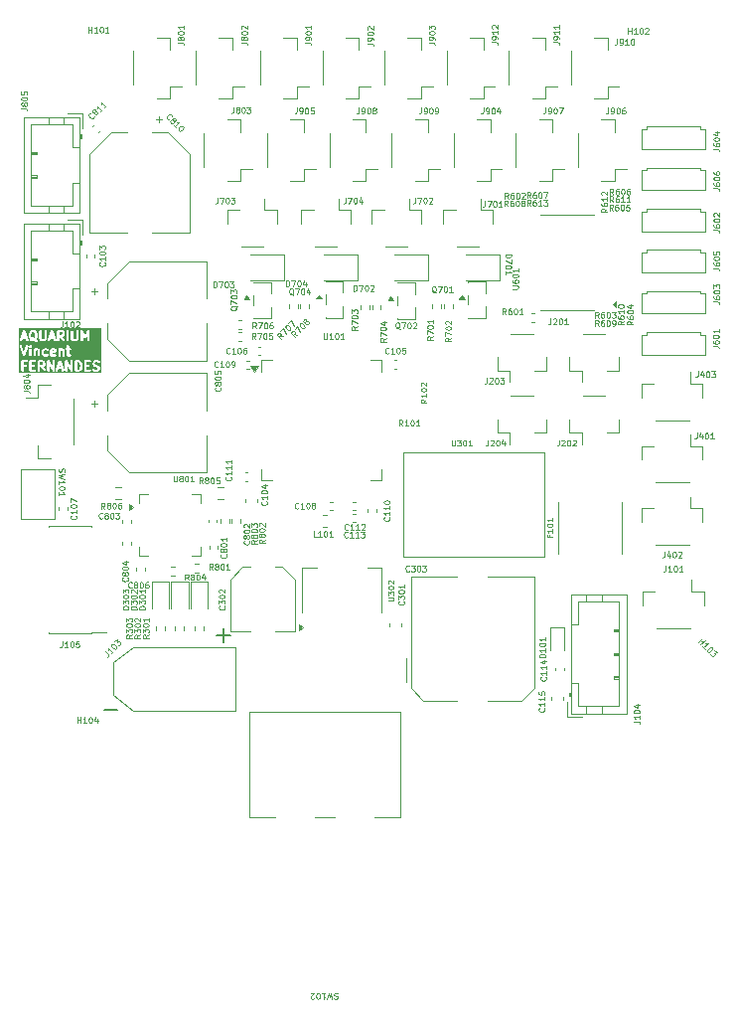
<source format=gbr>
%TF.GenerationSoftware,KiCad,Pcbnew,9.0.7*%
%TF.CreationDate,2026-02-05T13:38:50+01:00*%
%TF.ProjectId,PCB_Aquarium_v2,5043425f-4171-4756-9172-69756d5f7632,rev?*%
%TF.SameCoordinates,Original*%
%TF.FileFunction,Legend,Top*%
%TF.FilePolarity,Positive*%
%FSLAX46Y46*%
G04 Gerber Fmt 4.6, Leading zero omitted, Abs format (unit mm)*
G04 Created by KiCad (PCBNEW 9.0.7) date 2026-02-05 13:38:50*
%MOMM*%
%LPD*%
G01*
G04 APERTURE LIST*
%ADD10C,0.200000*%
%ADD11C,0.125000*%
%ADD12C,0.150000*%
%ADD13C,0.120000*%
%ADD14C,0.100000*%
G04 APERTURE END LIST*
D10*
G36*
X155344224Y-89087192D02*
G01*
X155392248Y-89135216D01*
X155418177Y-89187074D01*
X155450625Y-89316862D01*
X155450625Y-89406527D01*
X155418177Y-89536314D01*
X155392247Y-89588174D01*
X155344225Y-89636197D01*
X155267731Y-89661695D01*
X155193482Y-89661695D01*
X155193482Y-89061695D01*
X155267731Y-89061695D01*
X155344224Y-89087192D01*
G37*
G36*
X152253293Y-89081975D02*
G01*
X152268440Y-89097121D01*
X152288721Y-89137683D01*
X152288721Y-89204753D01*
X152268440Y-89245315D01*
X152253293Y-89260461D01*
X152212733Y-89280742D01*
X152031578Y-89280742D01*
X152031578Y-89061695D01*
X152212733Y-89061695D01*
X152253293Y-89081975D01*
G37*
G36*
X153773787Y-89433123D02*
G01*
X153670320Y-89433123D01*
X153722053Y-89277922D01*
X153773787Y-89433123D01*
G37*
G36*
X153226172Y-88051888D02*
G01*
X153060148Y-88085092D01*
X153060148Y-88078298D01*
X153072779Y-88053036D01*
X153098041Y-88040406D01*
X153203209Y-88040406D01*
X153226172Y-88051888D01*
G37*
G36*
X151529485Y-86506066D02*
G01*
X151574614Y-86551195D01*
X151603006Y-86664760D01*
X151603006Y-86906808D01*
X151580257Y-86997805D01*
X151545145Y-86962693D01*
X151537478Y-86956401D01*
X151535746Y-86954404D01*
X151532734Y-86952508D01*
X151529991Y-86950257D01*
X151527553Y-86949247D01*
X151519155Y-86943961D01*
X151442965Y-86905866D01*
X151424657Y-86898860D01*
X151421073Y-86898605D01*
X151417753Y-86897230D01*
X151398244Y-86895309D01*
X151322053Y-86895309D01*
X151302544Y-86897230D01*
X151270586Y-86910467D01*
X151269672Y-86906807D01*
X151269672Y-86664761D01*
X151298063Y-86551196D01*
X151343194Y-86506065D01*
X151383756Y-86485785D01*
X151488923Y-86485785D01*
X151529485Y-86506066D01*
G37*
G36*
X153891387Y-86506065D02*
G01*
X153906534Y-86521211D01*
X153926815Y-86561773D01*
X153926815Y-86628843D01*
X153906534Y-86669405D01*
X153891387Y-86684551D01*
X153850827Y-86704832D01*
X153669672Y-86704832D01*
X153669672Y-86485785D01*
X153850827Y-86485785D01*
X153891387Y-86506065D01*
G37*
G36*
X150726168Y-86857213D02*
G01*
X150622701Y-86857213D01*
X150674434Y-86702012D01*
X150726168Y-86857213D01*
G37*
G36*
X153088072Y-86857213D02*
G01*
X152984605Y-86857213D01*
X153036338Y-86702012D01*
X153088072Y-86857213D01*
G37*
G36*
X157236339Y-89961695D02*
G01*
X150208553Y-89961695D01*
X150208553Y-88961695D01*
X150422054Y-88961695D01*
X150422054Y-89761695D01*
X150423975Y-89781204D01*
X150438907Y-89817252D01*
X150466497Y-89844842D01*
X150502545Y-89859774D01*
X150541563Y-89859774D01*
X150577611Y-89844842D01*
X150605201Y-89817252D01*
X150620133Y-89781204D01*
X150622054Y-89761695D01*
X150622054Y-89442647D01*
X150788720Y-89442647D01*
X150808229Y-89440726D01*
X150844277Y-89425794D01*
X150871867Y-89398204D01*
X150886799Y-89362156D01*
X150886799Y-89323138D01*
X150871867Y-89287090D01*
X150844277Y-89259500D01*
X150808229Y-89244568D01*
X150788720Y-89242647D01*
X150622054Y-89242647D01*
X150622054Y-89061695D01*
X150903006Y-89061695D01*
X150922515Y-89059774D01*
X150958563Y-89044842D01*
X150986153Y-89017252D01*
X151001085Y-88981204D01*
X151001085Y-88961695D01*
X151107768Y-88961695D01*
X151107768Y-89761695D01*
X151109689Y-89781204D01*
X151124621Y-89817252D01*
X151152211Y-89844842D01*
X151188259Y-89859774D01*
X151207768Y-89861695D01*
X151588720Y-89861695D01*
X151608229Y-89859774D01*
X151644277Y-89844842D01*
X151671867Y-89817252D01*
X151686799Y-89781204D01*
X151686799Y-89742186D01*
X151671867Y-89706138D01*
X151644277Y-89678548D01*
X151608229Y-89663616D01*
X151588720Y-89661695D01*
X151307768Y-89661695D01*
X151307768Y-89442647D01*
X151474434Y-89442647D01*
X151493943Y-89440726D01*
X151529991Y-89425794D01*
X151557581Y-89398204D01*
X151572513Y-89362156D01*
X151572513Y-89323138D01*
X151557581Y-89287090D01*
X151529991Y-89259500D01*
X151493943Y-89244568D01*
X151474434Y-89242647D01*
X151307768Y-89242647D01*
X151307768Y-89061695D01*
X151588720Y-89061695D01*
X151608229Y-89059774D01*
X151644277Y-89044842D01*
X151671867Y-89017252D01*
X151686799Y-88981204D01*
X151686799Y-88961695D01*
X151831578Y-88961695D01*
X151831578Y-89761695D01*
X151833499Y-89781204D01*
X151848431Y-89817252D01*
X151876021Y-89844842D01*
X151912069Y-89859774D01*
X151951087Y-89859774D01*
X151987135Y-89844842D01*
X152014725Y-89817252D01*
X152029657Y-89781204D01*
X152031578Y-89761695D01*
X152031578Y-89480742D01*
X152069989Y-89480742D01*
X152306798Y-89819041D01*
X152319559Y-89833922D01*
X152352464Y-89854890D01*
X152390888Y-89861671D01*
X152428983Y-89853232D01*
X152460948Y-89830857D01*
X152481917Y-89797952D01*
X152488697Y-89759527D01*
X152480258Y-89721433D01*
X152470644Y-89704349D01*
X152300074Y-89460678D01*
X152357251Y-89432090D01*
X152365649Y-89426803D01*
X152368087Y-89425794D01*
X152370830Y-89423542D01*
X152373842Y-89421647D01*
X152375574Y-89419649D01*
X152383241Y-89413358D01*
X152421335Y-89375263D01*
X152427627Y-89367596D01*
X152429625Y-89365864D01*
X152431518Y-89362855D01*
X152433772Y-89360110D01*
X152434782Y-89357669D01*
X152440067Y-89349274D01*
X152478163Y-89273083D01*
X152485170Y-89254775D01*
X152485424Y-89251189D01*
X152486800Y-89247870D01*
X152488721Y-89228361D01*
X152488721Y-89114076D01*
X152486800Y-89094567D01*
X152485424Y-89091247D01*
X152485170Y-89087662D01*
X152478163Y-89069354D01*
X152440067Y-88993163D01*
X152434782Y-88984767D01*
X152433772Y-88982327D01*
X152431518Y-88979581D01*
X152429625Y-88976573D01*
X152427627Y-88974840D01*
X152421335Y-88967174D01*
X152415856Y-88961695D01*
X152631578Y-88961695D01*
X152631578Y-89761695D01*
X152633499Y-89781204D01*
X152648431Y-89817252D01*
X152676021Y-89844842D01*
X152712069Y-89859774D01*
X152751087Y-89859774D01*
X152787135Y-89844842D01*
X152814725Y-89817252D01*
X152829657Y-89781204D01*
X152831578Y-89761695D01*
X152831578Y-89338250D01*
X153101897Y-89811309D01*
X153104815Y-89815419D01*
X153105574Y-89817252D01*
X153107440Y-89819118D01*
X153113244Y-89827294D01*
X153123758Y-89835436D01*
X153133164Y-89844842D01*
X153139054Y-89847281D01*
X153144093Y-89851184D01*
X153156920Y-89854682D01*
X153169212Y-89859774D01*
X153175588Y-89859774D01*
X153181737Y-89861451D01*
X153194930Y-89859774D01*
X153208230Y-89859774D01*
X153214118Y-89857334D01*
X153220443Y-89856531D01*
X153231992Y-89849930D01*
X153244278Y-89844842D01*
X153248785Y-89840334D01*
X153254320Y-89837172D01*
X153262462Y-89826657D01*
X153271868Y-89817252D01*
X153274307Y-89811361D01*
X153278210Y-89806323D01*
X153281708Y-89793494D01*
X153286800Y-89781204D01*
X153287782Y-89771226D01*
X153288477Y-89768680D01*
X153288226Y-89766712D01*
X153288721Y-89761695D01*
X153288721Y-89749188D01*
X153356172Y-89749188D01*
X153358938Y-89788108D01*
X153376388Y-89823006D01*
X153405864Y-89848572D01*
X153442880Y-89860910D01*
X153481800Y-89858144D01*
X153516698Y-89840694D01*
X153542264Y-89811218D01*
X153550255Y-89793318D01*
X153603653Y-89633123D01*
X153840454Y-89633123D01*
X153893852Y-89793318D01*
X153901843Y-89811218D01*
X153927408Y-89840695D01*
X153962307Y-89858144D01*
X154001227Y-89860910D01*
X154038243Y-89848572D01*
X154067719Y-89823007D01*
X154085169Y-89788108D01*
X154087935Y-89749188D01*
X154083588Y-89730072D01*
X153827463Y-88961695D01*
X154155387Y-88961695D01*
X154155387Y-89761695D01*
X154157308Y-89781204D01*
X154172240Y-89817252D01*
X154199830Y-89844842D01*
X154235878Y-89859774D01*
X154274896Y-89859774D01*
X154310944Y-89844842D01*
X154338534Y-89817252D01*
X154353466Y-89781204D01*
X154355387Y-89761695D01*
X154355387Y-89338250D01*
X154625706Y-89811309D01*
X154628624Y-89815419D01*
X154629383Y-89817252D01*
X154631249Y-89819118D01*
X154637053Y-89827294D01*
X154647567Y-89835436D01*
X154656973Y-89844842D01*
X154662863Y-89847281D01*
X154667902Y-89851184D01*
X154680729Y-89854682D01*
X154693021Y-89859774D01*
X154699397Y-89859774D01*
X154705546Y-89861451D01*
X154718739Y-89859774D01*
X154732039Y-89859774D01*
X154737927Y-89857334D01*
X154744252Y-89856531D01*
X154755801Y-89849930D01*
X154768087Y-89844842D01*
X154772594Y-89840334D01*
X154778129Y-89837172D01*
X154786271Y-89826657D01*
X154795677Y-89817252D01*
X154798116Y-89811361D01*
X154802019Y-89806323D01*
X154805517Y-89793494D01*
X154810609Y-89781204D01*
X154811591Y-89771226D01*
X154812286Y-89768680D01*
X154812035Y-89766712D01*
X154812530Y-89761695D01*
X154812530Y-88961695D01*
X154993482Y-88961695D01*
X154993482Y-89761695D01*
X154995403Y-89781204D01*
X155010335Y-89817252D01*
X155037925Y-89844842D01*
X155073973Y-89859774D01*
X155093482Y-89861695D01*
X155283958Y-89861695D01*
X155293831Y-89860722D01*
X155296465Y-89860910D01*
X155299928Y-89860122D01*
X155303467Y-89859774D01*
X155305909Y-89858762D01*
X155315581Y-89856563D01*
X155429867Y-89818468D01*
X155447767Y-89810477D01*
X155450482Y-89808122D01*
X155453802Y-89806747D01*
X155468955Y-89794310D01*
X155545145Y-89718119D01*
X155551437Y-89710452D01*
X155553434Y-89708721D01*
X155555327Y-89705713D01*
X155557582Y-89702966D01*
X155558593Y-89700524D01*
X155563877Y-89692130D01*
X155601972Y-89615940D01*
X155602517Y-89614515D01*
X155602948Y-89613934D01*
X155605874Y-89605742D01*
X155608978Y-89597632D01*
X155609029Y-89596911D01*
X155609543Y-89595473D01*
X155647639Y-89443092D01*
X155648139Y-89439710D01*
X155648704Y-89438347D01*
X155649427Y-89430998D01*
X155650507Y-89423700D01*
X155650289Y-89422241D01*
X155650625Y-89418838D01*
X155650625Y-89304552D01*
X155650289Y-89301148D01*
X155650507Y-89299690D01*
X155649427Y-89292391D01*
X155648704Y-89285043D01*
X155648139Y-89283679D01*
X155647639Y-89280298D01*
X155609543Y-89127917D01*
X155609029Y-89126478D01*
X155608978Y-89125759D01*
X155605877Y-89117656D01*
X155602948Y-89109456D01*
X155602517Y-89108874D01*
X155601972Y-89107450D01*
X155563877Y-89031259D01*
X155558591Y-89022862D01*
X155557581Y-89020423D01*
X155555327Y-89017676D01*
X155553434Y-89014669D01*
X155551439Y-89012938D01*
X155545145Y-89005269D01*
X155501571Y-88961695D01*
X155793482Y-88961695D01*
X155793482Y-89761695D01*
X155795403Y-89781204D01*
X155810335Y-89817252D01*
X155837925Y-89844842D01*
X155873973Y-89859774D01*
X155893482Y-89861695D01*
X156274434Y-89861695D01*
X156293943Y-89859774D01*
X156329991Y-89844842D01*
X156357581Y-89817252D01*
X156372513Y-89781204D01*
X156372513Y-89742186D01*
X156357581Y-89706138D01*
X156329991Y-89678548D01*
X156293943Y-89663616D01*
X156274434Y-89661695D01*
X155993482Y-89661695D01*
X155993482Y-89442647D01*
X156160148Y-89442647D01*
X156179657Y-89440726D01*
X156215705Y-89425794D01*
X156243295Y-89398204D01*
X156258227Y-89362156D01*
X156258227Y-89323138D01*
X156243295Y-89287090D01*
X156215705Y-89259500D01*
X156179657Y-89244568D01*
X156160148Y-89242647D01*
X155993482Y-89242647D01*
X155993482Y-89114076D01*
X156479196Y-89114076D01*
X156479196Y-89190266D01*
X156481117Y-89209775D01*
X156482492Y-89213095D01*
X156482747Y-89216679D01*
X156489754Y-89234988D01*
X156527849Y-89311179D01*
X156533135Y-89319577D01*
X156534145Y-89322014D01*
X156536396Y-89324757D01*
X156538292Y-89327769D01*
X156540289Y-89329501D01*
X156546581Y-89337168D01*
X156584676Y-89375262D01*
X156592342Y-89381554D01*
X156594075Y-89383552D01*
X156597083Y-89385445D01*
X156599829Y-89387699D01*
X156602269Y-89388709D01*
X156610666Y-89393995D01*
X156686856Y-89432090D01*
X156688282Y-89432635D01*
X156688863Y-89433066D01*
X156697039Y-89435987D01*
X156705164Y-89439096D01*
X156705886Y-89439147D01*
X156707324Y-89439661D01*
X156849054Y-89475093D01*
X156900911Y-89501022D01*
X156916058Y-89516168D01*
X156936339Y-89556730D01*
X156936339Y-89585707D01*
X156916058Y-89626267D01*
X156900911Y-89641415D01*
X156860351Y-89661695D01*
X156709709Y-89661695D01*
X156610819Y-89628732D01*
X156591703Y-89624385D01*
X156552783Y-89627151D01*
X156517884Y-89644601D01*
X156492319Y-89674077D01*
X156479981Y-89711093D01*
X156482747Y-89750013D01*
X156500197Y-89784912D01*
X156529673Y-89810477D01*
X156547573Y-89818468D01*
X156661860Y-89856563D01*
X156671530Y-89858762D01*
X156673973Y-89859774D01*
X156677512Y-89860122D01*
X156680975Y-89860910D01*
X156683608Y-89860722D01*
X156693482Y-89861695D01*
X156883958Y-89861695D01*
X156903467Y-89859774D01*
X156906787Y-89858398D01*
X156910370Y-89858144D01*
X156928679Y-89851138D01*
X157004870Y-89813043D01*
X157013265Y-89807758D01*
X157015707Y-89806747D01*
X157018455Y-89804491D01*
X157021460Y-89802600D01*
X157023189Y-89800606D01*
X157030861Y-89794310D01*
X157068955Y-89756214D01*
X157075245Y-89748549D01*
X157077244Y-89746816D01*
X157079139Y-89743804D01*
X157081392Y-89741060D01*
X157082402Y-89738621D01*
X157087687Y-89730225D01*
X157125782Y-89654035D01*
X157132788Y-89635727D01*
X157133042Y-89632143D01*
X157134418Y-89628823D01*
X157136339Y-89609314D01*
X157136339Y-89533123D01*
X157134418Y-89513614D01*
X157133042Y-89510293D01*
X157132788Y-89506710D01*
X157125782Y-89488402D01*
X157087687Y-89412212D01*
X157082401Y-89403815D01*
X157081391Y-89401375D01*
X157079137Y-89398629D01*
X157077244Y-89395621D01*
X157075246Y-89393888D01*
X157068954Y-89386222D01*
X157030860Y-89348127D01*
X157023193Y-89341835D01*
X157021461Y-89339838D01*
X157018449Y-89337942D01*
X157015706Y-89335691D01*
X157013269Y-89334681D01*
X157004871Y-89329395D01*
X156928680Y-89291300D01*
X156927254Y-89290754D01*
X156926672Y-89290323D01*
X156918478Y-89287395D01*
X156910371Y-89284293D01*
X156909650Y-89284241D01*
X156908212Y-89283728D01*
X156766481Y-89248295D01*
X156714622Y-89222366D01*
X156699476Y-89207219D01*
X156679196Y-89166659D01*
X156679196Y-89137682D01*
X156699476Y-89097122D01*
X156714622Y-89081975D01*
X156755184Y-89061695D01*
X156905827Y-89061695D01*
X157004716Y-89094658D01*
X157023832Y-89099005D01*
X157062752Y-89096239D01*
X157097651Y-89078789D01*
X157123216Y-89049313D01*
X157135554Y-89012297D01*
X157132788Y-88973377D01*
X157115338Y-88938479D01*
X157085862Y-88912913D01*
X157067962Y-88904922D01*
X156953677Y-88866827D01*
X156944005Y-88864627D01*
X156941563Y-88863616D01*
X156938024Y-88863267D01*
X156934561Y-88862480D01*
X156931927Y-88862667D01*
X156922054Y-88861695D01*
X156731577Y-88861695D01*
X156712068Y-88863616D01*
X156708747Y-88864991D01*
X156705164Y-88865246D01*
X156686856Y-88872252D01*
X156610666Y-88910347D01*
X156602269Y-88915632D01*
X156599829Y-88916643D01*
X156597083Y-88918896D01*
X156594075Y-88920790D01*
X156592342Y-88922787D01*
X156584676Y-88929080D01*
X156546581Y-88967174D01*
X156540289Y-88974840D01*
X156538292Y-88976573D01*
X156536396Y-88979584D01*
X156534145Y-88982328D01*
X156533135Y-88984764D01*
X156527849Y-88993163D01*
X156489754Y-89069354D01*
X156482747Y-89087663D01*
X156482492Y-89091246D01*
X156481117Y-89094567D01*
X156479196Y-89114076D01*
X155993482Y-89114076D01*
X155993482Y-89061695D01*
X156274434Y-89061695D01*
X156293943Y-89059774D01*
X156329991Y-89044842D01*
X156357581Y-89017252D01*
X156372513Y-88981204D01*
X156372513Y-88942186D01*
X156357581Y-88906138D01*
X156329991Y-88878548D01*
X156293943Y-88863616D01*
X156274434Y-88861695D01*
X155893482Y-88861695D01*
X155873973Y-88863616D01*
X155837925Y-88878548D01*
X155810335Y-88906138D01*
X155795403Y-88942186D01*
X155793482Y-88961695D01*
X155501571Y-88961695D01*
X155468955Y-88929079D01*
X155453801Y-88916643D01*
X155450482Y-88915268D01*
X155447767Y-88912913D01*
X155429867Y-88904922D01*
X155315581Y-88866827D01*
X155305909Y-88864627D01*
X155303467Y-88863616D01*
X155299928Y-88863267D01*
X155296465Y-88862480D01*
X155293831Y-88862667D01*
X155283958Y-88861695D01*
X155093482Y-88861695D01*
X155073973Y-88863616D01*
X155037925Y-88878548D01*
X155010335Y-88906138D01*
X154995403Y-88942186D01*
X154993482Y-88961695D01*
X154812530Y-88961695D01*
X154810609Y-88942186D01*
X154795677Y-88906138D01*
X154768087Y-88878548D01*
X154732039Y-88863616D01*
X154693021Y-88863616D01*
X154656973Y-88878548D01*
X154629383Y-88906138D01*
X154614451Y-88942186D01*
X154612530Y-88961695D01*
X154612530Y-89385139D01*
X154342211Y-88912081D01*
X154339292Y-88907970D01*
X154338534Y-88906138D01*
X154336667Y-88904271D01*
X154330864Y-88896096D01*
X154320349Y-88887953D01*
X154310944Y-88878548D01*
X154305053Y-88876108D01*
X154300015Y-88872206D01*
X154287186Y-88868707D01*
X154274896Y-88863616D01*
X154268521Y-88863616D01*
X154262372Y-88861939D01*
X154249179Y-88863616D01*
X154235878Y-88863616D01*
X154229989Y-88866055D01*
X154223665Y-88866859D01*
X154212115Y-88873459D01*
X154199830Y-88878548D01*
X154195322Y-88883055D01*
X154189788Y-88886218D01*
X154181645Y-88896732D01*
X154172240Y-88906138D01*
X154169800Y-88912028D01*
X154165898Y-88917067D01*
X154162399Y-88929895D01*
X154157308Y-88942186D01*
X154156325Y-88952163D01*
X154155631Y-88954710D01*
X154155881Y-88956677D01*
X154155387Y-88961695D01*
X153827463Y-88961695D01*
X153816922Y-88930072D01*
X153808931Y-88912172D01*
X153804246Y-88906770D01*
X153801053Y-88900384D01*
X153791584Y-88892171D01*
X153783366Y-88882696D01*
X153776974Y-88879499D01*
X153771577Y-88874819D01*
X153759683Y-88870854D01*
X153748467Y-88865246D01*
X153741339Y-88864739D01*
X153734561Y-88862480D01*
X153722054Y-88863368D01*
X153709547Y-88862480D01*
X153702768Y-88864739D01*
X153695641Y-88865246D01*
X153684428Y-88870852D01*
X153672531Y-88874818D01*
X153667131Y-88879501D01*
X153660742Y-88882696D01*
X153652526Y-88892167D01*
X153643055Y-88900383D01*
X153639860Y-88906772D01*
X153635177Y-88912172D01*
X153627186Y-88930072D01*
X153360519Y-89730072D01*
X153356172Y-89749188D01*
X153288721Y-89749188D01*
X153288721Y-88961695D01*
X153286800Y-88942186D01*
X153271868Y-88906138D01*
X153244278Y-88878548D01*
X153208230Y-88863616D01*
X153169212Y-88863616D01*
X153133164Y-88878548D01*
X153105574Y-88906138D01*
X153090642Y-88942186D01*
X153088721Y-88961695D01*
X153088721Y-89385139D01*
X152818402Y-88912081D01*
X152815483Y-88907970D01*
X152814725Y-88906138D01*
X152812858Y-88904271D01*
X152807055Y-88896096D01*
X152796540Y-88887953D01*
X152787135Y-88878548D01*
X152781244Y-88876108D01*
X152776206Y-88872206D01*
X152763377Y-88868707D01*
X152751087Y-88863616D01*
X152744712Y-88863616D01*
X152738563Y-88861939D01*
X152725370Y-88863616D01*
X152712069Y-88863616D01*
X152706180Y-88866055D01*
X152699856Y-88866859D01*
X152688306Y-88873459D01*
X152676021Y-88878548D01*
X152671513Y-88883055D01*
X152665979Y-88886218D01*
X152657836Y-88896732D01*
X152648431Y-88906138D01*
X152645991Y-88912028D01*
X152642089Y-88917067D01*
X152638590Y-88929895D01*
X152633499Y-88942186D01*
X152632516Y-88952163D01*
X152631822Y-88954710D01*
X152632072Y-88956677D01*
X152631578Y-88961695D01*
X152415856Y-88961695D01*
X152383241Y-88929079D01*
X152375574Y-88922787D01*
X152373842Y-88920790D01*
X152370830Y-88918894D01*
X152368087Y-88916643D01*
X152365649Y-88915633D01*
X152357251Y-88910347D01*
X152281061Y-88872252D01*
X152262753Y-88865246D01*
X152259169Y-88864991D01*
X152255849Y-88863616D01*
X152236340Y-88861695D01*
X151931578Y-88861695D01*
X151912069Y-88863616D01*
X151876021Y-88878548D01*
X151848431Y-88906138D01*
X151833499Y-88942186D01*
X151831578Y-88961695D01*
X151686799Y-88961695D01*
X151686799Y-88942186D01*
X151671867Y-88906138D01*
X151644277Y-88878548D01*
X151608229Y-88863616D01*
X151588720Y-88861695D01*
X151207768Y-88861695D01*
X151188259Y-88863616D01*
X151152211Y-88878548D01*
X151124621Y-88906138D01*
X151109689Y-88942186D01*
X151107768Y-88961695D01*
X151001085Y-88961695D01*
X151001085Y-88942186D01*
X150986153Y-88906138D01*
X150958563Y-88878548D01*
X150922515Y-88863616D01*
X150903006Y-88861695D01*
X150522054Y-88861695D01*
X150502545Y-88863616D01*
X150466497Y-88878548D01*
X150438907Y-88906138D01*
X150423975Y-88942186D01*
X150422054Y-88961695D01*
X150208553Y-88961695D01*
X150208553Y-87686247D01*
X150308553Y-87686247D01*
X150312900Y-87705363D01*
X150579567Y-88505363D01*
X150587558Y-88523263D01*
X150592241Y-88528662D01*
X150595436Y-88535052D01*
X150604907Y-88543267D01*
X150613123Y-88552739D01*
X150619512Y-88555933D01*
X150624912Y-88560617D01*
X150636809Y-88564582D01*
X150648022Y-88570189D01*
X150655149Y-88570695D01*
X150661928Y-88572955D01*
X150674435Y-88572066D01*
X150686942Y-88572955D01*
X150693720Y-88570695D01*
X150700848Y-88570189D01*
X150712064Y-88564580D01*
X150723958Y-88560616D01*
X150729355Y-88555935D01*
X150735747Y-88552739D01*
X150743965Y-88543263D01*
X150753434Y-88535051D01*
X150756627Y-88528664D01*
X150761312Y-88523263D01*
X150769303Y-88505363D01*
X151035969Y-87705363D01*
X151038933Y-87692327D01*
X151071593Y-87692327D01*
X151071593Y-87711835D01*
X151071593Y-87731343D01*
X151071594Y-87731345D01*
X151086525Y-87767393D01*
X151098962Y-87782547D01*
X151137058Y-87820641D01*
X151152212Y-87833078D01*
X151169904Y-87840406D01*
X151181400Y-87845168D01*
X151152211Y-87857259D01*
X151124621Y-87884849D01*
X151109689Y-87920897D01*
X151107768Y-87940406D01*
X151107768Y-88473740D01*
X151109689Y-88493249D01*
X151124621Y-88529297D01*
X151152211Y-88556887D01*
X151188259Y-88571819D01*
X151227277Y-88571819D01*
X151263325Y-88556887D01*
X151290915Y-88529297D01*
X151305847Y-88493249D01*
X151307768Y-88473740D01*
X151307768Y-87940406D01*
X151488720Y-87940406D01*
X151488720Y-88473740D01*
X151490641Y-88493249D01*
X151505573Y-88529297D01*
X151533163Y-88556887D01*
X151569211Y-88571819D01*
X151608229Y-88571819D01*
X151644277Y-88556887D01*
X151671867Y-88529297D01*
X151686799Y-88493249D01*
X151688720Y-88473740D01*
X151688720Y-88059352D01*
X151726612Y-88040406D01*
X151793685Y-88040406D01*
X151818945Y-88053036D01*
X151831577Y-88078299D01*
X151831577Y-88473740D01*
X151833498Y-88493249D01*
X151848430Y-88529297D01*
X151876020Y-88556887D01*
X151912068Y-88571819D01*
X151951086Y-88571819D01*
X151987134Y-88556887D01*
X152014724Y-88529297D01*
X152029656Y-88493249D01*
X152031577Y-88473740D01*
X152031577Y-88092787D01*
X152174434Y-88092787D01*
X152174434Y-88321359D01*
X152176355Y-88340868D01*
X152177730Y-88344187D01*
X152177985Y-88347773D01*
X152184992Y-88366081D01*
X152223088Y-88442271D01*
X152228370Y-88450662D01*
X152229382Y-88453105D01*
X152231638Y-88455855D01*
X152233531Y-88458861D01*
X152235524Y-88460589D01*
X152241818Y-88468259D01*
X152279913Y-88506355D01*
X152287581Y-88512648D01*
X152289313Y-88514645D01*
X152292321Y-88516538D01*
X152295066Y-88518791D01*
X152297504Y-88519801D01*
X152305904Y-88525088D01*
X152382094Y-88563183D01*
X152400402Y-88570189D01*
X152403985Y-88570443D01*
X152407306Y-88571819D01*
X152426815Y-88573740D01*
X152579196Y-88573740D01*
X152598705Y-88571819D01*
X152602025Y-88570443D01*
X152605608Y-88570189D01*
X152623917Y-88563183D01*
X152700108Y-88525088D01*
X152716698Y-88514645D01*
X152742263Y-88485169D01*
X152754602Y-88448153D01*
X152751836Y-88409233D01*
X152734387Y-88374334D01*
X152704911Y-88348769D01*
X152667895Y-88336430D01*
X152628975Y-88339196D01*
X152610666Y-88346202D01*
X152555589Y-88373740D01*
X152450422Y-88373740D01*
X152409861Y-88353459D01*
X152394715Y-88338312D01*
X152374434Y-88297752D01*
X152374434Y-88116393D01*
X152394714Y-88075833D01*
X152409861Y-88060686D01*
X152450422Y-88040406D01*
X152555590Y-88040406D01*
X152610665Y-88067944D01*
X152628973Y-88074951D01*
X152667893Y-88077717D01*
X152704909Y-88065378D01*
X152717231Y-88054692D01*
X152860148Y-88054692D01*
X152860148Y-88359454D01*
X152862069Y-88378963D01*
X152863444Y-88382283D01*
X152863699Y-88385867D01*
X152870706Y-88404176D01*
X152908801Y-88480367D01*
X152910855Y-88483631D01*
X152911368Y-88485168D01*
X152913027Y-88487082D01*
X152919244Y-88496957D01*
X152928716Y-88505172D01*
X152936932Y-88514645D01*
X152946805Y-88520859D01*
X152948721Y-88522521D01*
X152950259Y-88523033D01*
X152953523Y-88525088D01*
X153029713Y-88563183D01*
X153048021Y-88570189D01*
X153051604Y-88570443D01*
X153054925Y-88571819D01*
X153074434Y-88573740D01*
X153226815Y-88573740D01*
X153246324Y-88571819D01*
X153249644Y-88570443D01*
X153253227Y-88570189D01*
X153271536Y-88563183D01*
X153347727Y-88525088D01*
X153364317Y-88514645D01*
X153389882Y-88485169D01*
X153402221Y-88448153D01*
X153399455Y-88409233D01*
X153382006Y-88374334D01*
X153352530Y-88348769D01*
X153315514Y-88336430D01*
X153276594Y-88339196D01*
X153258285Y-88346202D01*
X153203208Y-88373740D01*
X153098041Y-88373740D01*
X153072778Y-88361108D01*
X153060148Y-88335847D01*
X153060148Y-88289053D01*
X153360607Y-88228962D01*
X153360610Y-88228962D01*
X153360612Y-88228960D01*
X153360712Y-88228941D01*
X153379466Y-88223231D01*
X153387606Y-88217779D01*
X153396658Y-88214030D01*
X153403659Y-88207028D01*
X153411885Y-88201520D01*
X153417319Y-88193368D01*
X153424248Y-88186440D01*
X153428037Y-88177292D01*
X153433529Y-88169055D01*
X153435430Y-88159444D01*
X153439180Y-88150392D01*
X153441101Y-88130883D01*
X153441101Y-88054692D01*
X153439180Y-88035183D01*
X153437804Y-88031862D01*
X153437550Y-88028279D01*
X153430544Y-88009971D01*
X153395761Y-87940406D01*
X153583958Y-87940406D01*
X153583958Y-88473740D01*
X153585879Y-88493249D01*
X153600811Y-88529297D01*
X153628401Y-88556887D01*
X153664449Y-88571819D01*
X153703467Y-88571819D01*
X153739515Y-88556887D01*
X153767105Y-88529297D01*
X153782037Y-88493249D01*
X153783958Y-88473740D01*
X153783958Y-88059352D01*
X153821850Y-88040406D01*
X153888923Y-88040406D01*
X153914183Y-88053036D01*
X153926815Y-88078299D01*
X153926815Y-88473740D01*
X153928736Y-88493249D01*
X153943668Y-88529297D01*
X153971258Y-88556887D01*
X154007306Y-88571819D01*
X154046324Y-88571819D01*
X154082372Y-88556887D01*
X154109962Y-88529297D01*
X154124894Y-88493249D01*
X154126815Y-88473740D01*
X154126815Y-88054692D01*
X154124894Y-88035183D01*
X154123518Y-88031862D01*
X154123264Y-88028279D01*
X154116258Y-88009971D01*
X154078163Y-87933781D01*
X154076108Y-87930517D01*
X154075596Y-87928979D01*
X154073934Y-87927063D01*
X154070053Y-87920897D01*
X154195403Y-87920897D01*
X154195403Y-87959915D01*
X154210335Y-87995963D01*
X154237925Y-88023553D01*
X154273973Y-88038485D01*
X154293482Y-88040406D01*
X154307768Y-88040406D01*
X154307768Y-88359454D01*
X154309689Y-88378963D01*
X154311064Y-88382283D01*
X154311319Y-88385866D01*
X154318325Y-88404175D01*
X154356420Y-88480366D01*
X154358473Y-88483629D01*
X154358987Y-88485168D01*
X154360649Y-88487084D01*
X154366863Y-88496956D01*
X154376334Y-88505170D01*
X154384551Y-88514645D01*
X154394421Y-88520857D01*
X154396339Y-88522521D01*
X154397879Y-88523034D01*
X154401142Y-88525088D01*
X154477332Y-88563183D01*
X154495640Y-88570189D01*
X154499223Y-88570443D01*
X154502544Y-88571819D01*
X154522053Y-88573740D01*
X154598244Y-88573740D01*
X154617753Y-88571819D01*
X154653801Y-88556887D01*
X154681391Y-88529297D01*
X154696323Y-88493249D01*
X154696323Y-88454231D01*
X154681391Y-88418183D01*
X154653801Y-88390593D01*
X154617753Y-88375661D01*
X154598244Y-88373740D01*
X154545660Y-88373740D01*
X154520398Y-88361109D01*
X154507768Y-88335847D01*
X154507768Y-88040406D01*
X154598244Y-88040406D01*
X154617753Y-88038485D01*
X154653801Y-88023553D01*
X154681391Y-87995963D01*
X154696323Y-87959915D01*
X154696323Y-87920897D01*
X154681391Y-87884849D01*
X154653801Y-87857259D01*
X154617753Y-87842327D01*
X154598244Y-87840406D01*
X154507768Y-87840406D01*
X154507768Y-87673740D01*
X154505847Y-87654231D01*
X154490915Y-87618183D01*
X154463325Y-87590593D01*
X154427277Y-87575661D01*
X154388259Y-87575661D01*
X154352211Y-87590593D01*
X154324621Y-87618183D01*
X154309689Y-87654231D01*
X154307768Y-87673740D01*
X154307768Y-87840406D01*
X154293482Y-87840406D01*
X154273973Y-87842327D01*
X154237925Y-87857259D01*
X154210335Y-87884849D01*
X154195403Y-87920897D01*
X154070053Y-87920897D01*
X154067720Y-87917190D01*
X154058247Y-87908974D01*
X154050032Y-87899502D01*
X154040157Y-87893285D01*
X154038243Y-87891626D01*
X154036706Y-87891113D01*
X154033442Y-87889059D01*
X153957251Y-87850964D01*
X153938942Y-87843957D01*
X153935358Y-87843702D01*
X153932038Y-87842327D01*
X153912529Y-87840406D01*
X153798243Y-87840406D01*
X153778734Y-87842327D01*
X153775414Y-87843702D01*
X153771829Y-87843957D01*
X153753520Y-87850964D01*
X153739986Y-87857730D01*
X153739515Y-87857259D01*
X153703467Y-87842327D01*
X153664449Y-87842327D01*
X153628401Y-87857259D01*
X153600811Y-87884849D01*
X153585879Y-87920897D01*
X153583958Y-87940406D01*
X153395761Y-87940406D01*
X153392449Y-87933781D01*
X153390394Y-87930517D01*
X153389882Y-87928979D01*
X153388220Y-87927063D01*
X153382006Y-87917190D01*
X153372533Y-87908974D01*
X153364318Y-87899502D01*
X153354443Y-87893285D01*
X153352529Y-87891626D01*
X153350992Y-87891113D01*
X153347728Y-87889059D01*
X153271537Y-87850964D01*
X153253228Y-87843957D01*
X153249644Y-87843702D01*
X153246324Y-87842327D01*
X153226815Y-87840406D01*
X153074434Y-87840406D01*
X153054925Y-87842327D01*
X153051605Y-87843702D01*
X153048020Y-87843957D01*
X153029711Y-87850964D01*
X152953522Y-87889060D01*
X152950260Y-87891113D01*
X152948722Y-87891626D01*
X152946806Y-87893287D01*
X152936932Y-87899503D01*
X152928715Y-87908976D01*
X152919245Y-87917190D01*
X152913031Y-87927060D01*
X152911367Y-87928980D01*
X152910853Y-87930521D01*
X152908802Y-87933780D01*
X152870706Y-88009970D01*
X152863699Y-88028278D01*
X152863444Y-88031863D01*
X152862069Y-88035183D01*
X152860148Y-88054692D01*
X152717231Y-88054692D01*
X152734386Y-88039814D01*
X152751836Y-88004915D01*
X152754602Y-87965995D01*
X152742263Y-87928979D01*
X152716699Y-87899502D01*
X152700109Y-87889059D01*
X152623918Y-87850964D01*
X152605609Y-87843957D01*
X152602025Y-87843702D01*
X152598705Y-87842327D01*
X152579196Y-87840406D01*
X152426815Y-87840406D01*
X152407306Y-87842327D01*
X152403986Y-87843702D01*
X152400401Y-87843957D01*
X152382092Y-87850964D01*
X152305903Y-87889060D01*
X152297510Y-87894343D01*
X152295067Y-87895355D01*
X152292317Y-87897611D01*
X152289313Y-87899503D01*
X152287583Y-87901497D01*
X152279914Y-87907792D01*
X152241819Y-87945886D01*
X152235524Y-87953555D01*
X152233531Y-87955285D01*
X152231638Y-87958291D01*
X152229383Y-87961040D01*
X152228371Y-87963480D01*
X152223088Y-87971875D01*
X152184992Y-88048065D01*
X152177985Y-88066373D01*
X152177730Y-88069958D01*
X152176355Y-88073278D01*
X152174434Y-88092787D01*
X152031577Y-88092787D01*
X152031577Y-88054692D01*
X152029656Y-88035183D01*
X152028280Y-88031862D01*
X152028026Y-88028279D01*
X152021020Y-88009971D01*
X151982925Y-87933781D01*
X151980870Y-87930517D01*
X151980358Y-87928979D01*
X151978696Y-87927063D01*
X151972482Y-87917190D01*
X151963009Y-87908974D01*
X151954794Y-87899502D01*
X151944919Y-87893285D01*
X151943005Y-87891626D01*
X151941468Y-87891113D01*
X151938204Y-87889059D01*
X151862013Y-87850964D01*
X151843704Y-87843957D01*
X151840120Y-87843702D01*
X151836800Y-87842327D01*
X151817291Y-87840406D01*
X151703005Y-87840406D01*
X151683496Y-87842327D01*
X151680176Y-87843702D01*
X151676591Y-87843957D01*
X151658282Y-87850964D01*
X151644748Y-87857730D01*
X151644277Y-87857259D01*
X151608229Y-87842327D01*
X151569211Y-87842327D01*
X151533163Y-87857259D01*
X151505573Y-87884849D01*
X151490641Y-87920897D01*
X151488720Y-87940406D01*
X151307768Y-87940406D01*
X151305847Y-87920897D01*
X151290915Y-87884849D01*
X151263325Y-87857259D01*
X151234135Y-87845168D01*
X151263325Y-87833077D01*
X151263326Y-87833076D01*
X151278479Y-87820641D01*
X151316573Y-87782546D01*
X151329010Y-87767393D01*
X151343941Y-87731344D01*
X151343941Y-87692326D01*
X151336243Y-87673740D01*
X151329010Y-87656277D01*
X151316573Y-87641124D01*
X151278479Y-87603029D01*
X151263325Y-87590593D01*
X151227277Y-87575661D01*
X151188259Y-87575661D01*
X151173328Y-87581845D01*
X151152212Y-87590592D01*
X151137058Y-87603029D01*
X151098962Y-87641123D01*
X151086525Y-87656277D01*
X151086524Y-87656278D01*
X151086524Y-87656279D01*
X151071593Y-87692327D01*
X151038933Y-87692327D01*
X151040316Y-87686247D01*
X151037550Y-87647327D01*
X151020100Y-87612428D01*
X150990624Y-87586863D01*
X150953608Y-87574525D01*
X150914688Y-87577291D01*
X150879789Y-87594740D01*
X150854224Y-87624217D01*
X150846233Y-87642117D01*
X150674434Y-88157512D01*
X150502636Y-87642117D01*
X150494645Y-87624217D01*
X150469079Y-87594741D01*
X150434181Y-87577291D01*
X150395261Y-87574525D01*
X150358245Y-87586863D01*
X150328769Y-87612429D01*
X150311319Y-87647327D01*
X150308553Y-87686247D01*
X150208553Y-87686247D01*
X150208553Y-87173278D01*
X150308553Y-87173278D01*
X150311319Y-87212198D01*
X150328769Y-87247096D01*
X150358245Y-87272662D01*
X150395261Y-87285000D01*
X150434181Y-87282234D01*
X150469079Y-87264784D01*
X150494645Y-87235308D01*
X150502636Y-87217408D01*
X150556034Y-87057213D01*
X150792835Y-87057213D01*
X150846233Y-87217408D01*
X150854224Y-87235308D01*
X150879789Y-87264785D01*
X150914688Y-87282234D01*
X150953608Y-87285000D01*
X150990624Y-87272662D01*
X151020100Y-87247097D01*
X151037550Y-87212198D01*
X151040316Y-87173278D01*
X151035969Y-87154162D01*
X150868732Y-86652451D01*
X151069672Y-86652451D01*
X151069672Y-86919118D01*
X151070007Y-86922521D01*
X151069790Y-86923980D01*
X151070869Y-86931278D01*
X151071593Y-86938627D01*
X151072157Y-86939990D01*
X151072658Y-86943372D01*
X151110754Y-87095753D01*
X151117349Y-87114214D01*
X151121775Y-87120187D01*
X151124620Y-87127056D01*
X151137057Y-87142209D01*
X151213247Y-87218400D01*
X151220916Y-87224694D01*
X151222647Y-87226690D01*
X151225652Y-87228581D01*
X151228400Y-87230837D01*
X151230841Y-87231848D01*
X151239237Y-87237133D01*
X151315428Y-87275228D01*
X151333737Y-87282234D01*
X151337319Y-87282488D01*
X151340640Y-87283864D01*
X151360149Y-87285785D01*
X151512530Y-87285785D01*
X151532039Y-87283864D01*
X151535359Y-87282488D01*
X151538943Y-87282234D01*
X151557251Y-87275228D01*
X151568975Y-87269365D01*
X151594201Y-87294591D01*
X151601867Y-87300883D01*
X151603599Y-87302880D01*
X151606606Y-87304773D01*
X151609354Y-87307028D01*
X151611795Y-87308039D01*
X151620190Y-87313323D01*
X151696380Y-87351418D01*
X151714688Y-87358424D01*
X151753608Y-87361190D01*
X151790624Y-87348851D01*
X151820101Y-87323287D01*
X151837550Y-87288388D01*
X151840316Y-87249468D01*
X151827977Y-87212452D01*
X151802413Y-87182975D01*
X151785822Y-87172532D01*
X151732140Y-87145691D01*
X151735621Y-87142210D01*
X151748058Y-87127057D01*
X151750903Y-87120187D01*
X151755330Y-87114213D01*
X151761925Y-87095752D01*
X151800020Y-86943371D01*
X151800519Y-86939991D01*
X151801085Y-86938627D01*
X151801808Y-86931275D01*
X151802888Y-86923979D01*
X151802670Y-86922520D01*
X151803006Y-86919118D01*
X151803006Y-86652451D01*
X151802670Y-86649048D01*
X151802888Y-86647590D01*
X151801808Y-86640293D01*
X151801085Y-86632942D01*
X151800519Y-86631577D01*
X151800020Y-86628198D01*
X151761925Y-86475817D01*
X151755330Y-86457356D01*
X151750903Y-86451382D01*
X151748058Y-86444512D01*
X151735621Y-86429359D01*
X151692046Y-86385785D01*
X151945863Y-86385785D01*
X151945863Y-87033404D01*
X151947784Y-87052913D01*
X151949159Y-87056233D01*
X151949414Y-87059817D01*
X151956420Y-87078125D01*
X151994515Y-87154315D01*
X151999799Y-87162711D01*
X152000810Y-87165150D01*
X152003063Y-87167895D01*
X152004958Y-87170906D01*
X152006954Y-87172637D01*
X152013246Y-87180304D01*
X152051341Y-87218400D01*
X152059012Y-87224696D01*
X152060742Y-87226690D01*
X152063747Y-87228581D01*
X152066494Y-87230836D01*
X152068934Y-87231846D01*
X152077332Y-87237133D01*
X152153523Y-87275228D01*
X152171832Y-87282234D01*
X152175414Y-87282488D01*
X152178735Y-87283864D01*
X152198244Y-87285785D01*
X152350625Y-87285785D01*
X152370134Y-87283864D01*
X152373454Y-87282488D01*
X152377038Y-87282234D01*
X152395346Y-87275228D01*
X152471536Y-87237133D01*
X152479932Y-87231847D01*
X152482373Y-87230837D01*
X152485118Y-87228583D01*
X152488127Y-87226690D01*
X152489858Y-87224693D01*
X152497527Y-87218400D01*
X152535621Y-87180304D01*
X152541386Y-87173278D01*
X152670457Y-87173278D01*
X152673223Y-87212198D01*
X152690673Y-87247096D01*
X152720149Y-87272662D01*
X152757165Y-87285000D01*
X152796085Y-87282234D01*
X152830983Y-87264784D01*
X152856549Y-87235308D01*
X152864540Y-87217408D01*
X152917938Y-87057213D01*
X153154739Y-87057213D01*
X153208137Y-87217408D01*
X153216128Y-87235308D01*
X153241693Y-87264785D01*
X153276592Y-87282234D01*
X153315512Y-87285000D01*
X153352528Y-87272662D01*
X153382004Y-87247097D01*
X153399454Y-87212198D01*
X153402220Y-87173278D01*
X153397873Y-87154162D01*
X153141748Y-86385785D01*
X153469672Y-86385785D01*
X153469672Y-87185785D01*
X153471593Y-87205294D01*
X153486525Y-87241342D01*
X153514115Y-87268932D01*
X153550163Y-87283864D01*
X153589181Y-87283864D01*
X153625229Y-87268932D01*
X153652819Y-87241342D01*
X153667751Y-87205294D01*
X153669672Y-87185785D01*
X153669672Y-86904832D01*
X153708083Y-86904832D01*
X153944892Y-87243131D01*
X153957653Y-87258012D01*
X153990558Y-87278980D01*
X154028982Y-87285761D01*
X154067077Y-87277322D01*
X154099042Y-87254947D01*
X154120011Y-87222042D01*
X154126791Y-87183617D01*
X154118352Y-87145523D01*
X154108738Y-87128439D01*
X153938168Y-86884768D01*
X153995345Y-86856180D01*
X154003743Y-86850893D01*
X154006181Y-86849884D01*
X154008924Y-86847632D01*
X154011936Y-86845737D01*
X154013668Y-86843739D01*
X154021335Y-86837448D01*
X154059429Y-86799353D01*
X154065721Y-86791686D01*
X154067719Y-86789954D01*
X154069612Y-86786945D01*
X154071866Y-86784200D01*
X154072876Y-86781759D01*
X154078161Y-86773364D01*
X154116257Y-86697173D01*
X154123264Y-86678865D01*
X154123518Y-86675279D01*
X154124894Y-86671960D01*
X154126815Y-86652451D01*
X154126815Y-86538166D01*
X154124894Y-86518657D01*
X154123518Y-86515337D01*
X154123264Y-86511752D01*
X154116257Y-86493444D01*
X154078161Y-86417253D01*
X154072876Y-86408857D01*
X154071866Y-86406417D01*
X154069612Y-86403671D01*
X154067719Y-86400663D01*
X154065721Y-86398930D01*
X154059429Y-86391264D01*
X154053950Y-86385785D01*
X154269672Y-86385785D01*
X154269672Y-87185785D01*
X154271593Y-87205294D01*
X154286525Y-87241342D01*
X154314115Y-87268932D01*
X154350163Y-87283864D01*
X154389181Y-87283864D01*
X154425229Y-87268932D01*
X154452819Y-87241342D01*
X154467751Y-87205294D01*
X154469672Y-87185785D01*
X154469672Y-86385785D01*
X154650624Y-86385785D01*
X154650624Y-87033404D01*
X154652545Y-87052913D01*
X154653920Y-87056233D01*
X154654175Y-87059817D01*
X154661181Y-87078125D01*
X154699276Y-87154315D01*
X154704560Y-87162711D01*
X154705571Y-87165150D01*
X154707824Y-87167895D01*
X154709719Y-87170906D01*
X154711715Y-87172637D01*
X154718007Y-87180304D01*
X154756102Y-87218400D01*
X154763773Y-87224696D01*
X154765503Y-87226690D01*
X154768508Y-87228581D01*
X154771255Y-87230836D01*
X154773695Y-87231846D01*
X154782093Y-87237133D01*
X154858284Y-87275228D01*
X154876593Y-87282234D01*
X154880175Y-87282488D01*
X154883496Y-87283864D01*
X154903005Y-87285785D01*
X155055386Y-87285785D01*
X155074895Y-87283864D01*
X155078215Y-87282488D01*
X155081799Y-87282234D01*
X155100107Y-87275228D01*
X155176297Y-87237133D01*
X155184693Y-87231847D01*
X155187134Y-87230837D01*
X155189879Y-87228583D01*
X155192888Y-87226690D01*
X155194619Y-87224693D01*
X155202288Y-87218400D01*
X155240382Y-87180304D01*
X155246674Y-87172636D01*
X155248670Y-87170906D01*
X155250562Y-87167899D01*
X155252819Y-87165150D01*
X155253830Y-87162707D01*
X155259113Y-87154316D01*
X155297209Y-87078127D01*
X155304216Y-87059818D01*
X155304470Y-87056232D01*
X155305846Y-87052913D01*
X155307767Y-87033404D01*
X155307767Y-86385785D01*
X155488719Y-86385785D01*
X155488719Y-87185785D01*
X155490640Y-87205294D01*
X155505572Y-87241342D01*
X155533162Y-87268932D01*
X155569210Y-87283864D01*
X155608228Y-87283864D01*
X155644276Y-87268932D01*
X155671866Y-87241342D01*
X155686798Y-87205294D01*
X155688719Y-87185785D01*
X155688719Y-86836541D01*
X155764767Y-86999502D01*
X155768997Y-87006643D01*
X155769878Y-87009065D01*
X155771446Y-87010777D01*
X155774758Y-87016368D01*
X155785965Y-87026632D01*
X155796230Y-87037840D01*
X155800255Y-87039718D01*
X155803533Y-87042720D01*
X155817812Y-87047912D01*
X155831587Y-87054341D01*
X155836027Y-87054536D01*
X155840202Y-87056054D01*
X155855385Y-87055386D01*
X155870568Y-87056054D01*
X155874742Y-87054536D01*
X155879183Y-87054341D01*
X155892961Y-87047911D01*
X155907237Y-87042720D01*
X155910512Y-87039720D01*
X155914540Y-87037841D01*
X155924809Y-87026626D01*
X155936012Y-87016368D01*
X155939321Y-87010780D01*
X155940892Y-87009066D01*
X155941773Y-87006641D01*
X155946003Y-86999502D01*
X156022052Y-86836540D01*
X156022052Y-87185785D01*
X156023973Y-87205294D01*
X156038905Y-87241342D01*
X156066495Y-87268932D01*
X156102543Y-87283864D01*
X156141561Y-87283864D01*
X156177609Y-87268932D01*
X156205199Y-87241342D01*
X156220131Y-87205294D01*
X156222052Y-87185785D01*
X156222052Y-86385785D01*
X156220789Y-86372961D01*
X156220893Y-86370602D01*
X156220432Y-86369334D01*
X156220131Y-86366276D01*
X156213490Y-86350245D01*
X156207559Y-86333933D01*
X156206052Y-86332287D01*
X156205199Y-86330228D01*
X156192931Y-86317960D01*
X156181207Y-86305158D01*
X156179185Y-86304214D01*
X156177609Y-86302638D01*
X156161584Y-86296000D01*
X156145850Y-86288657D01*
X156143620Y-86288559D01*
X156141561Y-86287706D01*
X156124209Y-86287706D01*
X156106869Y-86286944D01*
X156104773Y-86287706D01*
X156102543Y-86287706D01*
X156086512Y-86294346D01*
X156070200Y-86300278D01*
X156068554Y-86301784D01*
X156066495Y-86302638D01*
X156054227Y-86314905D01*
X156041425Y-86326630D01*
X156039858Y-86329274D01*
X156038905Y-86330228D01*
X156038001Y-86332409D01*
X156031434Y-86343496D01*
X155855385Y-86720742D01*
X155679337Y-86343497D01*
X155672770Y-86332410D01*
X155671866Y-86330228D01*
X155670912Y-86329274D01*
X155669346Y-86326630D01*
X155656549Y-86314911D01*
X155644276Y-86302638D01*
X155642214Y-86301784D01*
X155640571Y-86300279D01*
X155624269Y-86294350D01*
X155608228Y-86287706D01*
X155605997Y-86287706D01*
X155603902Y-86286944D01*
X155586562Y-86287706D01*
X155569210Y-86287706D01*
X155567150Y-86288559D01*
X155564922Y-86288657D01*
X155549191Y-86295998D01*
X155533162Y-86302638D01*
X155531585Y-86304214D01*
X155529564Y-86305158D01*
X155517845Y-86317954D01*
X155505572Y-86330228D01*
X155504718Y-86332289D01*
X155503213Y-86333933D01*
X155497284Y-86350234D01*
X155490640Y-86366276D01*
X155490338Y-86369334D01*
X155489878Y-86370602D01*
X155489981Y-86372961D01*
X155488719Y-86385785D01*
X155307767Y-86385785D01*
X155305846Y-86366276D01*
X155290914Y-86330228D01*
X155263324Y-86302638D01*
X155227276Y-86287706D01*
X155188258Y-86287706D01*
X155152210Y-86302638D01*
X155124620Y-86330228D01*
X155109688Y-86366276D01*
X155107767Y-86385785D01*
X155107767Y-87009797D01*
X155087487Y-87050356D01*
X155072338Y-87065505D01*
X155031779Y-87085785D01*
X154926612Y-87085785D01*
X154886050Y-87065504D01*
X154870904Y-87050358D01*
X154850624Y-87009797D01*
X154850624Y-86385785D01*
X154848703Y-86366276D01*
X154833771Y-86330228D01*
X154806181Y-86302638D01*
X154770133Y-86287706D01*
X154731115Y-86287706D01*
X154695067Y-86302638D01*
X154667477Y-86330228D01*
X154652545Y-86366276D01*
X154650624Y-86385785D01*
X154469672Y-86385785D01*
X154467751Y-86366276D01*
X154452819Y-86330228D01*
X154425229Y-86302638D01*
X154389181Y-86287706D01*
X154350163Y-86287706D01*
X154314115Y-86302638D01*
X154286525Y-86330228D01*
X154271593Y-86366276D01*
X154269672Y-86385785D01*
X154053950Y-86385785D01*
X154021335Y-86353169D01*
X154013668Y-86346877D01*
X154011936Y-86344880D01*
X154008924Y-86342984D01*
X154006181Y-86340733D01*
X154003743Y-86339723D01*
X153995345Y-86334437D01*
X153919155Y-86296342D01*
X153900847Y-86289336D01*
X153897263Y-86289081D01*
X153893943Y-86287706D01*
X153874434Y-86285785D01*
X153569672Y-86285785D01*
X153550163Y-86287706D01*
X153514115Y-86302638D01*
X153486525Y-86330228D01*
X153471593Y-86366276D01*
X153469672Y-86385785D01*
X153141748Y-86385785D01*
X153131207Y-86354162D01*
X153123216Y-86336262D01*
X153118531Y-86330860D01*
X153115338Y-86324474D01*
X153105869Y-86316261D01*
X153097651Y-86306786D01*
X153091259Y-86303589D01*
X153085862Y-86298909D01*
X153073968Y-86294944D01*
X153062752Y-86289336D01*
X153055624Y-86288829D01*
X153048846Y-86286570D01*
X153036339Y-86287458D01*
X153023832Y-86286570D01*
X153017053Y-86288829D01*
X153009926Y-86289336D01*
X152998713Y-86294942D01*
X152986816Y-86298908D01*
X152981416Y-86303591D01*
X152975027Y-86306786D01*
X152966811Y-86316257D01*
X152957340Y-86324473D01*
X152954145Y-86330862D01*
X152949462Y-86336262D01*
X152941471Y-86354162D01*
X152674804Y-87154162D01*
X152670457Y-87173278D01*
X152541386Y-87173278D01*
X152541913Y-87172636D01*
X152543909Y-87170906D01*
X152545801Y-87167899D01*
X152548058Y-87165150D01*
X152549069Y-87162707D01*
X152554352Y-87154316D01*
X152592448Y-87078127D01*
X152599455Y-87059818D01*
X152599709Y-87056232D01*
X152601085Y-87052913D01*
X152603006Y-87033404D01*
X152603006Y-86385785D01*
X152601085Y-86366276D01*
X152586153Y-86330228D01*
X152558563Y-86302638D01*
X152522515Y-86287706D01*
X152483497Y-86287706D01*
X152447449Y-86302638D01*
X152419859Y-86330228D01*
X152404927Y-86366276D01*
X152403006Y-86385785D01*
X152403006Y-87009797D01*
X152382726Y-87050356D01*
X152367577Y-87065505D01*
X152327018Y-87085785D01*
X152221851Y-87085785D01*
X152181289Y-87065504D01*
X152166143Y-87050358D01*
X152145863Y-87009797D01*
X152145863Y-86385785D01*
X152143942Y-86366276D01*
X152129010Y-86330228D01*
X152101420Y-86302638D01*
X152065372Y-86287706D01*
X152026354Y-86287706D01*
X151990306Y-86302638D01*
X151962716Y-86330228D01*
X151947784Y-86366276D01*
X151945863Y-86385785D01*
X151692046Y-86385785D01*
X151659430Y-86353169D01*
X151651763Y-86346876D01*
X151650032Y-86344880D01*
X151647024Y-86342986D01*
X151644277Y-86340732D01*
X151641835Y-86339720D01*
X151633441Y-86334437D01*
X151557251Y-86296342D01*
X151538943Y-86289336D01*
X151535359Y-86289081D01*
X151532039Y-86287706D01*
X151512530Y-86285785D01*
X151360149Y-86285785D01*
X151340640Y-86287706D01*
X151337319Y-86289081D01*
X151333737Y-86289336D01*
X151315428Y-86296342D01*
X151239237Y-86334437D01*
X151230840Y-86339722D01*
X151228401Y-86340733D01*
X151225654Y-86342986D01*
X151222647Y-86344880D01*
X151220916Y-86346874D01*
X151213247Y-86353169D01*
X151137057Y-86429359D01*
X151124621Y-86444513D01*
X151121776Y-86451379D01*
X151117349Y-86457355D01*
X151110754Y-86475816D01*
X151072658Y-86628197D01*
X151072157Y-86631578D01*
X151071593Y-86632942D01*
X151070869Y-86640290D01*
X151069790Y-86647589D01*
X151070007Y-86649047D01*
X151069672Y-86652451D01*
X150868732Y-86652451D01*
X150769303Y-86354162D01*
X150761312Y-86336262D01*
X150756627Y-86330860D01*
X150753434Y-86324474D01*
X150743965Y-86316261D01*
X150735747Y-86306786D01*
X150729355Y-86303589D01*
X150723958Y-86298909D01*
X150712064Y-86294944D01*
X150700848Y-86289336D01*
X150693720Y-86288829D01*
X150686942Y-86286570D01*
X150674435Y-86287458D01*
X150661928Y-86286570D01*
X150655149Y-86288829D01*
X150648022Y-86289336D01*
X150636809Y-86294942D01*
X150624912Y-86298908D01*
X150619512Y-86303591D01*
X150613123Y-86306786D01*
X150604907Y-86316257D01*
X150595436Y-86324473D01*
X150592241Y-86330862D01*
X150587558Y-86336262D01*
X150579567Y-86354162D01*
X150312900Y-87154162D01*
X150308553Y-87173278D01*
X150208553Y-87173278D01*
X150208553Y-86185785D01*
X157236339Y-86185785D01*
X157236339Y-89961695D01*
G37*
D11*
X182940476Y-94474809D02*
X182773810Y-94236714D01*
X182654762Y-94474809D02*
X182654762Y-93974809D01*
X182654762Y-93974809D02*
X182845238Y-93974809D01*
X182845238Y-93974809D02*
X182892857Y-93998619D01*
X182892857Y-93998619D02*
X182916667Y-94022428D01*
X182916667Y-94022428D02*
X182940476Y-94070047D01*
X182940476Y-94070047D02*
X182940476Y-94141476D01*
X182940476Y-94141476D02*
X182916667Y-94189095D01*
X182916667Y-94189095D02*
X182892857Y-94212904D01*
X182892857Y-94212904D02*
X182845238Y-94236714D01*
X182845238Y-94236714D02*
X182654762Y-94236714D01*
X183416667Y-94474809D02*
X183130953Y-94474809D01*
X183273810Y-94474809D02*
X183273810Y-93974809D01*
X183273810Y-93974809D02*
X183226191Y-94046238D01*
X183226191Y-94046238D02*
X183178572Y-94093857D01*
X183178572Y-94093857D02*
X183130953Y-94117666D01*
X183726190Y-93974809D02*
X183773809Y-93974809D01*
X183773809Y-93974809D02*
X183821428Y-93998619D01*
X183821428Y-93998619D02*
X183845238Y-94022428D01*
X183845238Y-94022428D02*
X183869047Y-94070047D01*
X183869047Y-94070047D02*
X183892857Y-94165285D01*
X183892857Y-94165285D02*
X183892857Y-94284333D01*
X183892857Y-94284333D02*
X183869047Y-94379571D01*
X183869047Y-94379571D02*
X183845238Y-94427190D01*
X183845238Y-94427190D02*
X183821428Y-94451000D01*
X183821428Y-94451000D02*
X183773809Y-94474809D01*
X183773809Y-94474809D02*
X183726190Y-94474809D01*
X183726190Y-94474809D02*
X183678571Y-94451000D01*
X183678571Y-94451000D02*
X183654762Y-94427190D01*
X183654762Y-94427190D02*
X183630952Y-94379571D01*
X183630952Y-94379571D02*
X183607143Y-94284333D01*
X183607143Y-94284333D02*
X183607143Y-94165285D01*
X183607143Y-94165285D02*
X183630952Y-94070047D01*
X183630952Y-94070047D02*
X183654762Y-94022428D01*
X183654762Y-94022428D02*
X183678571Y-93998619D01*
X183678571Y-93998619D02*
X183726190Y-93974809D01*
X184369047Y-94474809D02*
X184083333Y-94474809D01*
X184226190Y-94474809D02*
X184226190Y-93974809D01*
X184226190Y-93974809D02*
X184178571Y-94046238D01*
X184178571Y-94046238D02*
X184130952Y-94093857D01*
X184130952Y-94093857D02*
X184083333Y-94117666D01*
X184974809Y-92209523D02*
X184736714Y-92376189D01*
X184974809Y-92495237D02*
X184474809Y-92495237D01*
X184474809Y-92495237D02*
X184474809Y-92304761D01*
X184474809Y-92304761D02*
X184498619Y-92257142D01*
X184498619Y-92257142D02*
X184522428Y-92233332D01*
X184522428Y-92233332D02*
X184570047Y-92209523D01*
X184570047Y-92209523D02*
X184641476Y-92209523D01*
X184641476Y-92209523D02*
X184689095Y-92233332D01*
X184689095Y-92233332D02*
X184712904Y-92257142D01*
X184712904Y-92257142D02*
X184736714Y-92304761D01*
X184736714Y-92304761D02*
X184736714Y-92495237D01*
X184974809Y-91733332D02*
X184974809Y-92019046D01*
X184974809Y-91876189D02*
X184474809Y-91876189D01*
X184474809Y-91876189D02*
X184546238Y-91923808D01*
X184546238Y-91923808D02*
X184593857Y-91971427D01*
X184593857Y-91971427D02*
X184617666Y-92019046D01*
X184474809Y-91423809D02*
X184474809Y-91376190D01*
X184474809Y-91376190D02*
X184498619Y-91328571D01*
X184498619Y-91328571D02*
X184522428Y-91304761D01*
X184522428Y-91304761D02*
X184570047Y-91280952D01*
X184570047Y-91280952D02*
X184665285Y-91257142D01*
X184665285Y-91257142D02*
X184784333Y-91257142D01*
X184784333Y-91257142D02*
X184879571Y-91280952D01*
X184879571Y-91280952D02*
X184927190Y-91304761D01*
X184927190Y-91304761D02*
X184951000Y-91328571D01*
X184951000Y-91328571D02*
X184974809Y-91376190D01*
X184974809Y-91376190D02*
X184974809Y-91423809D01*
X184974809Y-91423809D02*
X184951000Y-91471428D01*
X184951000Y-91471428D02*
X184927190Y-91495237D01*
X184927190Y-91495237D02*
X184879571Y-91519047D01*
X184879571Y-91519047D02*
X184784333Y-91542856D01*
X184784333Y-91542856D02*
X184665285Y-91542856D01*
X184665285Y-91542856D02*
X184570047Y-91519047D01*
X184570047Y-91519047D02*
X184522428Y-91495237D01*
X184522428Y-91495237D02*
X184498619Y-91471428D01*
X184498619Y-91471428D02*
X184474809Y-91423809D01*
X184522428Y-91066666D02*
X184498619Y-91042857D01*
X184498619Y-91042857D02*
X184474809Y-90995238D01*
X184474809Y-90995238D02*
X184474809Y-90876190D01*
X184474809Y-90876190D02*
X184498619Y-90828571D01*
X184498619Y-90828571D02*
X184522428Y-90804762D01*
X184522428Y-90804762D02*
X184570047Y-90780952D01*
X184570047Y-90780952D02*
X184617666Y-90780952D01*
X184617666Y-90780952D02*
X184689095Y-90804762D01*
X184689095Y-90804762D02*
X184974809Y-91090476D01*
X184974809Y-91090476D02*
X184974809Y-90780952D01*
X191940476Y-75124809D02*
X191773810Y-74886714D01*
X191654762Y-75124809D02*
X191654762Y-74624809D01*
X191654762Y-74624809D02*
X191845238Y-74624809D01*
X191845238Y-74624809D02*
X191892857Y-74648619D01*
X191892857Y-74648619D02*
X191916667Y-74672428D01*
X191916667Y-74672428D02*
X191940476Y-74720047D01*
X191940476Y-74720047D02*
X191940476Y-74791476D01*
X191940476Y-74791476D02*
X191916667Y-74839095D01*
X191916667Y-74839095D02*
X191892857Y-74862904D01*
X191892857Y-74862904D02*
X191845238Y-74886714D01*
X191845238Y-74886714D02*
X191654762Y-74886714D01*
X192369048Y-74624809D02*
X192273810Y-74624809D01*
X192273810Y-74624809D02*
X192226191Y-74648619D01*
X192226191Y-74648619D02*
X192202381Y-74672428D01*
X192202381Y-74672428D02*
X192154762Y-74743857D01*
X192154762Y-74743857D02*
X192130953Y-74839095D01*
X192130953Y-74839095D02*
X192130953Y-75029571D01*
X192130953Y-75029571D02*
X192154762Y-75077190D01*
X192154762Y-75077190D02*
X192178572Y-75101000D01*
X192178572Y-75101000D02*
X192226191Y-75124809D01*
X192226191Y-75124809D02*
X192321429Y-75124809D01*
X192321429Y-75124809D02*
X192369048Y-75101000D01*
X192369048Y-75101000D02*
X192392857Y-75077190D01*
X192392857Y-75077190D02*
X192416667Y-75029571D01*
X192416667Y-75029571D02*
X192416667Y-74910523D01*
X192416667Y-74910523D02*
X192392857Y-74862904D01*
X192392857Y-74862904D02*
X192369048Y-74839095D01*
X192369048Y-74839095D02*
X192321429Y-74815285D01*
X192321429Y-74815285D02*
X192226191Y-74815285D01*
X192226191Y-74815285D02*
X192178572Y-74839095D01*
X192178572Y-74839095D02*
X192154762Y-74862904D01*
X192154762Y-74862904D02*
X192130953Y-74910523D01*
X192726190Y-74624809D02*
X192773809Y-74624809D01*
X192773809Y-74624809D02*
X192821428Y-74648619D01*
X192821428Y-74648619D02*
X192845238Y-74672428D01*
X192845238Y-74672428D02*
X192869047Y-74720047D01*
X192869047Y-74720047D02*
X192892857Y-74815285D01*
X192892857Y-74815285D02*
X192892857Y-74934333D01*
X192892857Y-74934333D02*
X192869047Y-75029571D01*
X192869047Y-75029571D02*
X192845238Y-75077190D01*
X192845238Y-75077190D02*
X192821428Y-75101000D01*
X192821428Y-75101000D02*
X192773809Y-75124809D01*
X192773809Y-75124809D02*
X192726190Y-75124809D01*
X192726190Y-75124809D02*
X192678571Y-75101000D01*
X192678571Y-75101000D02*
X192654762Y-75077190D01*
X192654762Y-75077190D02*
X192630952Y-75029571D01*
X192630952Y-75029571D02*
X192607143Y-74934333D01*
X192607143Y-74934333D02*
X192607143Y-74815285D01*
X192607143Y-74815285D02*
X192630952Y-74720047D01*
X192630952Y-74720047D02*
X192654762Y-74672428D01*
X192654762Y-74672428D02*
X192678571Y-74648619D01*
X192678571Y-74648619D02*
X192726190Y-74624809D01*
X193083333Y-74672428D02*
X193107142Y-74648619D01*
X193107142Y-74648619D02*
X193154761Y-74624809D01*
X193154761Y-74624809D02*
X193273809Y-74624809D01*
X193273809Y-74624809D02*
X193321428Y-74648619D01*
X193321428Y-74648619D02*
X193345237Y-74672428D01*
X193345237Y-74672428D02*
X193369047Y-74720047D01*
X193369047Y-74720047D02*
X193369047Y-74767666D01*
X193369047Y-74767666D02*
X193345237Y-74839095D01*
X193345237Y-74839095D02*
X193059523Y-75124809D01*
X193059523Y-75124809D02*
X193369047Y-75124809D01*
X199640476Y-85274809D02*
X199473810Y-85036714D01*
X199354762Y-85274809D02*
X199354762Y-84774809D01*
X199354762Y-84774809D02*
X199545238Y-84774809D01*
X199545238Y-84774809D02*
X199592857Y-84798619D01*
X199592857Y-84798619D02*
X199616667Y-84822428D01*
X199616667Y-84822428D02*
X199640476Y-84870047D01*
X199640476Y-84870047D02*
X199640476Y-84941476D01*
X199640476Y-84941476D02*
X199616667Y-84989095D01*
X199616667Y-84989095D02*
X199592857Y-85012904D01*
X199592857Y-85012904D02*
X199545238Y-85036714D01*
X199545238Y-85036714D02*
X199354762Y-85036714D01*
X200069048Y-84774809D02*
X199973810Y-84774809D01*
X199973810Y-84774809D02*
X199926191Y-84798619D01*
X199926191Y-84798619D02*
X199902381Y-84822428D01*
X199902381Y-84822428D02*
X199854762Y-84893857D01*
X199854762Y-84893857D02*
X199830953Y-84989095D01*
X199830953Y-84989095D02*
X199830953Y-85179571D01*
X199830953Y-85179571D02*
X199854762Y-85227190D01*
X199854762Y-85227190D02*
X199878572Y-85251000D01*
X199878572Y-85251000D02*
X199926191Y-85274809D01*
X199926191Y-85274809D02*
X200021429Y-85274809D01*
X200021429Y-85274809D02*
X200069048Y-85251000D01*
X200069048Y-85251000D02*
X200092857Y-85227190D01*
X200092857Y-85227190D02*
X200116667Y-85179571D01*
X200116667Y-85179571D02*
X200116667Y-85060523D01*
X200116667Y-85060523D02*
X200092857Y-85012904D01*
X200092857Y-85012904D02*
X200069048Y-84989095D01*
X200069048Y-84989095D02*
X200021429Y-84965285D01*
X200021429Y-84965285D02*
X199926191Y-84965285D01*
X199926191Y-84965285D02*
X199878572Y-84989095D01*
X199878572Y-84989095D02*
X199854762Y-85012904D01*
X199854762Y-85012904D02*
X199830953Y-85060523D01*
X200426190Y-84774809D02*
X200473809Y-84774809D01*
X200473809Y-84774809D02*
X200521428Y-84798619D01*
X200521428Y-84798619D02*
X200545238Y-84822428D01*
X200545238Y-84822428D02*
X200569047Y-84870047D01*
X200569047Y-84870047D02*
X200592857Y-84965285D01*
X200592857Y-84965285D02*
X200592857Y-85084333D01*
X200592857Y-85084333D02*
X200569047Y-85179571D01*
X200569047Y-85179571D02*
X200545238Y-85227190D01*
X200545238Y-85227190D02*
X200521428Y-85251000D01*
X200521428Y-85251000D02*
X200473809Y-85274809D01*
X200473809Y-85274809D02*
X200426190Y-85274809D01*
X200426190Y-85274809D02*
X200378571Y-85251000D01*
X200378571Y-85251000D02*
X200354762Y-85227190D01*
X200354762Y-85227190D02*
X200330952Y-85179571D01*
X200330952Y-85179571D02*
X200307143Y-85084333D01*
X200307143Y-85084333D02*
X200307143Y-84965285D01*
X200307143Y-84965285D02*
X200330952Y-84870047D01*
X200330952Y-84870047D02*
X200354762Y-84822428D01*
X200354762Y-84822428D02*
X200378571Y-84798619D01*
X200378571Y-84798619D02*
X200426190Y-84774809D01*
X200759523Y-84774809D02*
X201069047Y-84774809D01*
X201069047Y-84774809D02*
X200902380Y-84965285D01*
X200902380Y-84965285D02*
X200973809Y-84965285D01*
X200973809Y-84965285D02*
X201021428Y-84989095D01*
X201021428Y-84989095D02*
X201045237Y-85012904D01*
X201045237Y-85012904D02*
X201069047Y-85060523D01*
X201069047Y-85060523D02*
X201069047Y-85179571D01*
X201069047Y-85179571D02*
X201045237Y-85227190D01*
X201045237Y-85227190D02*
X201021428Y-85251000D01*
X201021428Y-85251000D02*
X200973809Y-85274809D01*
X200973809Y-85274809D02*
X200830952Y-85274809D01*
X200830952Y-85274809D02*
X200783333Y-85251000D01*
X200783333Y-85251000D02*
X200759523Y-85227190D01*
X202574809Y-85559523D02*
X202336714Y-85726189D01*
X202574809Y-85845237D02*
X202074809Y-85845237D01*
X202074809Y-85845237D02*
X202074809Y-85654761D01*
X202074809Y-85654761D02*
X202098619Y-85607142D01*
X202098619Y-85607142D02*
X202122428Y-85583332D01*
X202122428Y-85583332D02*
X202170047Y-85559523D01*
X202170047Y-85559523D02*
X202241476Y-85559523D01*
X202241476Y-85559523D02*
X202289095Y-85583332D01*
X202289095Y-85583332D02*
X202312904Y-85607142D01*
X202312904Y-85607142D02*
X202336714Y-85654761D01*
X202336714Y-85654761D02*
X202336714Y-85845237D01*
X202074809Y-85130951D02*
X202074809Y-85226189D01*
X202074809Y-85226189D02*
X202098619Y-85273808D01*
X202098619Y-85273808D02*
X202122428Y-85297618D01*
X202122428Y-85297618D02*
X202193857Y-85345237D01*
X202193857Y-85345237D02*
X202289095Y-85369046D01*
X202289095Y-85369046D02*
X202479571Y-85369046D01*
X202479571Y-85369046D02*
X202527190Y-85345237D01*
X202527190Y-85345237D02*
X202551000Y-85321427D01*
X202551000Y-85321427D02*
X202574809Y-85273808D01*
X202574809Y-85273808D02*
X202574809Y-85178570D01*
X202574809Y-85178570D02*
X202551000Y-85130951D01*
X202551000Y-85130951D02*
X202527190Y-85107142D01*
X202527190Y-85107142D02*
X202479571Y-85083332D01*
X202479571Y-85083332D02*
X202360523Y-85083332D01*
X202360523Y-85083332D02*
X202312904Y-85107142D01*
X202312904Y-85107142D02*
X202289095Y-85130951D01*
X202289095Y-85130951D02*
X202265285Y-85178570D01*
X202265285Y-85178570D02*
X202265285Y-85273808D01*
X202265285Y-85273808D02*
X202289095Y-85321427D01*
X202289095Y-85321427D02*
X202312904Y-85345237D01*
X202312904Y-85345237D02*
X202360523Y-85369046D01*
X202074809Y-84773809D02*
X202074809Y-84726190D01*
X202074809Y-84726190D02*
X202098619Y-84678571D01*
X202098619Y-84678571D02*
X202122428Y-84654761D01*
X202122428Y-84654761D02*
X202170047Y-84630952D01*
X202170047Y-84630952D02*
X202265285Y-84607142D01*
X202265285Y-84607142D02*
X202384333Y-84607142D01*
X202384333Y-84607142D02*
X202479571Y-84630952D01*
X202479571Y-84630952D02*
X202527190Y-84654761D01*
X202527190Y-84654761D02*
X202551000Y-84678571D01*
X202551000Y-84678571D02*
X202574809Y-84726190D01*
X202574809Y-84726190D02*
X202574809Y-84773809D01*
X202574809Y-84773809D02*
X202551000Y-84821428D01*
X202551000Y-84821428D02*
X202527190Y-84845237D01*
X202527190Y-84845237D02*
X202479571Y-84869047D01*
X202479571Y-84869047D02*
X202384333Y-84892856D01*
X202384333Y-84892856D02*
X202265285Y-84892856D01*
X202265285Y-84892856D02*
X202170047Y-84869047D01*
X202170047Y-84869047D02*
X202122428Y-84845237D01*
X202122428Y-84845237D02*
X202098619Y-84821428D01*
X202098619Y-84821428D02*
X202074809Y-84773809D01*
X202241476Y-84178571D02*
X202574809Y-84178571D01*
X202051000Y-84297619D02*
X202408142Y-84416666D01*
X202408142Y-84416666D02*
X202408142Y-84107143D01*
X200840476Y-76124809D02*
X200673810Y-75886714D01*
X200554762Y-76124809D02*
X200554762Y-75624809D01*
X200554762Y-75624809D02*
X200745238Y-75624809D01*
X200745238Y-75624809D02*
X200792857Y-75648619D01*
X200792857Y-75648619D02*
X200816667Y-75672428D01*
X200816667Y-75672428D02*
X200840476Y-75720047D01*
X200840476Y-75720047D02*
X200840476Y-75791476D01*
X200840476Y-75791476D02*
X200816667Y-75839095D01*
X200816667Y-75839095D02*
X200792857Y-75862904D01*
X200792857Y-75862904D02*
X200745238Y-75886714D01*
X200745238Y-75886714D02*
X200554762Y-75886714D01*
X201269048Y-75624809D02*
X201173810Y-75624809D01*
X201173810Y-75624809D02*
X201126191Y-75648619D01*
X201126191Y-75648619D02*
X201102381Y-75672428D01*
X201102381Y-75672428D02*
X201054762Y-75743857D01*
X201054762Y-75743857D02*
X201030953Y-75839095D01*
X201030953Y-75839095D02*
X201030953Y-76029571D01*
X201030953Y-76029571D02*
X201054762Y-76077190D01*
X201054762Y-76077190D02*
X201078572Y-76101000D01*
X201078572Y-76101000D02*
X201126191Y-76124809D01*
X201126191Y-76124809D02*
X201221429Y-76124809D01*
X201221429Y-76124809D02*
X201269048Y-76101000D01*
X201269048Y-76101000D02*
X201292857Y-76077190D01*
X201292857Y-76077190D02*
X201316667Y-76029571D01*
X201316667Y-76029571D02*
X201316667Y-75910523D01*
X201316667Y-75910523D02*
X201292857Y-75862904D01*
X201292857Y-75862904D02*
X201269048Y-75839095D01*
X201269048Y-75839095D02*
X201221429Y-75815285D01*
X201221429Y-75815285D02*
X201126191Y-75815285D01*
X201126191Y-75815285D02*
X201078572Y-75839095D01*
X201078572Y-75839095D02*
X201054762Y-75862904D01*
X201054762Y-75862904D02*
X201030953Y-75910523D01*
X201626190Y-75624809D02*
X201673809Y-75624809D01*
X201673809Y-75624809D02*
X201721428Y-75648619D01*
X201721428Y-75648619D02*
X201745238Y-75672428D01*
X201745238Y-75672428D02*
X201769047Y-75720047D01*
X201769047Y-75720047D02*
X201792857Y-75815285D01*
X201792857Y-75815285D02*
X201792857Y-75934333D01*
X201792857Y-75934333D02*
X201769047Y-76029571D01*
X201769047Y-76029571D02*
X201745238Y-76077190D01*
X201745238Y-76077190D02*
X201721428Y-76101000D01*
X201721428Y-76101000D02*
X201673809Y-76124809D01*
X201673809Y-76124809D02*
X201626190Y-76124809D01*
X201626190Y-76124809D02*
X201578571Y-76101000D01*
X201578571Y-76101000D02*
X201554762Y-76077190D01*
X201554762Y-76077190D02*
X201530952Y-76029571D01*
X201530952Y-76029571D02*
X201507143Y-75934333D01*
X201507143Y-75934333D02*
X201507143Y-75815285D01*
X201507143Y-75815285D02*
X201530952Y-75720047D01*
X201530952Y-75720047D02*
X201554762Y-75672428D01*
X201554762Y-75672428D02*
X201578571Y-75648619D01*
X201578571Y-75648619D02*
X201626190Y-75624809D01*
X202245237Y-75624809D02*
X202007142Y-75624809D01*
X202007142Y-75624809D02*
X201983333Y-75862904D01*
X201983333Y-75862904D02*
X202007142Y-75839095D01*
X202007142Y-75839095D02*
X202054761Y-75815285D01*
X202054761Y-75815285D02*
X202173809Y-75815285D01*
X202173809Y-75815285D02*
X202221428Y-75839095D01*
X202221428Y-75839095D02*
X202245237Y-75862904D01*
X202245237Y-75862904D02*
X202269047Y-75910523D01*
X202269047Y-75910523D02*
X202269047Y-76029571D01*
X202269047Y-76029571D02*
X202245237Y-76077190D01*
X202245237Y-76077190D02*
X202221428Y-76101000D01*
X202221428Y-76101000D02*
X202173809Y-76124809D01*
X202173809Y-76124809D02*
X202054761Y-76124809D01*
X202054761Y-76124809D02*
X202007142Y-76101000D01*
X202007142Y-76101000D02*
X201983333Y-76077190D01*
X200890476Y-74774809D02*
X200723810Y-74536714D01*
X200604762Y-74774809D02*
X200604762Y-74274809D01*
X200604762Y-74274809D02*
X200795238Y-74274809D01*
X200795238Y-74274809D02*
X200842857Y-74298619D01*
X200842857Y-74298619D02*
X200866667Y-74322428D01*
X200866667Y-74322428D02*
X200890476Y-74370047D01*
X200890476Y-74370047D02*
X200890476Y-74441476D01*
X200890476Y-74441476D02*
X200866667Y-74489095D01*
X200866667Y-74489095D02*
X200842857Y-74512904D01*
X200842857Y-74512904D02*
X200795238Y-74536714D01*
X200795238Y-74536714D02*
X200604762Y-74536714D01*
X201319048Y-74274809D02*
X201223810Y-74274809D01*
X201223810Y-74274809D02*
X201176191Y-74298619D01*
X201176191Y-74298619D02*
X201152381Y-74322428D01*
X201152381Y-74322428D02*
X201104762Y-74393857D01*
X201104762Y-74393857D02*
X201080953Y-74489095D01*
X201080953Y-74489095D02*
X201080953Y-74679571D01*
X201080953Y-74679571D02*
X201104762Y-74727190D01*
X201104762Y-74727190D02*
X201128572Y-74751000D01*
X201128572Y-74751000D02*
X201176191Y-74774809D01*
X201176191Y-74774809D02*
X201271429Y-74774809D01*
X201271429Y-74774809D02*
X201319048Y-74751000D01*
X201319048Y-74751000D02*
X201342857Y-74727190D01*
X201342857Y-74727190D02*
X201366667Y-74679571D01*
X201366667Y-74679571D02*
X201366667Y-74560523D01*
X201366667Y-74560523D02*
X201342857Y-74512904D01*
X201342857Y-74512904D02*
X201319048Y-74489095D01*
X201319048Y-74489095D02*
X201271429Y-74465285D01*
X201271429Y-74465285D02*
X201176191Y-74465285D01*
X201176191Y-74465285D02*
X201128572Y-74489095D01*
X201128572Y-74489095D02*
X201104762Y-74512904D01*
X201104762Y-74512904D02*
X201080953Y-74560523D01*
X201676190Y-74274809D02*
X201723809Y-74274809D01*
X201723809Y-74274809D02*
X201771428Y-74298619D01*
X201771428Y-74298619D02*
X201795238Y-74322428D01*
X201795238Y-74322428D02*
X201819047Y-74370047D01*
X201819047Y-74370047D02*
X201842857Y-74465285D01*
X201842857Y-74465285D02*
X201842857Y-74584333D01*
X201842857Y-74584333D02*
X201819047Y-74679571D01*
X201819047Y-74679571D02*
X201795238Y-74727190D01*
X201795238Y-74727190D02*
X201771428Y-74751000D01*
X201771428Y-74751000D02*
X201723809Y-74774809D01*
X201723809Y-74774809D02*
X201676190Y-74774809D01*
X201676190Y-74774809D02*
X201628571Y-74751000D01*
X201628571Y-74751000D02*
X201604762Y-74727190D01*
X201604762Y-74727190D02*
X201580952Y-74679571D01*
X201580952Y-74679571D02*
X201557143Y-74584333D01*
X201557143Y-74584333D02*
X201557143Y-74465285D01*
X201557143Y-74465285D02*
X201580952Y-74370047D01*
X201580952Y-74370047D02*
X201604762Y-74322428D01*
X201604762Y-74322428D02*
X201628571Y-74298619D01*
X201628571Y-74298619D02*
X201676190Y-74274809D01*
X202271428Y-74274809D02*
X202176190Y-74274809D01*
X202176190Y-74274809D02*
X202128571Y-74298619D01*
X202128571Y-74298619D02*
X202104761Y-74322428D01*
X202104761Y-74322428D02*
X202057142Y-74393857D01*
X202057142Y-74393857D02*
X202033333Y-74489095D01*
X202033333Y-74489095D02*
X202033333Y-74679571D01*
X202033333Y-74679571D02*
X202057142Y-74727190D01*
X202057142Y-74727190D02*
X202080952Y-74751000D01*
X202080952Y-74751000D02*
X202128571Y-74774809D01*
X202128571Y-74774809D02*
X202223809Y-74774809D01*
X202223809Y-74774809D02*
X202271428Y-74751000D01*
X202271428Y-74751000D02*
X202295237Y-74727190D01*
X202295237Y-74727190D02*
X202319047Y-74679571D01*
X202319047Y-74679571D02*
X202319047Y-74560523D01*
X202319047Y-74560523D02*
X202295237Y-74512904D01*
X202295237Y-74512904D02*
X202271428Y-74489095D01*
X202271428Y-74489095D02*
X202223809Y-74465285D01*
X202223809Y-74465285D02*
X202128571Y-74465285D01*
X202128571Y-74465285D02*
X202080952Y-74489095D01*
X202080952Y-74489095D02*
X202057142Y-74512904D01*
X202057142Y-74512904D02*
X202033333Y-74560523D01*
X193840476Y-75074809D02*
X193673810Y-74836714D01*
X193554762Y-75074809D02*
X193554762Y-74574809D01*
X193554762Y-74574809D02*
X193745238Y-74574809D01*
X193745238Y-74574809D02*
X193792857Y-74598619D01*
X193792857Y-74598619D02*
X193816667Y-74622428D01*
X193816667Y-74622428D02*
X193840476Y-74670047D01*
X193840476Y-74670047D02*
X193840476Y-74741476D01*
X193840476Y-74741476D02*
X193816667Y-74789095D01*
X193816667Y-74789095D02*
X193792857Y-74812904D01*
X193792857Y-74812904D02*
X193745238Y-74836714D01*
X193745238Y-74836714D02*
X193554762Y-74836714D01*
X194269048Y-74574809D02*
X194173810Y-74574809D01*
X194173810Y-74574809D02*
X194126191Y-74598619D01*
X194126191Y-74598619D02*
X194102381Y-74622428D01*
X194102381Y-74622428D02*
X194054762Y-74693857D01*
X194054762Y-74693857D02*
X194030953Y-74789095D01*
X194030953Y-74789095D02*
X194030953Y-74979571D01*
X194030953Y-74979571D02*
X194054762Y-75027190D01*
X194054762Y-75027190D02*
X194078572Y-75051000D01*
X194078572Y-75051000D02*
X194126191Y-75074809D01*
X194126191Y-75074809D02*
X194221429Y-75074809D01*
X194221429Y-75074809D02*
X194269048Y-75051000D01*
X194269048Y-75051000D02*
X194292857Y-75027190D01*
X194292857Y-75027190D02*
X194316667Y-74979571D01*
X194316667Y-74979571D02*
X194316667Y-74860523D01*
X194316667Y-74860523D02*
X194292857Y-74812904D01*
X194292857Y-74812904D02*
X194269048Y-74789095D01*
X194269048Y-74789095D02*
X194221429Y-74765285D01*
X194221429Y-74765285D02*
X194126191Y-74765285D01*
X194126191Y-74765285D02*
X194078572Y-74789095D01*
X194078572Y-74789095D02*
X194054762Y-74812904D01*
X194054762Y-74812904D02*
X194030953Y-74860523D01*
X194626190Y-74574809D02*
X194673809Y-74574809D01*
X194673809Y-74574809D02*
X194721428Y-74598619D01*
X194721428Y-74598619D02*
X194745238Y-74622428D01*
X194745238Y-74622428D02*
X194769047Y-74670047D01*
X194769047Y-74670047D02*
X194792857Y-74765285D01*
X194792857Y-74765285D02*
X194792857Y-74884333D01*
X194792857Y-74884333D02*
X194769047Y-74979571D01*
X194769047Y-74979571D02*
X194745238Y-75027190D01*
X194745238Y-75027190D02*
X194721428Y-75051000D01*
X194721428Y-75051000D02*
X194673809Y-75074809D01*
X194673809Y-75074809D02*
X194626190Y-75074809D01*
X194626190Y-75074809D02*
X194578571Y-75051000D01*
X194578571Y-75051000D02*
X194554762Y-75027190D01*
X194554762Y-75027190D02*
X194530952Y-74979571D01*
X194530952Y-74979571D02*
X194507143Y-74884333D01*
X194507143Y-74884333D02*
X194507143Y-74765285D01*
X194507143Y-74765285D02*
X194530952Y-74670047D01*
X194530952Y-74670047D02*
X194554762Y-74622428D01*
X194554762Y-74622428D02*
X194578571Y-74598619D01*
X194578571Y-74598619D02*
X194626190Y-74574809D01*
X194959523Y-74574809D02*
X195292856Y-74574809D01*
X195292856Y-74574809D02*
X195078571Y-75074809D01*
X191902976Y-75774809D02*
X191736310Y-75536714D01*
X191617262Y-75774809D02*
X191617262Y-75274809D01*
X191617262Y-75274809D02*
X191807738Y-75274809D01*
X191807738Y-75274809D02*
X191855357Y-75298619D01*
X191855357Y-75298619D02*
X191879167Y-75322428D01*
X191879167Y-75322428D02*
X191902976Y-75370047D01*
X191902976Y-75370047D02*
X191902976Y-75441476D01*
X191902976Y-75441476D02*
X191879167Y-75489095D01*
X191879167Y-75489095D02*
X191855357Y-75512904D01*
X191855357Y-75512904D02*
X191807738Y-75536714D01*
X191807738Y-75536714D02*
X191617262Y-75536714D01*
X192331548Y-75274809D02*
X192236310Y-75274809D01*
X192236310Y-75274809D02*
X192188691Y-75298619D01*
X192188691Y-75298619D02*
X192164881Y-75322428D01*
X192164881Y-75322428D02*
X192117262Y-75393857D01*
X192117262Y-75393857D02*
X192093453Y-75489095D01*
X192093453Y-75489095D02*
X192093453Y-75679571D01*
X192093453Y-75679571D02*
X192117262Y-75727190D01*
X192117262Y-75727190D02*
X192141072Y-75751000D01*
X192141072Y-75751000D02*
X192188691Y-75774809D01*
X192188691Y-75774809D02*
X192283929Y-75774809D01*
X192283929Y-75774809D02*
X192331548Y-75751000D01*
X192331548Y-75751000D02*
X192355357Y-75727190D01*
X192355357Y-75727190D02*
X192379167Y-75679571D01*
X192379167Y-75679571D02*
X192379167Y-75560523D01*
X192379167Y-75560523D02*
X192355357Y-75512904D01*
X192355357Y-75512904D02*
X192331548Y-75489095D01*
X192331548Y-75489095D02*
X192283929Y-75465285D01*
X192283929Y-75465285D02*
X192188691Y-75465285D01*
X192188691Y-75465285D02*
X192141072Y-75489095D01*
X192141072Y-75489095D02*
X192117262Y-75512904D01*
X192117262Y-75512904D02*
X192093453Y-75560523D01*
X192688690Y-75274809D02*
X192736309Y-75274809D01*
X192736309Y-75274809D02*
X192783928Y-75298619D01*
X192783928Y-75298619D02*
X192807738Y-75322428D01*
X192807738Y-75322428D02*
X192831547Y-75370047D01*
X192831547Y-75370047D02*
X192855357Y-75465285D01*
X192855357Y-75465285D02*
X192855357Y-75584333D01*
X192855357Y-75584333D02*
X192831547Y-75679571D01*
X192831547Y-75679571D02*
X192807738Y-75727190D01*
X192807738Y-75727190D02*
X192783928Y-75751000D01*
X192783928Y-75751000D02*
X192736309Y-75774809D01*
X192736309Y-75774809D02*
X192688690Y-75774809D01*
X192688690Y-75774809D02*
X192641071Y-75751000D01*
X192641071Y-75751000D02*
X192617262Y-75727190D01*
X192617262Y-75727190D02*
X192593452Y-75679571D01*
X192593452Y-75679571D02*
X192569643Y-75584333D01*
X192569643Y-75584333D02*
X192569643Y-75465285D01*
X192569643Y-75465285D02*
X192593452Y-75370047D01*
X192593452Y-75370047D02*
X192617262Y-75322428D01*
X192617262Y-75322428D02*
X192641071Y-75298619D01*
X192641071Y-75298619D02*
X192688690Y-75274809D01*
X193141071Y-75489095D02*
X193093452Y-75465285D01*
X193093452Y-75465285D02*
X193069642Y-75441476D01*
X193069642Y-75441476D02*
X193045833Y-75393857D01*
X193045833Y-75393857D02*
X193045833Y-75370047D01*
X193045833Y-75370047D02*
X193069642Y-75322428D01*
X193069642Y-75322428D02*
X193093452Y-75298619D01*
X193093452Y-75298619D02*
X193141071Y-75274809D01*
X193141071Y-75274809D02*
X193236309Y-75274809D01*
X193236309Y-75274809D02*
X193283928Y-75298619D01*
X193283928Y-75298619D02*
X193307737Y-75322428D01*
X193307737Y-75322428D02*
X193331547Y-75370047D01*
X193331547Y-75370047D02*
X193331547Y-75393857D01*
X193331547Y-75393857D02*
X193307737Y-75441476D01*
X193307737Y-75441476D02*
X193283928Y-75465285D01*
X193283928Y-75465285D02*
X193236309Y-75489095D01*
X193236309Y-75489095D02*
X193141071Y-75489095D01*
X193141071Y-75489095D02*
X193093452Y-75512904D01*
X193093452Y-75512904D02*
X193069642Y-75536714D01*
X193069642Y-75536714D02*
X193045833Y-75584333D01*
X193045833Y-75584333D02*
X193045833Y-75679571D01*
X193045833Y-75679571D02*
X193069642Y-75727190D01*
X193069642Y-75727190D02*
X193093452Y-75751000D01*
X193093452Y-75751000D02*
X193141071Y-75774809D01*
X193141071Y-75774809D02*
X193236309Y-75774809D01*
X193236309Y-75774809D02*
X193283928Y-75751000D01*
X193283928Y-75751000D02*
X193307737Y-75727190D01*
X193307737Y-75727190D02*
X193331547Y-75679571D01*
X193331547Y-75679571D02*
X193331547Y-75584333D01*
X193331547Y-75584333D02*
X193307737Y-75536714D01*
X193307737Y-75536714D02*
X193283928Y-75512904D01*
X193283928Y-75512904D02*
X193236309Y-75489095D01*
X199640476Y-85974807D02*
X199473810Y-85736712D01*
X199354762Y-85974807D02*
X199354762Y-85474807D01*
X199354762Y-85474807D02*
X199545238Y-85474807D01*
X199545238Y-85474807D02*
X199592857Y-85498617D01*
X199592857Y-85498617D02*
X199616667Y-85522426D01*
X199616667Y-85522426D02*
X199640476Y-85570045D01*
X199640476Y-85570045D02*
X199640476Y-85641474D01*
X199640476Y-85641474D02*
X199616667Y-85689093D01*
X199616667Y-85689093D02*
X199592857Y-85712902D01*
X199592857Y-85712902D02*
X199545238Y-85736712D01*
X199545238Y-85736712D02*
X199354762Y-85736712D01*
X200069048Y-85474807D02*
X199973810Y-85474807D01*
X199973810Y-85474807D02*
X199926191Y-85498617D01*
X199926191Y-85498617D02*
X199902381Y-85522426D01*
X199902381Y-85522426D02*
X199854762Y-85593855D01*
X199854762Y-85593855D02*
X199830953Y-85689093D01*
X199830953Y-85689093D02*
X199830953Y-85879569D01*
X199830953Y-85879569D02*
X199854762Y-85927188D01*
X199854762Y-85927188D02*
X199878572Y-85950998D01*
X199878572Y-85950998D02*
X199926191Y-85974807D01*
X199926191Y-85974807D02*
X200021429Y-85974807D01*
X200021429Y-85974807D02*
X200069048Y-85950998D01*
X200069048Y-85950998D02*
X200092857Y-85927188D01*
X200092857Y-85927188D02*
X200116667Y-85879569D01*
X200116667Y-85879569D02*
X200116667Y-85760521D01*
X200116667Y-85760521D02*
X200092857Y-85712902D01*
X200092857Y-85712902D02*
X200069048Y-85689093D01*
X200069048Y-85689093D02*
X200021429Y-85665283D01*
X200021429Y-85665283D02*
X199926191Y-85665283D01*
X199926191Y-85665283D02*
X199878572Y-85689093D01*
X199878572Y-85689093D02*
X199854762Y-85712902D01*
X199854762Y-85712902D02*
X199830953Y-85760521D01*
X200426190Y-85474807D02*
X200473809Y-85474807D01*
X200473809Y-85474807D02*
X200521428Y-85498617D01*
X200521428Y-85498617D02*
X200545238Y-85522426D01*
X200545238Y-85522426D02*
X200569047Y-85570045D01*
X200569047Y-85570045D02*
X200592857Y-85665283D01*
X200592857Y-85665283D02*
X200592857Y-85784331D01*
X200592857Y-85784331D02*
X200569047Y-85879569D01*
X200569047Y-85879569D02*
X200545238Y-85927188D01*
X200545238Y-85927188D02*
X200521428Y-85950998D01*
X200521428Y-85950998D02*
X200473809Y-85974807D01*
X200473809Y-85974807D02*
X200426190Y-85974807D01*
X200426190Y-85974807D02*
X200378571Y-85950998D01*
X200378571Y-85950998D02*
X200354762Y-85927188D01*
X200354762Y-85927188D02*
X200330952Y-85879569D01*
X200330952Y-85879569D02*
X200307143Y-85784331D01*
X200307143Y-85784331D02*
X200307143Y-85665283D01*
X200307143Y-85665283D02*
X200330952Y-85570045D01*
X200330952Y-85570045D02*
X200354762Y-85522426D01*
X200354762Y-85522426D02*
X200378571Y-85498617D01*
X200378571Y-85498617D02*
X200426190Y-85474807D01*
X200830952Y-85974807D02*
X200926190Y-85974807D01*
X200926190Y-85974807D02*
X200973809Y-85950998D01*
X200973809Y-85950998D02*
X200997618Y-85927188D01*
X200997618Y-85927188D02*
X201045237Y-85855759D01*
X201045237Y-85855759D02*
X201069047Y-85760521D01*
X201069047Y-85760521D02*
X201069047Y-85570045D01*
X201069047Y-85570045D02*
X201045237Y-85522426D01*
X201045237Y-85522426D02*
X201021428Y-85498617D01*
X201021428Y-85498617D02*
X200973809Y-85474807D01*
X200973809Y-85474807D02*
X200878571Y-85474807D01*
X200878571Y-85474807D02*
X200830952Y-85498617D01*
X200830952Y-85498617D02*
X200807142Y-85522426D01*
X200807142Y-85522426D02*
X200783333Y-85570045D01*
X200783333Y-85570045D02*
X200783333Y-85689093D01*
X200783333Y-85689093D02*
X200807142Y-85736712D01*
X200807142Y-85736712D02*
X200830952Y-85760521D01*
X200830952Y-85760521D02*
X200878571Y-85784331D01*
X200878571Y-85784331D02*
X200973809Y-85784331D01*
X200973809Y-85784331D02*
X201021428Y-85760521D01*
X201021428Y-85760521D02*
X201045237Y-85736712D01*
X201045237Y-85736712D02*
X201069047Y-85689093D01*
X201774809Y-85559523D02*
X201536714Y-85726189D01*
X201774809Y-85845237D02*
X201274809Y-85845237D01*
X201274809Y-85845237D02*
X201274809Y-85654761D01*
X201274809Y-85654761D02*
X201298619Y-85607142D01*
X201298619Y-85607142D02*
X201322428Y-85583332D01*
X201322428Y-85583332D02*
X201370047Y-85559523D01*
X201370047Y-85559523D02*
X201441476Y-85559523D01*
X201441476Y-85559523D02*
X201489095Y-85583332D01*
X201489095Y-85583332D02*
X201512904Y-85607142D01*
X201512904Y-85607142D02*
X201536714Y-85654761D01*
X201536714Y-85654761D02*
X201536714Y-85845237D01*
X201274809Y-85130951D02*
X201274809Y-85226189D01*
X201274809Y-85226189D02*
X201298619Y-85273808D01*
X201298619Y-85273808D02*
X201322428Y-85297618D01*
X201322428Y-85297618D02*
X201393857Y-85345237D01*
X201393857Y-85345237D02*
X201489095Y-85369046D01*
X201489095Y-85369046D02*
X201679571Y-85369046D01*
X201679571Y-85369046D02*
X201727190Y-85345237D01*
X201727190Y-85345237D02*
X201751000Y-85321427D01*
X201751000Y-85321427D02*
X201774809Y-85273808D01*
X201774809Y-85273808D02*
X201774809Y-85178570D01*
X201774809Y-85178570D02*
X201751000Y-85130951D01*
X201751000Y-85130951D02*
X201727190Y-85107142D01*
X201727190Y-85107142D02*
X201679571Y-85083332D01*
X201679571Y-85083332D02*
X201560523Y-85083332D01*
X201560523Y-85083332D02*
X201512904Y-85107142D01*
X201512904Y-85107142D02*
X201489095Y-85130951D01*
X201489095Y-85130951D02*
X201465285Y-85178570D01*
X201465285Y-85178570D02*
X201465285Y-85273808D01*
X201465285Y-85273808D02*
X201489095Y-85321427D01*
X201489095Y-85321427D02*
X201512904Y-85345237D01*
X201512904Y-85345237D02*
X201560523Y-85369046D01*
X201774809Y-84607142D02*
X201774809Y-84892856D01*
X201774809Y-84749999D02*
X201274809Y-84749999D01*
X201274809Y-84749999D02*
X201346238Y-84797618D01*
X201346238Y-84797618D02*
X201393857Y-84845237D01*
X201393857Y-84845237D02*
X201417666Y-84892856D01*
X201274809Y-84297619D02*
X201274809Y-84250000D01*
X201274809Y-84250000D02*
X201298619Y-84202381D01*
X201298619Y-84202381D02*
X201322428Y-84178571D01*
X201322428Y-84178571D02*
X201370047Y-84154762D01*
X201370047Y-84154762D02*
X201465285Y-84130952D01*
X201465285Y-84130952D02*
X201584333Y-84130952D01*
X201584333Y-84130952D02*
X201679571Y-84154762D01*
X201679571Y-84154762D02*
X201727190Y-84178571D01*
X201727190Y-84178571D02*
X201751000Y-84202381D01*
X201751000Y-84202381D02*
X201774809Y-84250000D01*
X201774809Y-84250000D02*
X201774809Y-84297619D01*
X201774809Y-84297619D02*
X201751000Y-84345238D01*
X201751000Y-84345238D02*
X201727190Y-84369047D01*
X201727190Y-84369047D02*
X201679571Y-84392857D01*
X201679571Y-84392857D02*
X201584333Y-84416666D01*
X201584333Y-84416666D02*
X201465285Y-84416666D01*
X201465285Y-84416666D02*
X201370047Y-84392857D01*
X201370047Y-84392857D02*
X201322428Y-84369047D01*
X201322428Y-84369047D02*
X201298619Y-84345238D01*
X201298619Y-84345238D02*
X201274809Y-84297619D01*
X200890476Y-75424809D02*
X200723810Y-75186714D01*
X200604762Y-75424809D02*
X200604762Y-74924809D01*
X200604762Y-74924809D02*
X200795238Y-74924809D01*
X200795238Y-74924809D02*
X200842857Y-74948619D01*
X200842857Y-74948619D02*
X200866667Y-74972428D01*
X200866667Y-74972428D02*
X200890476Y-75020047D01*
X200890476Y-75020047D02*
X200890476Y-75091476D01*
X200890476Y-75091476D02*
X200866667Y-75139095D01*
X200866667Y-75139095D02*
X200842857Y-75162904D01*
X200842857Y-75162904D02*
X200795238Y-75186714D01*
X200795238Y-75186714D02*
X200604762Y-75186714D01*
X201319048Y-74924809D02*
X201223810Y-74924809D01*
X201223810Y-74924809D02*
X201176191Y-74948619D01*
X201176191Y-74948619D02*
X201152381Y-74972428D01*
X201152381Y-74972428D02*
X201104762Y-75043857D01*
X201104762Y-75043857D02*
X201080953Y-75139095D01*
X201080953Y-75139095D02*
X201080953Y-75329571D01*
X201080953Y-75329571D02*
X201104762Y-75377190D01*
X201104762Y-75377190D02*
X201128572Y-75401000D01*
X201128572Y-75401000D02*
X201176191Y-75424809D01*
X201176191Y-75424809D02*
X201271429Y-75424809D01*
X201271429Y-75424809D02*
X201319048Y-75401000D01*
X201319048Y-75401000D02*
X201342857Y-75377190D01*
X201342857Y-75377190D02*
X201366667Y-75329571D01*
X201366667Y-75329571D02*
X201366667Y-75210523D01*
X201366667Y-75210523D02*
X201342857Y-75162904D01*
X201342857Y-75162904D02*
X201319048Y-75139095D01*
X201319048Y-75139095D02*
X201271429Y-75115285D01*
X201271429Y-75115285D02*
X201176191Y-75115285D01*
X201176191Y-75115285D02*
X201128572Y-75139095D01*
X201128572Y-75139095D02*
X201104762Y-75162904D01*
X201104762Y-75162904D02*
X201080953Y-75210523D01*
X201842857Y-75424809D02*
X201557143Y-75424809D01*
X201700000Y-75424809D02*
X201700000Y-74924809D01*
X201700000Y-74924809D02*
X201652381Y-74996238D01*
X201652381Y-74996238D02*
X201604762Y-75043857D01*
X201604762Y-75043857D02*
X201557143Y-75067666D01*
X202319047Y-75424809D02*
X202033333Y-75424809D01*
X202176190Y-75424809D02*
X202176190Y-74924809D01*
X202176190Y-74924809D02*
X202128571Y-74996238D01*
X202128571Y-74996238D02*
X202080952Y-75043857D01*
X202080952Y-75043857D02*
X202033333Y-75067666D01*
X200374809Y-75959523D02*
X200136714Y-76126189D01*
X200374809Y-76245237D02*
X199874809Y-76245237D01*
X199874809Y-76245237D02*
X199874809Y-76054761D01*
X199874809Y-76054761D02*
X199898619Y-76007142D01*
X199898619Y-76007142D02*
X199922428Y-75983332D01*
X199922428Y-75983332D02*
X199970047Y-75959523D01*
X199970047Y-75959523D02*
X200041476Y-75959523D01*
X200041476Y-75959523D02*
X200089095Y-75983332D01*
X200089095Y-75983332D02*
X200112904Y-76007142D01*
X200112904Y-76007142D02*
X200136714Y-76054761D01*
X200136714Y-76054761D02*
X200136714Y-76245237D01*
X199874809Y-75530951D02*
X199874809Y-75626189D01*
X199874809Y-75626189D02*
X199898619Y-75673808D01*
X199898619Y-75673808D02*
X199922428Y-75697618D01*
X199922428Y-75697618D02*
X199993857Y-75745237D01*
X199993857Y-75745237D02*
X200089095Y-75769046D01*
X200089095Y-75769046D02*
X200279571Y-75769046D01*
X200279571Y-75769046D02*
X200327190Y-75745237D01*
X200327190Y-75745237D02*
X200351000Y-75721427D01*
X200351000Y-75721427D02*
X200374809Y-75673808D01*
X200374809Y-75673808D02*
X200374809Y-75578570D01*
X200374809Y-75578570D02*
X200351000Y-75530951D01*
X200351000Y-75530951D02*
X200327190Y-75507142D01*
X200327190Y-75507142D02*
X200279571Y-75483332D01*
X200279571Y-75483332D02*
X200160523Y-75483332D01*
X200160523Y-75483332D02*
X200112904Y-75507142D01*
X200112904Y-75507142D02*
X200089095Y-75530951D01*
X200089095Y-75530951D02*
X200065285Y-75578570D01*
X200065285Y-75578570D02*
X200065285Y-75673808D01*
X200065285Y-75673808D02*
X200089095Y-75721427D01*
X200089095Y-75721427D02*
X200112904Y-75745237D01*
X200112904Y-75745237D02*
X200160523Y-75769046D01*
X200374809Y-75007142D02*
X200374809Y-75292856D01*
X200374809Y-75149999D02*
X199874809Y-75149999D01*
X199874809Y-75149999D02*
X199946238Y-75197618D01*
X199946238Y-75197618D02*
X199993857Y-75245237D01*
X199993857Y-75245237D02*
X200017666Y-75292856D01*
X199922428Y-74816666D02*
X199898619Y-74792857D01*
X199898619Y-74792857D02*
X199874809Y-74745238D01*
X199874809Y-74745238D02*
X199874809Y-74626190D01*
X199874809Y-74626190D02*
X199898619Y-74578571D01*
X199898619Y-74578571D02*
X199922428Y-74554762D01*
X199922428Y-74554762D02*
X199970047Y-74530952D01*
X199970047Y-74530952D02*
X200017666Y-74530952D01*
X200017666Y-74530952D02*
X200089095Y-74554762D01*
X200089095Y-74554762D02*
X200374809Y-74840476D01*
X200374809Y-74840476D02*
X200374809Y-74530952D01*
X193840476Y-75724809D02*
X193673810Y-75486714D01*
X193554762Y-75724809D02*
X193554762Y-75224809D01*
X193554762Y-75224809D02*
X193745238Y-75224809D01*
X193745238Y-75224809D02*
X193792857Y-75248619D01*
X193792857Y-75248619D02*
X193816667Y-75272428D01*
X193816667Y-75272428D02*
X193840476Y-75320047D01*
X193840476Y-75320047D02*
X193840476Y-75391476D01*
X193840476Y-75391476D02*
X193816667Y-75439095D01*
X193816667Y-75439095D02*
X193792857Y-75462904D01*
X193792857Y-75462904D02*
X193745238Y-75486714D01*
X193745238Y-75486714D02*
X193554762Y-75486714D01*
X194269048Y-75224809D02*
X194173810Y-75224809D01*
X194173810Y-75224809D02*
X194126191Y-75248619D01*
X194126191Y-75248619D02*
X194102381Y-75272428D01*
X194102381Y-75272428D02*
X194054762Y-75343857D01*
X194054762Y-75343857D02*
X194030953Y-75439095D01*
X194030953Y-75439095D02*
X194030953Y-75629571D01*
X194030953Y-75629571D02*
X194054762Y-75677190D01*
X194054762Y-75677190D02*
X194078572Y-75701000D01*
X194078572Y-75701000D02*
X194126191Y-75724809D01*
X194126191Y-75724809D02*
X194221429Y-75724809D01*
X194221429Y-75724809D02*
X194269048Y-75701000D01*
X194269048Y-75701000D02*
X194292857Y-75677190D01*
X194292857Y-75677190D02*
X194316667Y-75629571D01*
X194316667Y-75629571D02*
X194316667Y-75510523D01*
X194316667Y-75510523D02*
X194292857Y-75462904D01*
X194292857Y-75462904D02*
X194269048Y-75439095D01*
X194269048Y-75439095D02*
X194221429Y-75415285D01*
X194221429Y-75415285D02*
X194126191Y-75415285D01*
X194126191Y-75415285D02*
X194078572Y-75439095D01*
X194078572Y-75439095D02*
X194054762Y-75462904D01*
X194054762Y-75462904D02*
X194030953Y-75510523D01*
X194792857Y-75724809D02*
X194507143Y-75724809D01*
X194650000Y-75724809D02*
X194650000Y-75224809D01*
X194650000Y-75224809D02*
X194602381Y-75296238D01*
X194602381Y-75296238D02*
X194554762Y-75343857D01*
X194554762Y-75343857D02*
X194507143Y-75367666D01*
X194959523Y-75224809D02*
X195269047Y-75224809D01*
X195269047Y-75224809D02*
X195102380Y-75415285D01*
X195102380Y-75415285D02*
X195173809Y-75415285D01*
X195173809Y-75415285D02*
X195221428Y-75439095D01*
X195221428Y-75439095D02*
X195245237Y-75462904D01*
X195245237Y-75462904D02*
X195269047Y-75510523D01*
X195269047Y-75510523D02*
X195269047Y-75629571D01*
X195269047Y-75629571D02*
X195245237Y-75677190D01*
X195245237Y-75677190D02*
X195221428Y-75701000D01*
X195221428Y-75701000D02*
X195173809Y-75724809D01*
X195173809Y-75724809D02*
X195030952Y-75724809D01*
X195030952Y-75724809D02*
X194983333Y-75701000D01*
X194983333Y-75701000D02*
X194959523Y-75677190D01*
X177383105Y-142798750D02*
X177311677Y-142774940D01*
X177311677Y-142774940D02*
X177192629Y-142774940D01*
X177192629Y-142774940D02*
X177145010Y-142798750D01*
X177145010Y-142798750D02*
X177121201Y-142822559D01*
X177121201Y-142822559D02*
X177097391Y-142870178D01*
X177097391Y-142870178D02*
X177097391Y-142917797D01*
X177097391Y-142917797D02*
X177121201Y-142965416D01*
X177121201Y-142965416D02*
X177145010Y-142989226D01*
X177145010Y-142989226D02*
X177192629Y-143013035D01*
X177192629Y-143013035D02*
X177287867Y-143036845D01*
X177287867Y-143036845D02*
X177335486Y-143060654D01*
X177335486Y-143060654D02*
X177359296Y-143084464D01*
X177359296Y-143084464D02*
X177383105Y-143132083D01*
X177383105Y-143132083D02*
X177383105Y-143179702D01*
X177383105Y-143179702D02*
X177359296Y-143227321D01*
X177359296Y-143227321D02*
X177335486Y-143251130D01*
X177335486Y-143251130D02*
X177287867Y-143274940D01*
X177287867Y-143274940D02*
X177168820Y-143274940D01*
X177168820Y-143274940D02*
X177097391Y-143251130D01*
X176930725Y-143274940D02*
X176811677Y-142774940D01*
X176811677Y-142774940D02*
X176716439Y-143132083D01*
X176716439Y-143132083D02*
X176621201Y-142774940D01*
X176621201Y-142774940D02*
X176502154Y-143274940D01*
X176049772Y-142774940D02*
X176335486Y-142774940D01*
X176192629Y-142774940D02*
X176192629Y-143274940D01*
X176192629Y-143274940D02*
X176240248Y-143203511D01*
X176240248Y-143203511D02*
X176287867Y-143155892D01*
X176287867Y-143155892D02*
X176335486Y-143132083D01*
X175740249Y-143274940D02*
X175692630Y-143274940D01*
X175692630Y-143274940D02*
X175645011Y-143251130D01*
X175645011Y-143251130D02*
X175621201Y-143227321D01*
X175621201Y-143227321D02*
X175597392Y-143179702D01*
X175597392Y-143179702D02*
X175573582Y-143084464D01*
X175573582Y-143084464D02*
X175573582Y-142965416D01*
X175573582Y-142965416D02*
X175597392Y-142870178D01*
X175597392Y-142870178D02*
X175621201Y-142822559D01*
X175621201Y-142822559D02*
X175645011Y-142798750D01*
X175645011Y-142798750D02*
X175692630Y-142774940D01*
X175692630Y-142774940D02*
X175740249Y-142774940D01*
X175740249Y-142774940D02*
X175787868Y-142798750D01*
X175787868Y-142798750D02*
X175811677Y-142822559D01*
X175811677Y-142822559D02*
X175835487Y-142870178D01*
X175835487Y-142870178D02*
X175859296Y-142965416D01*
X175859296Y-142965416D02*
X175859296Y-143084464D01*
X175859296Y-143084464D02*
X175835487Y-143179702D01*
X175835487Y-143179702D02*
X175811677Y-143227321D01*
X175811677Y-143227321D02*
X175787868Y-143251130D01*
X175787868Y-143251130D02*
X175740249Y-143274940D01*
X175383106Y-143227321D02*
X175359297Y-143251130D01*
X175359297Y-143251130D02*
X175311678Y-143274940D01*
X175311678Y-143274940D02*
X175192630Y-143274940D01*
X175192630Y-143274940D02*
X175145011Y-143251130D01*
X175145011Y-143251130D02*
X175121202Y-143227321D01*
X175121202Y-143227321D02*
X175097392Y-143179702D01*
X175097392Y-143179702D02*
X175097392Y-143132083D01*
X175097392Y-143132083D02*
X175121202Y-143060654D01*
X175121202Y-143060654D02*
X175406916Y-142774940D01*
X175406916Y-142774940D02*
X175097392Y-142774940D01*
X176192857Y-86574809D02*
X176192857Y-86979571D01*
X176192857Y-86979571D02*
X176216667Y-87027190D01*
X176216667Y-87027190D02*
X176240476Y-87051000D01*
X176240476Y-87051000D02*
X176288095Y-87074809D01*
X176288095Y-87074809D02*
X176383333Y-87074809D01*
X176383333Y-87074809D02*
X176430952Y-87051000D01*
X176430952Y-87051000D02*
X176454762Y-87027190D01*
X176454762Y-87027190D02*
X176478571Y-86979571D01*
X176478571Y-86979571D02*
X176478571Y-86574809D01*
X176978572Y-87074809D02*
X176692858Y-87074809D01*
X176835715Y-87074809D02*
X176835715Y-86574809D01*
X176835715Y-86574809D02*
X176788096Y-86646238D01*
X176788096Y-86646238D02*
X176740477Y-86693857D01*
X176740477Y-86693857D02*
X176692858Y-86717666D01*
X177288095Y-86574809D02*
X177335714Y-86574809D01*
X177335714Y-86574809D02*
X177383333Y-86598619D01*
X177383333Y-86598619D02*
X177407143Y-86622428D01*
X177407143Y-86622428D02*
X177430952Y-86670047D01*
X177430952Y-86670047D02*
X177454762Y-86765285D01*
X177454762Y-86765285D02*
X177454762Y-86884333D01*
X177454762Y-86884333D02*
X177430952Y-86979571D01*
X177430952Y-86979571D02*
X177407143Y-87027190D01*
X177407143Y-87027190D02*
X177383333Y-87051000D01*
X177383333Y-87051000D02*
X177335714Y-87074809D01*
X177335714Y-87074809D02*
X177288095Y-87074809D01*
X177288095Y-87074809D02*
X177240476Y-87051000D01*
X177240476Y-87051000D02*
X177216667Y-87027190D01*
X177216667Y-87027190D02*
X177192857Y-86979571D01*
X177192857Y-86979571D02*
X177169048Y-86884333D01*
X177169048Y-86884333D02*
X177169048Y-86765285D01*
X177169048Y-86765285D02*
X177192857Y-86670047D01*
X177192857Y-86670047D02*
X177216667Y-86622428D01*
X177216667Y-86622428D02*
X177240476Y-86598619D01*
X177240476Y-86598619D02*
X177288095Y-86574809D01*
X177930952Y-87074809D02*
X177645238Y-87074809D01*
X177788095Y-87074809D02*
X177788095Y-86574809D01*
X177788095Y-86574809D02*
X177740476Y-86646238D01*
X177740476Y-86646238D02*
X177692857Y-86693857D01*
X177692857Y-86693857D02*
X177645238Y-86717666D01*
X163392857Y-98724809D02*
X163392857Y-99129571D01*
X163392857Y-99129571D02*
X163416667Y-99177190D01*
X163416667Y-99177190D02*
X163440476Y-99201000D01*
X163440476Y-99201000D02*
X163488095Y-99224809D01*
X163488095Y-99224809D02*
X163583333Y-99224809D01*
X163583333Y-99224809D02*
X163630952Y-99201000D01*
X163630952Y-99201000D02*
X163654762Y-99177190D01*
X163654762Y-99177190D02*
X163678571Y-99129571D01*
X163678571Y-99129571D02*
X163678571Y-98724809D01*
X163988096Y-98939095D02*
X163940477Y-98915285D01*
X163940477Y-98915285D02*
X163916667Y-98891476D01*
X163916667Y-98891476D02*
X163892858Y-98843857D01*
X163892858Y-98843857D02*
X163892858Y-98820047D01*
X163892858Y-98820047D02*
X163916667Y-98772428D01*
X163916667Y-98772428D02*
X163940477Y-98748619D01*
X163940477Y-98748619D02*
X163988096Y-98724809D01*
X163988096Y-98724809D02*
X164083334Y-98724809D01*
X164083334Y-98724809D02*
X164130953Y-98748619D01*
X164130953Y-98748619D02*
X164154762Y-98772428D01*
X164154762Y-98772428D02*
X164178572Y-98820047D01*
X164178572Y-98820047D02*
X164178572Y-98843857D01*
X164178572Y-98843857D02*
X164154762Y-98891476D01*
X164154762Y-98891476D02*
X164130953Y-98915285D01*
X164130953Y-98915285D02*
X164083334Y-98939095D01*
X164083334Y-98939095D02*
X163988096Y-98939095D01*
X163988096Y-98939095D02*
X163940477Y-98962904D01*
X163940477Y-98962904D02*
X163916667Y-98986714D01*
X163916667Y-98986714D02*
X163892858Y-99034333D01*
X163892858Y-99034333D02*
X163892858Y-99129571D01*
X163892858Y-99129571D02*
X163916667Y-99177190D01*
X163916667Y-99177190D02*
X163940477Y-99201000D01*
X163940477Y-99201000D02*
X163988096Y-99224809D01*
X163988096Y-99224809D02*
X164083334Y-99224809D01*
X164083334Y-99224809D02*
X164130953Y-99201000D01*
X164130953Y-99201000D02*
X164154762Y-99177190D01*
X164154762Y-99177190D02*
X164178572Y-99129571D01*
X164178572Y-99129571D02*
X164178572Y-99034333D01*
X164178572Y-99034333D02*
X164154762Y-98986714D01*
X164154762Y-98986714D02*
X164130953Y-98962904D01*
X164130953Y-98962904D02*
X164083334Y-98939095D01*
X164488095Y-98724809D02*
X164535714Y-98724809D01*
X164535714Y-98724809D02*
X164583333Y-98748619D01*
X164583333Y-98748619D02*
X164607143Y-98772428D01*
X164607143Y-98772428D02*
X164630952Y-98820047D01*
X164630952Y-98820047D02*
X164654762Y-98915285D01*
X164654762Y-98915285D02*
X164654762Y-99034333D01*
X164654762Y-99034333D02*
X164630952Y-99129571D01*
X164630952Y-99129571D02*
X164607143Y-99177190D01*
X164607143Y-99177190D02*
X164583333Y-99201000D01*
X164583333Y-99201000D02*
X164535714Y-99224809D01*
X164535714Y-99224809D02*
X164488095Y-99224809D01*
X164488095Y-99224809D02*
X164440476Y-99201000D01*
X164440476Y-99201000D02*
X164416667Y-99177190D01*
X164416667Y-99177190D02*
X164392857Y-99129571D01*
X164392857Y-99129571D02*
X164369048Y-99034333D01*
X164369048Y-99034333D02*
X164369048Y-98915285D01*
X164369048Y-98915285D02*
X164392857Y-98820047D01*
X164392857Y-98820047D02*
X164416667Y-98772428D01*
X164416667Y-98772428D02*
X164440476Y-98748619D01*
X164440476Y-98748619D02*
X164488095Y-98724809D01*
X165130952Y-99224809D02*
X164845238Y-99224809D01*
X164988095Y-99224809D02*
X164988095Y-98724809D01*
X164988095Y-98724809D02*
X164940476Y-98796238D01*
X164940476Y-98796238D02*
X164892857Y-98843857D01*
X164892857Y-98843857D02*
X164845238Y-98867666D01*
X209424809Y-81042856D02*
X209781952Y-81042856D01*
X209781952Y-81042856D02*
X209853380Y-81066665D01*
X209853380Y-81066665D02*
X209901000Y-81114284D01*
X209901000Y-81114284D02*
X209924809Y-81185713D01*
X209924809Y-81185713D02*
X209924809Y-81233332D01*
X209424809Y-80590475D02*
X209424809Y-80685713D01*
X209424809Y-80685713D02*
X209448619Y-80733332D01*
X209448619Y-80733332D02*
X209472428Y-80757142D01*
X209472428Y-80757142D02*
X209543857Y-80804761D01*
X209543857Y-80804761D02*
X209639095Y-80828570D01*
X209639095Y-80828570D02*
X209829571Y-80828570D01*
X209829571Y-80828570D02*
X209877190Y-80804761D01*
X209877190Y-80804761D02*
X209901000Y-80780951D01*
X209901000Y-80780951D02*
X209924809Y-80733332D01*
X209924809Y-80733332D02*
X209924809Y-80638094D01*
X209924809Y-80638094D02*
X209901000Y-80590475D01*
X209901000Y-80590475D02*
X209877190Y-80566666D01*
X209877190Y-80566666D02*
X209829571Y-80542856D01*
X209829571Y-80542856D02*
X209710523Y-80542856D01*
X209710523Y-80542856D02*
X209662904Y-80566666D01*
X209662904Y-80566666D02*
X209639095Y-80590475D01*
X209639095Y-80590475D02*
X209615285Y-80638094D01*
X209615285Y-80638094D02*
X209615285Y-80733332D01*
X209615285Y-80733332D02*
X209639095Y-80780951D01*
X209639095Y-80780951D02*
X209662904Y-80804761D01*
X209662904Y-80804761D02*
X209710523Y-80828570D01*
X209424809Y-80233333D02*
X209424809Y-80185714D01*
X209424809Y-80185714D02*
X209448619Y-80138095D01*
X209448619Y-80138095D02*
X209472428Y-80114285D01*
X209472428Y-80114285D02*
X209520047Y-80090476D01*
X209520047Y-80090476D02*
X209615285Y-80066666D01*
X209615285Y-80066666D02*
X209734333Y-80066666D01*
X209734333Y-80066666D02*
X209829571Y-80090476D01*
X209829571Y-80090476D02*
X209877190Y-80114285D01*
X209877190Y-80114285D02*
X209901000Y-80138095D01*
X209901000Y-80138095D02*
X209924809Y-80185714D01*
X209924809Y-80185714D02*
X209924809Y-80233333D01*
X209924809Y-80233333D02*
X209901000Y-80280952D01*
X209901000Y-80280952D02*
X209877190Y-80304761D01*
X209877190Y-80304761D02*
X209829571Y-80328571D01*
X209829571Y-80328571D02*
X209734333Y-80352380D01*
X209734333Y-80352380D02*
X209615285Y-80352380D01*
X209615285Y-80352380D02*
X209520047Y-80328571D01*
X209520047Y-80328571D02*
X209472428Y-80304761D01*
X209472428Y-80304761D02*
X209448619Y-80280952D01*
X209448619Y-80280952D02*
X209424809Y-80233333D01*
X209424809Y-79614286D02*
X209424809Y-79852381D01*
X209424809Y-79852381D02*
X209662904Y-79876190D01*
X209662904Y-79876190D02*
X209639095Y-79852381D01*
X209639095Y-79852381D02*
X209615285Y-79804762D01*
X209615285Y-79804762D02*
X209615285Y-79685714D01*
X209615285Y-79685714D02*
X209639095Y-79638095D01*
X209639095Y-79638095D02*
X209662904Y-79614286D01*
X209662904Y-79614286D02*
X209710523Y-79590476D01*
X209710523Y-79590476D02*
X209829571Y-79590476D01*
X209829571Y-79590476D02*
X209877190Y-79614286D01*
X209877190Y-79614286D02*
X209901000Y-79638095D01*
X209901000Y-79638095D02*
X209924809Y-79685714D01*
X209924809Y-79685714D02*
X209924809Y-79804762D01*
X209924809Y-79804762D02*
X209901000Y-79852381D01*
X209901000Y-79852381D02*
X209877190Y-79876190D01*
X178754762Y-82974809D02*
X178754762Y-82474809D01*
X178754762Y-82474809D02*
X178873810Y-82474809D01*
X178873810Y-82474809D02*
X178945238Y-82498619D01*
X178945238Y-82498619D02*
X178992857Y-82546238D01*
X178992857Y-82546238D02*
X179016667Y-82593857D01*
X179016667Y-82593857D02*
X179040476Y-82689095D01*
X179040476Y-82689095D02*
X179040476Y-82760523D01*
X179040476Y-82760523D02*
X179016667Y-82855761D01*
X179016667Y-82855761D02*
X178992857Y-82903380D01*
X178992857Y-82903380D02*
X178945238Y-82951000D01*
X178945238Y-82951000D02*
X178873810Y-82974809D01*
X178873810Y-82974809D02*
X178754762Y-82974809D01*
X179207143Y-82474809D02*
X179540476Y-82474809D01*
X179540476Y-82474809D02*
X179326191Y-82974809D01*
X179826190Y-82474809D02*
X179873809Y-82474809D01*
X179873809Y-82474809D02*
X179921428Y-82498619D01*
X179921428Y-82498619D02*
X179945238Y-82522428D01*
X179945238Y-82522428D02*
X179969047Y-82570047D01*
X179969047Y-82570047D02*
X179992857Y-82665285D01*
X179992857Y-82665285D02*
X179992857Y-82784333D01*
X179992857Y-82784333D02*
X179969047Y-82879571D01*
X179969047Y-82879571D02*
X179945238Y-82927190D01*
X179945238Y-82927190D02*
X179921428Y-82951000D01*
X179921428Y-82951000D02*
X179873809Y-82974809D01*
X179873809Y-82974809D02*
X179826190Y-82974809D01*
X179826190Y-82974809D02*
X179778571Y-82951000D01*
X179778571Y-82951000D02*
X179754762Y-82927190D01*
X179754762Y-82927190D02*
X179730952Y-82879571D01*
X179730952Y-82879571D02*
X179707143Y-82784333D01*
X179707143Y-82784333D02*
X179707143Y-82665285D01*
X179707143Y-82665285D02*
X179730952Y-82570047D01*
X179730952Y-82570047D02*
X179754762Y-82522428D01*
X179754762Y-82522428D02*
X179778571Y-82498619D01*
X179778571Y-82498619D02*
X179826190Y-82474809D01*
X180183333Y-82522428D02*
X180207142Y-82498619D01*
X180207142Y-82498619D02*
X180254761Y-82474809D01*
X180254761Y-82474809D02*
X180373809Y-82474809D01*
X180373809Y-82474809D02*
X180421428Y-82498619D01*
X180421428Y-82498619D02*
X180445237Y-82522428D01*
X180445237Y-82522428D02*
X180469047Y-82570047D01*
X180469047Y-82570047D02*
X180469047Y-82617666D01*
X180469047Y-82617666D02*
X180445237Y-82689095D01*
X180445237Y-82689095D02*
X180159523Y-82974809D01*
X180159523Y-82974809D02*
X180469047Y-82974809D01*
X168277190Y-98809523D02*
X168301000Y-98833332D01*
X168301000Y-98833332D02*
X168324809Y-98904761D01*
X168324809Y-98904761D02*
X168324809Y-98952380D01*
X168324809Y-98952380D02*
X168301000Y-99023808D01*
X168301000Y-99023808D02*
X168253380Y-99071427D01*
X168253380Y-99071427D02*
X168205761Y-99095237D01*
X168205761Y-99095237D02*
X168110523Y-99119046D01*
X168110523Y-99119046D02*
X168039095Y-99119046D01*
X168039095Y-99119046D02*
X167943857Y-99095237D01*
X167943857Y-99095237D02*
X167896238Y-99071427D01*
X167896238Y-99071427D02*
X167848619Y-99023808D01*
X167848619Y-99023808D02*
X167824809Y-98952380D01*
X167824809Y-98952380D02*
X167824809Y-98904761D01*
X167824809Y-98904761D02*
X167848619Y-98833332D01*
X167848619Y-98833332D02*
X167872428Y-98809523D01*
X168324809Y-98333332D02*
X168324809Y-98619046D01*
X168324809Y-98476189D02*
X167824809Y-98476189D01*
X167824809Y-98476189D02*
X167896238Y-98523808D01*
X167896238Y-98523808D02*
X167943857Y-98571427D01*
X167943857Y-98571427D02*
X167967666Y-98619046D01*
X168324809Y-97857142D02*
X168324809Y-98142856D01*
X168324809Y-97999999D02*
X167824809Y-97999999D01*
X167824809Y-97999999D02*
X167896238Y-98047618D01*
X167896238Y-98047618D02*
X167943857Y-98095237D01*
X167943857Y-98095237D02*
X167967666Y-98142856D01*
X168324809Y-97380952D02*
X168324809Y-97666666D01*
X168324809Y-97523809D02*
X167824809Y-97523809D01*
X167824809Y-97523809D02*
X167896238Y-97571428D01*
X167896238Y-97571428D02*
X167943857Y-97619047D01*
X167943857Y-97619047D02*
X167967666Y-97666666D01*
X155077190Y-102109523D02*
X155101000Y-102133332D01*
X155101000Y-102133332D02*
X155124809Y-102204761D01*
X155124809Y-102204761D02*
X155124809Y-102252380D01*
X155124809Y-102252380D02*
X155101000Y-102323808D01*
X155101000Y-102323808D02*
X155053380Y-102371427D01*
X155053380Y-102371427D02*
X155005761Y-102395237D01*
X155005761Y-102395237D02*
X154910523Y-102419046D01*
X154910523Y-102419046D02*
X154839095Y-102419046D01*
X154839095Y-102419046D02*
X154743857Y-102395237D01*
X154743857Y-102395237D02*
X154696238Y-102371427D01*
X154696238Y-102371427D02*
X154648619Y-102323808D01*
X154648619Y-102323808D02*
X154624809Y-102252380D01*
X154624809Y-102252380D02*
X154624809Y-102204761D01*
X154624809Y-102204761D02*
X154648619Y-102133332D01*
X154648619Y-102133332D02*
X154672428Y-102109523D01*
X155124809Y-101633332D02*
X155124809Y-101919046D01*
X155124809Y-101776189D02*
X154624809Y-101776189D01*
X154624809Y-101776189D02*
X154696238Y-101823808D01*
X154696238Y-101823808D02*
X154743857Y-101871427D01*
X154743857Y-101871427D02*
X154767666Y-101919046D01*
X154624809Y-101323809D02*
X154624809Y-101276190D01*
X154624809Y-101276190D02*
X154648619Y-101228571D01*
X154648619Y-101228571D02*
X154672428Y-101204761D01*
X154672428Y-101204761D02*
X154720047Y-101180952D01*
X154720047Y-101180952D02*
X154815285Y-101157142D01*
X154815285Y-101157142D02*
X154934333Y-101157142D01*
X154934333Y-101157142D02*
X155029571Y-101180952D01*
X155029571Y-101180952D02*
X155077190Y-101204761D01*
X155077190Y-101204761D02*
X155101000Y-101228571D01*
X155101000Y-101228571D02*
X155124809Y-101276190D01*
X155124809Y-101276190D02*
X155124809Y-101323809D01*
X155124809Y-101323809D02*
X155101000Y-101371428D01*
X155101000Y-101371428D02*
X155077190Y-101395237D01*
X155077190Y-101395237D02*
X155029571Y-101419047D01*
X155029571Y-101419047D02*
X154934333Y-101442856D01*
X154934333Y-101442856D02*
X154815285Y-101442856D01*
X154815285Y-101442856D02*
X154720047Y-101419047D01*
X154720047Y-101419047D02*
X154672428Y-101395237D01*
X154672428Y-101395237D02*
X154648619Y-101371428D01*
X154648619Y-101371428D02*
X154624809Y-101323809D01*
X154624809Y-100990476D02*
X154624809Y-100657143D01*
X154624809Y-100657143D02*
X155124809Y-100871428D01*
X189807143Y-67374809D02*
X189807143Y-67731952D01*
X189807143Y-67731952D02*
X189783334Y-67803380D01*
X189783334Y-67803380D02*
X189735715Y-67851000D01*
X189735715Y-67851000D02*
X189664286Y-67874809D01*
X189664286Y-67874809D02*
X189616667Y-67874809D01*
X190069048Y-67874809D02*
X190164286Y-67874809D01*
X190164286Y-67874809D02*
X190211905Y-67851000D01*
X190211905Y-67851000D02*
X190235714Y-67827190D01*
X190235714Y-67827190D02*
X190283333Y-67755761D01*
X190283333Y-67755761D02*
X190307143Y-67660523D01*
X190307143Y-67660523D02*
X190307143Y-67470047D01*
X190307143Y-67470047D02*
X190283333Y-67422428D01*
X190283333Y-67422428D02*
X190259524Y-67398619D01*
X190259524Y-67398619D02*
X190211905Y-67374809D01*
X190211905Y-67374809D02*
X190116667Y-67374809D01*
X190116667Y-67374809D02*
X190069048Y-67398619D01*
X190069048Y-67398619D02*
X190045238Y-67422428D01*
X190045238Y-67422428D02*
X190021429Y-67470047D01*
X190021429Y-67470047D02*
X190021429Y-67589095D01*
X190021429Y-67589095D02*
X190045238Y-67636714D01*
X190045238Y-67636714D02*
X190069048Y-67660523D01*
X190069048Y-67660523D02*
X190116667Y-67684333D01*
X190116667Y-67684333D02*
X190211905Y-67684333D01*
X190211905Y-67684333D02*
X190259524Y-67660523D01*
X190259524Y-67660523D02*
X190283333Y-67636714D01*
X190283333Y-67636714D02*
X190307143Y-67589095D01*
X190616666Y-67374809D02*
X190664285Y-67374809D01*
X190664285Y-67374809D02*
X190711904Y-67398619D01*
X190711904Y-67398619D02*
X190735714Y-67422428D01*
X190735714Y-67422428D02*
X190759523Y-67470047D01*
X190759523Y-67470047D02*
X190783333Y-67565285D01*
X190783333Y-67565285D02*
X190783333Y-67684333D01*
X190783333Y-67684333D02*
X190759523Y-67779571D01*
X190759523Y-67779571D02*
X190735714Y-67827190D01*
X190735714Y-67827190D02*
X190711904Y-67851000D01*
X190711904Y-67851000D02*
X190664285Y-67874809D01*
X190664285Y-67874809D02*
X190616666Y-67874809D01*
X190616666Y-67874809D02*
X190569047Y-67851000D01*
X190569047Y-67851000D02*
X190545238Y-67827190D01*
X190545238Y-67827190D02*
X190521428Y-67779571D01*
X190521428Y-67779571D02*
X190497619Y-67684333D01*
X190497619Y-67684333D02*
X190497619Y-67565285D01*
X190497619Y-67565285D02*
X190521428Y-67470047D01*
X190521428Y-67470047D02*
X190545238Y-67422428D01*
X190545238Y-67422428D02*
X190569047Y-67398619D01*
X190569047Y-67398619D02*
X190616666Y-67374809D01*
X191211904Y-67541476D02*
X191211904Y-67874809D01*
X191092856Y-67351000D02*
X190973809Y-67708142D01*
X190973809Y-67708142D02*
X191283332Y-67708142D01*
X174040476Y-101477190D02*
X174016667Y-101501000D01*
X174016667Y-101501000D02*
X173945238Y-101524809D01*
X173945238Y-101524809D02*
X173897619Y-101524809D01*
X173897619Y-101524809D02*
X173826191Y-101501000D01*
X173826191Y-101501000D02*
X173778572Y-101453380D01*
X173778572Y-101453380D02*
X173754762Y-101405761D01*
X173754762Y-101405761D02*
X173730953Y-101310523D01*
X173730953Y-101310523D02*
X173730953Y-101239095D01*
X173730953Y-101239095D02*
X173754762Y-101143857D01*
X173754762Y-101143857D02*
X173778572Y-101096238D01*
X173778572Y-101096238D02*
X173826191Y-101048619D01*
X173826191Y-101048619D02*
X173897619Y-101024809D01*
X173897619Y-101024809D02*
X173945238Y-101024809D01*
X173945238Y-101024809D02*
X174016667Y-101048619D01*
X174016667Y-101048619D02*
X174040476Y-101072428D01*
X174516667Y-101524809D02*
X174230953Y-101524809D01*
X174373810Y-101524809D02*
X174373810Y-101024809D01*
X174373810Y-101024809D02*
X174326191Y-101096238D01*
X174326191Y-101096238D02*
X174278572Y-101143857D01*
X174278572Y-101143857D02*
X174230953Y-101167666D01*
X174826190Y-101024809D02*
X174873809Y-101024809D01*
X174873809Y-101024809D02*
X174921428Y-101048619D01*
X174921428Y-101048619D02*
X174945238Y-101072428D01*
X174945238Y-101072428D02*
X174969047Y-101120047D01*
X174969047Y-101120047D02*
X174992857Y-101215285D01*
X174992857Y-101215285D02*
X174992857Y-101334333D01*
X174992857Y-101334333D02*
X174969047Y-101429571D01*
X174969047Y-101429571D02*
X174945238Y-101477190D01*
X174945238Y-101477190D02*
X174921428Y-101501000D01*
X174921428Y-101501000D02*
X174873809Y-101524809D01*
X174873809Y-101524809D02*
X174826190Y-101524809D01*
X174826190Y-101524809D02*
X174778571Y-101501000D01*
X174778571Y-101501000D02*
X174754762Y-101477190D01*
X174754762Y-101477190D02*
X174730952Y-101429571D01*
X174730952Y-101429571D02*
X174707143Y-101334333D01*
X174707143Y-101334333D02*
X174707143Y-101215285D01*
X174707143Y-101215285D02*
X174730952Y-101120047D01*
X174730952Y-101120047D02*
X174754762Y-101072428D01*
X174754762Y-101072428D02*
X174778571Y-101048619D01*
X174778571Y-101048619D02*
X174826190Y-101024809D01*
X175278571Y-101239095D02*
X175230952Y-101215285D01*
X175230952Y-101215285D02*
X175207142Y-101191476D01*
X175207142Y-101191476D02*
X175183333Y-101143857D01*
X175183333Y-101143857D02*
X175183333Y-101120047D01*
X175183333Y-101120047D02*
X175207142Y-101072428D01*
X175207142Y-101072428D02*
X175230952Y-101048619D01*
X175230952Y-101048619D02*
X175278571Y-101024809D01*
X175278571Y-101024809D02*
X175373809Y-101024809D01*
X175373809Y-101024809D02*
X175421428Y-101048619D01*
X175421428Y-101048619D02*
X175445237Y-101072428D01*
X175445237Y-101072428D02*
X175469047Y-101120047D01*
X175469047Y-101120047D02*
X175469047Y-101143857D01*
X175469047Y-101143857D02*
X175445237Y-101191476D01*
X175445237Y-101191476D02*
X175421428Y-101215285D01*
X175421428Y-101215285D02*
X175373809Y-101239095D01*
X175373809Y-101239095D02*
X175278571Y-101239095D01*
X175278571Y-101239095D02*
X175230952Y-101262904D01*
X175230952Y-101262904D02*
X175207142Y-101286714D01*
X175207142Y-101286714D02*
X175183333Y-101334333D01*
X175183333Y-101334333D02*
X175183333Y-101429571D01*
X175183333Y-101429571D02*
X175207142Y-101477190D01*
X175207142Y-101477190D02*
X175230952Y-101501000D01*
X175230952Y-101501000D02*
X175278571Y-101524809D01*
X175278571Y-101524809D02*
X175373809Y-101524809D01*
X175373809Y-101524809D02*
X175421428Y-101501000D01*
X175421428Y-101501000D02*
X175445237Y-101477190D01*
X175445237Y-101477190D02*
X175469047Y-101429571D01*
X175469047Y-101429571D02*
X175469047Y-101334333D01*
X175469047Y-101334333D02*
X175445237Y-101286714D01*
X175445237Y-101286714D02*
X175421428Y-101262904D01*
X175421428Y-101262904D02*
X175373809Y-101239095D01*
X166750476Y-106714809D02*
X166583810Y-106476714D01*
X166464762Y-106714809D02*
X166464762Y-106214809D01*
X166464762Y-106214809D02*
X166655238Y-106214809D01*
X166655238Y-106214809D02*
X166702857Y-106238619D01*
X166702857Y-106238619D02*
X166726667Y-106262428D01*
X166726667Y-106262428D02*
X166750476Y-106310047D01*
X166750476Y-106310047D02*
X166750476Y-106381476D01*
X166750476Y-106381476D02*
X166726667Y-106429095D01*
X166726667Y-106429095D02*
X166702857Y-106452904D01*
X166702857Y-106452904D02*
X166655238Y-106476714D01*
X166655238Y-106476714D02*
X166464762Y-106476714D01*
X167036191Y-106429095D02*
X166988572Y-106405285D01*
X166988572Y-106405285D02*
X166964762Y-106381476D01*
X166964762Y-106381476D02*
X166940953Y-106333857D01*
X166940953Y-106333857D02*
X166940953Y-106310047D01*
X166940953Y-106310047D02*
X166964762Y-106262428D01*
X166964762Y-106262428D02*
X166988572Y-106238619D01*
X166988572Y-106238619D02*
X167036191Y-106214809D01*
X167036191Y-106214809D02*
X167131429Y-106214809D01*
X167131429Y-106214809D02*
X167179048Y-106238619D01*
X167179048Y-106238619D02*
X167202857Y-106262428D01*
X167202857Y-106262428D02*
X167226667Y-106310047D01*
X167226667Y-106310047D02*
X167226667Y-106333857D01*
X167226667Y-106333857D02*
X167202857Y-106381476D01*
X167202857Y-106381476D02*
X167179048Y-106405285D01*
X167179048Y-106405285D02*
X167131429Y-106429095D01*
X167131429Y-106429095D02*
X167036191Y-106429095D01*
X167036191Y-106429095D02*
X166988572Y-106452904D01*
X166988572Y-106452904D02*
X166964762Y-106476714D01*
X166964762Y-106476714D02*
X166940953Y-106524333D01*
X166940953Y-106524333D02*
X166940953Y-106619571D01*
X166940953Y-106619571D02*
X166964762Y-106667190D01*
X166964762Y-106667190D02*
X166988572Y-106691000D01*
X166988572Y-106691000D02*
X167036191Y-106714809D01*
X167036191Y-106714809D02*
X167131429Y-106714809D01*
X167131429Y-106714809D02*
X167179048Y-106691000D01*
X167179048Y-106691000D02*
X167202857Y-106667190D01*
X167202857Y-106667190D02*
X167226667Y-106619571D01*
X167226667Y-106619571D02*
X167226667Y-106524333D01*
X167226667Y-106524333D02*
X167202857Y-106476714D01*
X167202857Y-106476714D02*
X167179048Y-106452904D01*
X167179048Y-106452904D02*
X167131429Y-106429095D01*
X167536190Y-106214809D02*
X167583809Y-106214809D01*
X167583809Y-106214809D02*
X167631428Y-106238619D01*
X167631428Y-106238619D02*
X167655238Y-106262428D01*
X167655238Y-106262428D02*
X167679047Y-106310047D01*
X167679047Y-106310047D02*
X167702857Y-106405285D01*
X167702857Y-106405285D02*
X167702857Y-106524333D01*
X167702857Y-106524333D02*
X167679047Y-106619571D01*
X167679047Y-106619571D02*
X167655238Y-106667190D01*
X167655238Y-106667190D02*
X167631428Y-106691000D01*
X167631428Y-106691000D02*
X167583809Y-106714809D01*
X167583809Y-106714809D02*
X167536190Y-106714809D01*
X167536190Y-106714809D02*
X167488571Y-106691000D01*
X167488571Y-106691000D02*
X167464762Y-106667190D01*
X167464762Y-106667190D02*
X167440952Y-106619571D01*
X167440952Y-106619571D02*
X167417143Y-106524333D01*
X167417143Y-106524333D02*
X167417143Y-106405285D01*
X167417143Y-106405285D02*
X167440952Y-106310047D01*
X167440952Y-106310047D02*
X167464762Y-106262428D01*
X167464762Y-106262428D02*
X167488571Y-106238619D01*
X167488571Y-106238619D02*
X167536190Y-106214809D01*
X168179047Y-106714809D02*
X167893333Y-106714809D01*
X168036190Y-106714809D02*
X168036190Y-106214809D01*
X168036190Y-106214809D02*
X167988571Y-106286238D01*
X167988571Y-106286238D02*
X167940952Y-106333857D01*
X167940952Y-106333857D02*
X167893333Y-106357666D01*
X187074809Y-86959523D02*
X186836714Y-87126189D01*
X187074809Y-87245237D02*
X186574809Y-87245237D01*
X186574809Y-87245237D02*
X186574809Y-87054761D01*
X186574809Y-87054761D02*
X186598619Y-87007142D01*
X186598619Y-87007142D02*
X186622428Y-86983332D01*
X186622428Y-86983332D02*
X186670047Y-86959523D01*
X186670047Y-86959523D02*
X186741476Y-86959523D01*
X186741476Y-86959523D02*
X186789095Y-86983332D01*
X186789095Y-86983332D02*
X186812904Y-87007142D01*
X186812904Y-87007142D02*
X186836714Y-87054761D01*
X186836714Y-87054761D02*
X186836714Y-87245237D01*
X186574809Y-86792856D02*
X186574809Y-86459523D01*
X186574809Y-86459523D02*
X187074809Y-86673808D01*
X186574809Y-86173809D02*
X186574809Y-86126190D01*
X186574809Y-86126190D02*
X186598619Y-86078571D01*
X186598619Y-86078571D02*
X186622428Y-86054761D01*
X186622428Y-86054761D02*
X186670047Y-86030952D01*
X186670047Y-86030952D02*
X186765285Y-86007142D01*
X186765285Y-86007142D02*
X186884333Y-86007142D01*
X186884333Y-86007142D02*
X186979571Y-86030952D01*
X186979571Y-86030952D02*
X187027190Y-86054761D01*
X187027190Y-86054761D02*
X187051000Y-86078571D01*
X187051000Y-86078571D02*
X187074809Y-86126190D01*
X187074809Y-86126190D02*
X187074809Y-86173809D01*
X187074809Y-86173809D02*
X187051000Y-86221428D01*
X187051000Y-86221428D02*
X187027190Y-86245237D01*
X187027190Y-86245237D02*
X186979571Y-86269047D01*
X186979571Y-86269047D02*
X186884333Y-86292856D01*
X186884333Y-86292856D02*
X186765285Y-86292856D01*
X186765285Y-86292856D02*
X186670047Y-86269047D01*
X186670047Y-86269047D02*
X186622428Y-86245237D01*
X186622428Y-86245237D02*
X186598619Y-86221428D01*
X186598619Y-86221428D02*
X186574809Y-86173809D01*
X186622428Y-85816666D02*
X186598619Y-85792857D01*
X186598619Y-85792857D02*
X186574809Y-85745238D01*
X186574809Y-85745238D02*
X186574809Y-85626190D01*
X186574809Y-85626190D02*
X186598619Y-85578571D01*
X186598619Y-85578571D02*
X186622428Y-85554762D01*
X186622428Y-85554762D02*
X186670047Y-85530952D01*
X186670047Y-85530952D02*
X186717666Y-85530952D01*
X186717666Y-85530952D02*
X186789095Y-85554762D01*
X186789095Y-85554762D02*
X187074809Y-85840476D01*
X187074809Y-85840476D02*
X187074809Y-85530952D01*
X173963321Y-86704606D02*
X173677111Y-86654099D01*
X173761291Y-86906637D02*
X173407737Y-86553084D01*
X173407737Y-86553084D02*
X173542424Y-86418397D01*
X173542424Y-86418397D02*
X173592932Y-86401561D01*
X173592932Y-86401561D02*
X173626604Y-86401561D01*
X173626604Y-86401561D02*
X173677111Y-86418397D01*
X173677111Y-86418397D02*
X173727619Y-86468904D01*
X173727619Y-86468904D02*
X173744455Y-86519412D01*
X173744455Y-86519412D02*
X173744455Y-86553084D01*
X173744455Y-86553084D02*
X173727619Y-86603591D01*
X173727619Y-86603591D02*
X173592932Y-86738278D01*
X173727619Y-86233202D02*
X173963321Y-85997500D01*
X173963321Y-85997500D02*
X174165352Y-86502576D01*
X174165351Y-85795469D02*
X174199023Y-85761798D01*
X174199023Y-85761798D02*
X174249531Y-85744962D01*
X174249531Y-85744962D02*
X174283203Y-85744962D01*
X174283203Y-85744962D02*
X174333710Y-85761798D01*
X174333710Y-85761798D02*
X174417890Y-85812305D01*
X174417890Y-85812305D02*
X174502069Y-85896485D01*
X174502069Y-85896485D02*
X174552577Y-85980664D01*
X174552577Y-85980664D02*
X174569412Y-86031172D01*
X174569412Y-86031172D02*
X174569412Y-86064843D01*
X174569412Y-86064843D02*
X174552577Y-86115351D01*
X174552577Y-86115351D02*
X174518905Y-86149023D01*
X174518905Y-86149023D02*
X174468397Y-86165859D01*
X174468397Y-86165859D02*
X174434725Y-86165859D01*
X174434725Y-86165859D02*
X174384218Y-86149023D01*
X174384218Y-86149023D02*
X174300038Y-86098515D01*
X174300038Y-86098515D02*
X174215859Y-86014336D01*
X174215859Y-86014336D02*
X174165351Y-85930156D01*
X174165351Y-85930156D02*
X174148516Y-85879649D01*
X174148516Y-85879649D02*
X174148516Y-85845977D01*
X174148516Y-85845977D02*
X174165351Y-85795469D01*
X174636756Y-85627111D02*
X174586248Y-85643947D01*
X174586248Y-85643947D02*
X174552576Y-85643947D01*
X174552576Y-85643947D02*
X174502069Y-85627111D01*
X174502069Y-85627111D02*
X174485233Y-85610275D01*
X174485233Y-85610275D02*
X174468397Y-85559768D01*
X174468397Y-85559768D02*
X174468397Y-85526096D01*
X174468397Y-85526096D02*
X174485233Y-85475588D01*
X174485233Y-85475588D02*
X174552576Y-85408245D01*
X174552576Y-85408245D02*
X174603084Y-85391409D01*
X174603084Y-85391409D02*
X174636756Y-85391409D01*
X174636756Y-85391409D02*
X174687263Y-85408245D01*
X174687263Y-85408245D02*
X174704099Y-85425081D01*
X174704099Y-85425081D02*
X174720935Y-85475588D01*
X174720935Y-85475588D02*
X174720935Y-85509260D01*
X174720935Y-85509260D02*
X174704099Y-85559768D01*
X174704099Y-85559768D02*
X174636756Y-85627111D01*
X174636756Y-85627111D02*
X174619920Y-85677619D01*
X174619920Y-85677619D02*
X174619920Y-85711290D01*
X174619920Y-85711290D02*
X174636756Y-85761798D01*
X174636756Y-85761798D02*
X174704099Y-85829142D01*
X174704099Y-85829142D02*
X174754607Y-85845977D01*
X174754607Y-85845977D02*
X174788279Y-85845977D01*
X174788279Y-85845977D02*
X174838786Y-85829142D01*
X174838786Y-85829142D02*
X174906130Y-85761798D01*
X174906130Y-85761798D02*
X174922966Y-85711290D01*
X174922966Y-85711290D02*
X174922966Y-85677619D01*
X174922966Y-85677619D02*
X174906130Y-85627111D01*
X174906130Y-85627111D02*
X174838786Y-85559768D01*
X174838786Y-85559768D02*
X174788279Y-85542932D01*
X174788279Y-85542932D02*
X174754607Y-85542932D01*
X174754607Y-85542932D02*
X174704099Y-85559768D01*
X157550842Y-113659978D02*
X157803381Y-113912517D01*
X157803381Y-113912517D02*
X157837052Y-113979860D01*
X157837052Y-113979860D02*
X157837052Y-114047204D01*
X157837052Y-114047204D02*
X157803381Y-114114547D01*
X157803381Y-114114547D02*
X157769709Y-114148219D01*
X158257949Y-113659979D02*
X158055918Y-113862009D01*
X158156934Y-113760994D02*
X157803380Y-113407441D01*
X157803380Y-113407441D02*
X157820216Y-113491620D01*
X157820216Y-113491620D02*
X157820216Y-113558963D01*
X157820216Y-113558963D02*
X157803380Y-113609471D01*
X158123262Y-113087559D02*
X158156933Y-113053888D01*
X158156933Y-113053888D02*
X158207441Y-113037052D01*
X158207441Y-113037052D02*
X158241113Y-113037052D01*
X158241113Y-113037052D02*
X158291620Y-113053888D01*
X158291620Y-113053888D02*
X158375800Y-113104395D01*
X158375800Y-113104395D02*
X158459979Y-113188575D01*
X158459979Y-113188575D02*
X158510487Y-113272754D01*
X158510487Y-113272754D02*
X158527323Y-113323262D01*
X158527323Y-113323262D02*
X158527323Y-113356933D01*
X158527323Y-113356933D02*
X158510487Y-113407441D01*
X158510487Y-113407441D02*
X158476815Y-113441113D01*
X158476815Y-113441113D02*
X158426307Y-113457949D01*
X158426307Y-113457949D02*
X158392636Y-113457949D01*
X158392636Y-113457949D02*
X158342128Y-113441113D01*
X158342128Y-113441113D02*
X158257949Y-113390605D01*
X158257949Y-113390605D02*
X158173769Y-113306426D01*
X158173769Y-113306426D02*
X158123262Y-113222246D01*
X158123262Y-113222246D02*
X158106426Y-113171739D01*
X158106426Y-113171739D02*
X158106426Y-113138067D01*
X158106426Y-113138067D02*
X158123262Y-113087559D01*
X158358964Y-112851857D02*
X158577830Y-112632991D01*
X158577830Y-112632991D02*
X158594666Y-112885529D01*
X158594666Y-112885529D02*
X158645173Y-112835021D01*
X158645173Y-112835021D02*
X158695681Y-112818186D01*
X158695681Y-112818186D02*
X158729353Y-112818186D01*
X158729353Y-112818186D02*
X158779860Y-112835021D01*
X158779860Y-112835021D02*
X158864040Y-112919201D01*
X158864040Y-112919201D02*
X158880876Y-112969708D01*
X158880876Y-112969708D02*
X158880876Y-113003380D01*
X158880876Y-113003380D02*
X158864040Y-113053888D01*
X158864040Y-113053888D02*
X158763025Y-113154903D01*
X158763025Y-113154903D02*
X158712517Y-113171739D01*
X158712517Y-113171739D02*
X158678845Y-113171739D01*
D12*
X167664700Y-112871428D02*
X167664700Y-111728571D01*
X168236128Y-112299999D02*
X167093271Y-112299999D01*
X157478571Y-118664700D02*
X158621429Y-118664700D01*
D11*
X162979064Y-68379650D02*
X162945393Y-68379650D01*
X162945393Y-68379650D02*
X162878049Y-68345978D01*
X162878049Y-68345978D02*
X162844377Y-68312306D01*
X162844377Y-68312306D02*
X162810706Y-68244963D01*
X162810706Y-68244963D02*
X162810706Y-68177619D01*
X162810706Y-68177619D02*
X162827541Y-68127111D01*
X162827541Y-68127111D02*
X162878049Y-68042932D01*
X162878049Y-68042932D02*
X162928557Y-67992424D01*
X162928557Y-67992424D02*
X163012736Y-67941917D01*
X163012736Y-67941917D02*
X163063244Y-67925081D01*
X163063244Y-67925081D02*
X163130587Y-67925081D01*
X163130587Y-67925081D02*
X163197931Y-67958753D01*
X163197931Y-67958753D02*
X163231602Y-67992424D01*
X163231602Y-67992424D02*
X163265274Y-68059768D01*
X163265274Y-68059768D02*
X163265274Y-68093440D01*
X163349454Y-68413321D02*
X163332618Y-68362814D01*
X163332618Y-68362814D02*
X163332618Y-68329142D01*
X163332618Y-68329142D02*
X163349454Y-68278634D01*
X163349454Y-68278634D02*
X163366289Y-68261798D01*
X163366289Y-68261798D02*
X163416797Y-68244963D01*
X163416797Y-68244963D02*
X163450469Y-68244963D01*
X163450469Y-68244963D02*
X163500976Y-68261798D01*
X163500976Y-68261798D02*
X163568320Y-68329142D01*
X163568320Y-68329142D02*
X163585156Y-68379650D01*
X163585156Y-68379650D02*
X163585156Y-68413321D01*
X163585156Y-68413321D02*
X163568320Y-68463829D01*
X163568320Y-68463829D02*
X163551484Y-68480665D01*
X163551484Y-68480665D02*
X163500976Y-68497501D01*
X163500976Y-68497501D02*
X163467305Y-68497501D01*
X163467305Y-68497501D02*
X163416797Y-68480665D01*
X163416797Y-68480665D02*
X163349454Y-68413321D01*
X163349454Y-68413321D02*
X163298946Y-68396485D01*
X163298946Y-68396485D02*
X163265274Y-68396485D01*
X163265274Y-68396485D02*
X163214767Y-68413321D01*
X163214767Y-68413321D02*
X163147423Y-68480665D01*
X163147423Y-68480665D02*
X163130587Y-68531172D01*
X163130587Y-68531172D02*
X163130587Y-68564844D01*
X163130587Y-68564844D02*
X163147423Y-68615352D01*
X163147423Y-68615352D02*
X163214767Y-68682695D01*
X163214767Y-68682695D02*
X163265274Y-68699531D01*
X163265274Y-68699531D02*
X163298946Y-68699531D01*
X163298946Y-68699531D02*
X163349454Y-68682695D01*
X163349454Y-68682695D02*
X163416797Y-68615352D01*
X163416797Y-68615352D02*
X163433633Y-68564844D01*
X163433633Y-68564844D02*
X163433633Y-68531172D01*
X163433633Y-68531172D02*
X163416797Y-68480665D01*
X163618827Y-69086756D02*
X163416797Y-68884725D01*
X163517812Y-68985741D02*
X163871365Y-68632187D01*
X163871365Y-68632187D02*
X163787186Y-68649023D01*
X163787186Y-68649023D02*
X163719843Y-68649023D01*
X163719843Y-68649023D02*
X163669335Y-68632187D01*
X164191247Y-68952069D02*
X164224918Y-68985740D01*
X164224918Y-68985740D02*
X164241754Y-69036248D01*
X164241754Y-69036248D02*
X164241754Y-69069920D01*
X164241754Y-69069920D02*
X164224918Y-69120427D01*
X164224918Y-69120427D02*
X164174411Y-69204607D01*
X164174411Y-69204607D02*
X164090231Y-69288786D01*
X164090231Y-69288786D02*
X164006052Y-69339294D01*
X164006052Y-69339294D02*
X163955544Y-69356130D01*
X163955544Y-69356130D02*
X163921873Y-69356130D01*
X163921873Y-69356130D02*
X163871365Y-69339294D01*
X163871365Y-69339294D02*
X163837693Y-69305622D01*
X163837693Y-69305622D02*
X163820857Y-69255114D01*
X163820857Y-69255114D02*
X163820857Y-69221443D01*
X163820857Y-69221443D02*
X163837693Y-69170935D01*
X163837693Y-69170935D02*
X163888201Y-69086756D01*
X163888201Y-69086756D02*
X163972380Y-69002576D01*
X163972380Y-69002576D02*
X164056560Y-68952069D01*
X164056560Y-68952069D02*
X164107067Y-68935233D01*
X164107067Y-68935233D02*
X164140739Y-68935233D01*
X164140739Y-68935233D02*
X164191247Y-68952069D01*
X183490476Y-106827190D02*
X183466667Y-106851000D01*
X183466667Y-106851000D02*
X183395238Y-106874809D01*
X183395238Y-106874809D02*
X183347619Y-106874809D01*
X183347619Y-106874809D02*
X183276191Y-106851000D01*
X183276191Y-106851000D02*
X183228572Y-106803380D01*
X183228572Y-106803380D02*
X183204762Y-106755761D01*
X183204762Y-106755761D02*
X183180953Y-106660523D01*
X183180953Y-106660523D02*
X183180953Y-106589095D01*
X183180953Y-106589095D02*
X183204762Y-106493857D01*
X183204762Y-106493857D02*
X183228572Y-106446238D01*
X183228572Y-106446238D02*
X183276191Y-106398619D01*
X183276191Y-106398619D02*
X183347619Y-106374809D01*
X183347619Y-106374809D02*
X183395238Y-106374809D01*
X183395238Y-106374809D02*
X183466667Y-106398619D01*
X183466667Y-106398619D02*
X183490476Y-106422428D01*
X183657143Y-106374809D02*
X183966667Y-106374809D01*
X183966667Y-106374809D02*
X183800000Y-106565285D01*
X183800000Y-106565285D02*
X183871429Y-106565285D01*
X183871429Y-106565285D02*
X183919048Y-106589095D01*
X183919048Y-106589095D02*
X183942857Y-106612904D01*
X183942857Y-106612904D02*
X183966667Y-106660523D01*
X183966667Y-106660523D02*
X183966667Y-106779571D01*
X183966667Y-106779571D02*
X183942857Y-106827190D01*
X183942857Y-106827190D02*
X183919048Y-106851000D01*
X183919048Y-106851000D02*
X183871429Y-106874809D01*
X183871429Y-106874809D02*
X183728572Y-106874809D01*
X183728572Y-106874809D02*
X183680953Y-106851000D01*
X183680953Y-106851000D02*
X183657143Y-106827190D01*
X184276190Y-106374809D02*
X184323809Y-106374809D01*
X184323809Y-106374809D02*
X184371428Y-106398619D01*
X184371428Y-106398619D02*
X184395238Y-106422428D01*
X184395238Y-106422428D02*
X184419047Y-106470047D01*
X184419047Y-106470047D02*
X184442857Y-106565285D01*
X184442857Y-106565285D02*
X184442857Y-106684333D01*
X184442857Y-106684333D02*
X184419047Y-106779571D01*
X184419047Y-106779571D02*
X184395238Y-106827190D01*
X184395238Y-106827190D02*
X184371428Y-106851000D01*
X184371428Y-106851000D02*
X184323809Y-106874809D01*
X184323809Y-106874809D02*
X184276190Y-106874809D01*
X184276190Y-106874809D02*
X184228571Y-106851000D01*
X184228571Y-106851000D02*
X184204762Y-106827190D01*
X184204762Y-106827190D02*
X184180952Y-106779571D01*
X184180952Y-106779571D02*
X184157143Y-106684333D01*
X184157143Y-106684333D02*
X184157143Y-106565285D01*
X184157143Y-106565285D02*
X184180952Y-106470047D01*
X184180952Y-106470047D02*
X184204762Y-106422428D01*
X184204762Y-106422428D02*
X184228571Y-106398619D01*
X184228571Y-106398619D02*
X184276190Y-106374809D01*
X184609523Y-106374809D02*
X184919047Y-106374809D01*
X184919047Y-106374809D02*
X184752380Y-106565285D01*
X184752380Y-106565285D02*
X184823809Y-106565285D01*
X184823809Y-106565285D02*
X184871428Y-106589095D01*
X184871428Y-106589095D02*
X184895237Y-106612904D01*
X184895237Y-106612904D02*
X184919047Y-106660523D01*
X184919047Y-106660523D02*
X184919047Y-106779571D01*
X184919047Y-106779571D02*
X184895237Y-106827190D01*
X184895237Y-106827190D02*
X184871428Y-106851000D01*
X184871428Y-106851000D02*
X184823809Y-106874809D01*
X184823809Y-106874809D02*
X184680952Y-106874809D01*
X184680952Y-106874809D02*
X184633333Y-106851000D01*
X184633333Y-106851000D02*
X184609523Y-106827190D01*
X190107143Y-90374809D02*
X190107143Y-90731952D01*
X190107143Y-90731952D02*
X190083334Y-90803380D01*
X190083334Y-90803380D02*
X190035715Y-90851000D01*
X190035715Y-90851000D02*
X189964286Y-90874809D01*
X189964286Y-90874809D02*
X189916667Y-90874809D01*
X190321429Y-90422428D02*
X190345238Y-90398619D01*
X190345238Y-90398619D02*
X190392857Y-90374809D01*
X190392857Y-90374809D02*
X190511905Y-90374809D01*
X190511905Y-90374809D02*
X190559524Y-90398619D01*
X190559524Y-90398619D02*
X190583333Y-90422428D01*
X190583333Y-90422428D02*
X190607143Y-90470047D01*
X190607143Y-90470047D02*
X190607143Y-90517666D01*
X190607143Y-90517666D02*
X190583333Y-90589095D01*
X190583333Y-90589095D02*
X190297619Y-90874809D01*
X190297619Y-90874809D02*
X190607143Y-90874809D01*
X190916666Y-90374809D02*
X190964285Y-90374809D01*
X190964285Y-90374809D02*
X191011904Y-90398619D01*
X191011904Y-90398619D02*
X191035714Y-90422428D01*
X191035714Y-90422428D02*
X191059523Y-90470047D01*
X191059523Y-90470047D02*
X191083333Y-90565285D01*
X191083333Y-90565285D02*
X191083333Y-90684333D01*
X191083333Y-90684333D02*
X191059523Y-90779571D01*
X191059523Y-90779571D02*
X191035714Y-90827190D01*
X191035714Y-90827190D02*
X191011904Y-90851000D01*
X191011904Y-90851000D02*
X190964285Y-90874809D01*
X190964285Y-90874809D02*
X190916666Y-90874809D01*
X190916666Y-90874809D02*
X190869047Y-90851000D01*
X190869047Y-90851000D02*
X190845238Y-90827190D01*
X190845238Y-90827190D02*
X190821428Y-90779571D01*
X190821428Y-90779571D02*
X190797619Y-90684333D01*
X190797619Y-90684333D02*
X190797619Y-90565285D01*
X190797619Y-90565285D02*
X190821428Y-90470047D01*
X190821428Y-90470047D02*
X190845238Y-90422428D01*
X190845238Y-90422428D02*
X190869047Y-90398619D01*
X190869047Y-90398619D02*
X190916666Y-90374809D01*
X191249999Y-90374809D02*
X191559523Y-90374809D01*
X191559523Y-90374809D02*
X191392856Y-90565285D01*
X191392856Y-90565285D02*
X191464285Y-90565285D01*
X191464285Y-90565285D02*
X191511904Y-90589095D01*
X191511904Y-90589095D02*
X191535713Y-90612904D01*
X191535713Y-90612904D02*
X191559523Y-90660523D01*
X191559523Y-90660523D02*
X191559523Y-90779571D01*
X191559523Y-90779571D02*
X191535713Y-90827190D01*
X191535713Y-90827190D02*
X191511904Y-90851000D01*
X191511904Y-90851000D02*
X191464285Y-90874809D01*
X191464285Y-90874809D02*
X191321428Y-90874809D01*
X191321428Y-90874809D02*
X191273809Y-90851000D01*
X191273809Y-90851000D02*
X191249999Y-90827190D01*
X167377190Y-91209523D02*
X167401000Y-91233332D01*
X167401000Y-91233332D02*
X167424809Y-91304761D01*
X167424809Y-91304761D02*
X167424809Y-91352380D01*
X167424809Y-91352380D02*
X167401000Y-91423808D01*
X167401000Y-91423808D02*
X167353380Y-91471427D01*
X167353380Y-91471427D02*
X167305761Y-91495237D01*
X167305761Y-91495237D02*
X167210523Y-91519046D01*
X167210523Y-91519046D02*
X167139095Y-91519046D01*
X167139095Y-91519046D02*
X167043857Y-91495237D01*
X167043857Y-91495237D02*
X166996238Y-91471427D01*
X166996238Y-91471427D02*
X166948619Y-91423808D01*
X166948619Y-91423808D02*
X166924809Y-91352380D01*
X166924809Y-91352380D02*
X166924809Y-91304761D01*
X166924809Y-91304761D02*
X166948619Y-91233332D01*
X166948619Y-91233332D02*
X166972428Y-91209523D01*
X167139095Y-90923808D02*
X167115285Y-90971427D01*
X167115285Y-90971427D02*
X167091476Y-90995237D01*
X167091476Y-90995237D02*
X167043857Y-91019046D01*
X167043857Y-91019046D02*
X167020047Y-91019046D01*
X167020047Y-91019046D02*
X166972428Y-90995237D01*
X166972428Y-90995237D02*
X166948619Y-90971427D01*
X166948619Y-90971427D02*
X166924809Y-90923808D01*
X166924809Y-90923808D02*
X166924809Y-90828570D01*
X166924809Y-90828570D02*
X166948619Y-90780951D01*
X166948619Y-90780951D02*
X166972428Y-90757142D01*
X166972428Y-90757142D02*
X167020047Y-90733332D01*
X167020047Y-90733332D02*
X167043857Y-90733332D01*
X167043857Y-90733332D02*
X167091476Y-90757142D01*
X167091476Y-90757142D02*
X167115285Y-90780951D01*
X167115285Y-90780951D02*
X167139095Y-90828570D01*
X167139095Y-90828570D02*
X167139095Y-90923808D01*
X167139095Y-90923808D02*
X167162904Y-90971427D01*
X167162904Y-90971427D02*
X167186714Y-90995237D01*
X167186714Y-90995237D02*
X167234333Y-91019046D01*
X167234333Y-91019046D02*
X167329571Y-91019046D01*
X167329571Y-91019046D02*
X167377190Y-90995237D01*
X167377190Y-90995237D02*
X167401000Y-90971427D01*
X167401000Y-90971427D02*
X167424809Y-90923808D01*
X167424809Y-90923808D02*
X167424809Y-90828570D01*
X167424809Y-90828570D02*
X167401000Y-90780951D01*
X167401000Y-90780951D02*
X167377190Y-90757142D01*
X167377190Y-90757142D02*
X167329571Y-90733332D01*
X167329571Y-90733332D02*
X167234333Y-90733332D01*
X167234333Y-90733332D02*
X167186714Y-90757142D01*
X167186714Y-90757142D02*
X167162904Y-90780951D01*
X167162904Y-90780951D02*
X167139095Y-90828570D01*
X166924809Y-90423809D02*
X166924809Y-90376190D01*
X166924809Y-90376190D02*
X166948619Y-90328571D01*
X166948619Y-90328571D02*
X166972428Y-90304761D01*
X166972428Y-90304761D02*
X167020047Y-90280952D01*
X167020047Y-90280952D02*
X167115285Y-90257142D01*
X167115285Y-90257142D02*
X167234333Y-90257142D01*
X167234333Y-90257142D02*
X167329571Y-90280952D01*
X167329571Y-90280952D02*
X167377190Y-90304761D01*
X167377190Y-90304761D02*
X167401000Y-90328571D01*
X167401000Y-90328571D02*
X167424809Y-90376190D01*
X167424809Y-90376190D02*
X167424809Y-90423809D01*
X167424809Y-90423809D02*
X167401000Y-90471428D01*
X167401000Y-90471428D02*
X167377190Y-90495237D01*
X167377190Y-90495237D02*
X167329571Y-90519047D01*
X167329571Y-90519047D02*
X167234333Y-90542856D01*
X167234333Y-90542856D02*
X167115285Y-90542856D01*
X167115285Y-90542856D02*
X167020047Y-90519047D01*
X167020047Y-90519047D02*
X166972428Y-90495237D01*
X166972428Y-90495237D02*
X166948619Y-90471428D01*
X166948619Y-90471428D02*
X166924809Y-90423809D01*
X166924809Y-89804762D02*
X166924809Y-90042857D01*
X166924809Y-90042857D02*
X167162904Y-90066666D01*
X167162904Y-90066666D02*
X167139095Y-90042857D01*
X167139095Y-90042857D02*
X167115285Y-89995238D01*
X167115285Y-89995238D02*
X167115285Y-89876190D01*
X167115285Y-89876190D02*
X167139095Y-89828571D01*
X167139095Y-89828571D02*
X167162904Y-89804762D01*
X167162904Y-89804762D02*
X167210523Y-89780952D01*
X167210523Y-89780952D02*
X167329571Y-89780952D01*
X167329571Y-89780952D02*
X167377190Y-89804762D01*
X167377190Y-89804762D02*
X167401000Y-89828571D01*
X167401000Y-89828571D02*
X167424809Y-89876190D01*
X167424809Y-89876190D02*
X167424809Y-89995238D01*
X167424809Y-89995238D02*
X167401000Y-90042857D01*
X167401000Y-90042857D02*
X167377190Y-90066666D01*
X181524809Y-87009523D02*
X181286714Y-87176189D01*
X181524809Y-87295237D02*
X181024809Y-87295237D01*
X181024809Y-87295237D02*
X181024809Y-87104761D01*
X181024809Y-87104761D02*
X181048619Y-87057142D01*
X181048619Y-87057142D02*
X181072428Y-87033332D01*
X181072428Y-87033332D02*
X181120047Y-87009523D01*
X181120047Y-87009523D02*
X181191476Y-87009523D01*
X181191476Y-87009523D02*
X181239095Y-87033332D01*
X181239095Y-87033332D02*
X181262904Y-87057142D01*
X181262904Y-87057142D02*
X181286714Y-87104761D01*
X181286714Y-87104761D02*
X181286714Y-87295237D01*
X181024809Y-86842856D02*
X181024809Y-86509523D01*
X181024809Y-86509523D02*
X181524809Y-86723808D01*
X181024809Y-86223809D02*
X181024809Y-86176190D01*
X181024809Y-86176190D02*
X181048619Y-86128571D01*
X181048619Y-86128571D02*
X181072428Y-86104761D01*
X181072428Y-86104761D02*
X181120047Y-86080952D01*
X181120047Y-86080952D02*
X181215285Y-86057142D01*
X181215285Y-86057142D02*
X181334333Y-86057142D01*
X181334333Y-86057142D02*
X181429571Y-86080952D01*
X181429571Y-86080952D02*
X181477190Y-86104761D01*
X181477190Y-86104761D02*
X181501000Y-86128571D01*
X181501000Y-86128571D02*
X181524809Y-86176190D01*
X181524809Y-86176190D02*
X181524809Y-86223809D01*
X181524809Y-86223809D02*
X181501000Y-86271428D01*
X181501000Y-86271428D02*
X181477190Y-86295237D01*
X181477190Y-86295237D02*
X181429571Y-86319047D01*
X181429571Y-86319047D02*
X181334333Y-86342856D01*
X181334333Y-86342856D02*
X181215285Y-86342856D01*
X181215285Y-86342856D02*
X181120047Y-86319047D01*
X181120047Y-86319047D02*
X181072428Y-86295237D01*
X181072428Y-86295237D02*
X181048619Y-86271428D01*
X181048619Y-86271428D02*
X181024809Y-86223809D01*
X181191476Y-85628571D02*
X181524809Y-85628571D01*
X181001000Y-85747619D02*
X181358142Y-85866666D01*
X181358142Y-85866666D02*
X181358142Y-85557143D01*
X170524809Y-104209523D02*
X170286714Y-104376189D01*
X170524809Y-104495237D02*
X170024809Y-104495237D01*
X170024809Y-104495237D02*
X170024809Y-104304761D01*
X170024809Y-104304761D02*
X170048619Y-104257142D01*
X170048619Y-104257142D02*
X170072428Y-104233332D01*
X170072428Y-104233332D02*
X170120047Y-104209523D01*
X170120047Y-104209523D02*
X170191476Y-104209523D01*
X170191476Y-104209523D02*
X170239095Y-104233332D01*
X170239095Y-104233332D02*
X170262904Y-104257142D01*
X170262904Y-104257142D02*
X170286714Y-104304761D01*
X170286714Y-104304761D02*
X170286714Y-104495237D01*
X170239095Y-103923808D02*
X170215285Y-103971427D01*
X170215285Y-103971427D02*
X170191476Y-103995237D01*
X170191476Y-103995237D02*
X170143857Y-104019046D01*
X170143857Y-104019046D02*
X170120047Y-104019046D01*
X170120047Y-104019046D02*
X170072428Y-103995237D01*
X170072428Y-103995237D02*
X170048619Y-103971427D01*
X170048619Y-103971427D02*
X170024809Y-103923808D01*
X170024809Y-103923808D02*
X170024809Y-103828570D01*
X170024809Y-103828570D02*
X170048619Y-103780951D01*
X170048619Y-103780951D02*
X170072428Y-103757142D01*
X170072428Y-103757142D02*
X170120047Y-103733332D01*
X170120047Y-103733332D02*
X170143857Y-103733332D01*
X170143857Y-103733332D02*
X170191476Y-103757142D01*
X170191476Y-103757142D02*
X170215285Y-103780951D01*
X170215285Y-103780951D02*
X170239095Y-103828570D01*
X170239095Y-103828570D02*
X170239095Y-103923808D01*
X170239095Y-103923808D02*
X170262904Y-103971427D01*
X170262904Y-103971427D02*
X170286714Y-103995237D01*
X170286714Y-103995237D02*
X170334333Y-104019046D01*
X170334333Y-104019046D02*
X170429571Y-104019046D01*
X170429571Y-104019046D02*
X170477190Y-103995237D01*
X170477190Y-103995237D02*
X170501000Y-103971427D01*
X170501000Y-103971427D02*
X170524809Y-103923808D01*
X170524809Y-103923808D02*
X170524809Y-103828570D01*
X170524809Y-103828570D02*
X170501000Y-103780951D01*
X170501000Y-103780951D02*
X170477190Y-103757142D01*
X170477190Y-103757142D02*
X170429571Y-103733332D01*
X170429571Y-103733332D02*
X170334333Y-103733332D01*
X170334333Y-103733332D02*
X170286714Y-103757142D01*
X170286714Y-103757142D02*
X170262904Y-103780951D01*
X170262904Y-103780951D02*
X170239095Y-103828570D01*
X170024809Y-103423809D02*
X170024809Y-103376190D01*
X170024809Y-103376190D02*
X170048619Y-103328571D01*
X170048619Y-103328571D02*
X170072428Y-103304761D01*
X170072428Y-103304761D02*
X170120047Y-103280952D01*
X170120047Y-103280952D02*
X170215285Y-103257142D01*
X170215285Y-103257142D02*
X170334333Y-103257142D01*
X170334333Y-103257142D02*
X170429571Y-103280952D01*
X170429571Y-103280952D02*
X170477190Y-103304761D01*
X170477190Y-103304761D02*
X170501000Y-103328571D01*
X170501000Y-103328571D02*
X170524809Y-103376190D01*
X170524809Y-103376190D02*
X170524809Y-103423809D01*
X170524809Y-103423809D02*
X170501000Y-103471428D01*
X170501000Y-103471428D02*
X170477190Y-103495237D01*
X170477190Y-103495237D02*
X170429571Y-103519047D01*
X170429571Y-103519047D02*
X170334333Y-103542856D01*
X170334333Y-103542856D02*
X170215285Y-103542856D01*
X170215285Y-103542856D02*
X170120047Y-103519047D01*
X170120047Y-103519047D02*
X170072428Y-103495237D01*
X170072428Y-103495237D02*
X170048619Y-103471428D01*
X170048619Y-103471428D02*
X170024809Y-103423809D01*
X170024809Y-103090476D02*
X170024809Y-102780952D01*
X170024809Y-102780952D02*
X170215285Y-102947619D01*
X170215285Y-102947619D02*
X170215285Y-102876190D01*
X170215285Y-102876190D02*
X170239095Y-102828571D01*
X170239095Y-102828571D02*
X170262904Y-102804762D01*
X170262904Y-102804762D02*
X170310523Y-102780952D01*
X170310523Y-102780952D02*
X170429571Y-102780952D01*
X170429571Y-102780952D02*
X170477190Y-102804762D01*
X170477190Y-102804762D02*
X170501000Y-102828571D01*
X170501000Y-102828571D02*
X170524809Y-102876190D01*
X170524809Y-102876190D02*
X170524809Y-103019047D01*
X170524809Y-103019047D02*
X170501000Y-103066666D01*
X170501000Y-103066666D02*
X170477190Y-103090476D01*
X159574809Y-110095237D02*
X159074809Y-110095237D01*
X159074809Y-110095237D02*
X159074809Y-109976189D01*
X159074809Y-109976189D02*
X159098619Y-109904761D01*
X159098619Y-109904761D02*
X159146238Y-109857142D01*
X159146238Y-109857142D02*
X159193857Y-109833332D01*
X159193857Y-109833332D02*
X159289095Y-109809523D01*
X159289095Y-109809523D02*
X159360523Y-109809523D01*
X159360523Y-109809523D02*
X159455761Y-109833332D01*
X159455761Y-109833332D02*
X159503380Y-109857142D01*
X159503380Y-109857142D02*
X159551000Y-109904761D01*
X159551000Y-109904761D02*
X159574809Y-109976189D01*
X159574809Y-109976189D02*
X159574809Y-110095237D01*
X159074809Y-109642856D02*
X159074809Y-109333332D01*
X159074809Y-109333332D02*
X159265285Y-109499999D01*
X159265285Y-109499999D02*
X159265285Y-109428570D01*
X159265285Y-109428570D02*
X159289095Y-109380951D01*
X159289095Y-109380951D02*
X159312904Y-109357142D01*
X159312904Y-109357142D02*
X159360523Y-109333332D01*
X159360523Y-109333332D02*
X159479571Y-109333332D01*
X159479571Y-109333332D02*
X159527190Y-109357142D01*
X159527190Y-109357142D02*
X159551000Y-109380951D01*
X159551000Y-109380951D02*
X159574809Y-109428570D01*
X159574809Y-109428570D02*
X159574809Y-109571427D01*
X159574809Y-109571427D02*
X159551000Y-109619046D01*
X159551000Y-109619046D02*
X159527190Y-109642856D01*
X159074809Y-109023809D02*
X159074809Y-108976190D01*
X159074809Y-108976190D02*
X159098619Y-108928571D01*
X159098619Y-108928571D02*
X159122428Y-108904761D01*
X159122428Y-108904761D02*
X159170047Y-108880952D01*
X159170047Y-108880952D02*
X159265285Y-108857142D01*
X159265285Y-108857142D02*
X159384333Y-108857142D01*
X159384333Y-108857142D02*
X159479571Y-108880952D01*
X159479571Y-108880952D02*
X159527190Y-108904761D01*
X159527190Y-108904761D02*
X159551000Y-108928571D01*
X159551000Y-108928571D02*
X159574809Y-108976190D01*
X159574809Y-108976190D02*
X159574809Y-109023809D01*
X159574809Y-109023809D02*
X159551000Y-109071428D01*
X159551000Y-109071428D02*
X159527190Y-109095237D01*
X159527190Y-109095237D02*
X159479571Y-109119047D01*
X159479571Y-109119047D02*
X159384333Y-109142856D01*
X159384333Y-109142856D02*
X159265285Y-109142856D01*
X159265285Y-109142856D02*
X159170047Y-109119047D01*
X159170047Y-109119047D02*
X159122428Y-109095237D01*
X159122428Y-109095237D02*
X159098619Y-109071428D01*
X159098619Y-109071428D02*
X159074809Y-109023809D01*
X159074809Y-108690476D02*
X159074809Y-108380952D01*
X159074809Y-108380952D02*
X159265285Y-108547619D01*
X159265285Y-108547619D02*
X159265285Y-108476190D01*
X159265285Y-108476190D02*
X159289095Y-108428571D01*
X159289095Y-108428571D02*
X159312904Y-108404762D01*
X159312904Y-108404762D02*
X159360523Y-108380952D01*
X159360523Y-108380952D02*
X159479571Y-108380952D01*
X159479571Y-108380952D02*
X159527190Y-108404762D01*
X159527190Y-108404762D02*
X159551000Y-108428571D01*
X159551000Y-108428571D02*
X159574809Y-108476190D01*
X159574809Y-108476190D02*
X159574809Y-108619047D01*
X159574809Y-108619047D02*
X159551000Y-108666666D01*
X159551000Y-108666666D02*
X159527190Y-108690476D01*
X174624809Y-61842856D02*
X174981952Y-61842856D01*
X174981952Y-61842856D02*
X175053380Y-61866665D01*
X175053380Y-61866665D02*
X175101000Y-61914284D01*
X175101000Y-61914284D02*
X175124809Y-61985713D01*
X175124809Y-61985713D02*
X175124809Y-62033332D01*
X175124809Y-61580951D02*
X175124809Y-61485713D01*
X175124809Y-61485713D02*
X175101000Y-61438094D01*
X175101000Y-61438094D02*
X175077190Y-61414285D01*
X175077190Y-61414285D02*
X175005761Y-61366666D01*
X175005761Y-61366666D02*
X174910523Y-61342856D01*
X174910523Y-61342856D02*
X174720047Y-61342856D01*
X174720047Y-61342856D02*
X174672428Y-61366666D01*
X174672428Y-61366666D02*
X174648619Y-61390475D01*
X174648619Y-61390475D02*
X174624809Y-61438094D01*
X174624809Y-61438094D02*
X174624809Y-61533332D01*
X174624809Y-61533332D02*
X174648619Y-61580951D01*
X174648619Y-61580951D02*
X174672428Y-61604761D01*
X174672428Y-61604761D02*
X174720047Y-61628570D01*
X174720047Y-61628570D02*
X174839095Y-61628570D01*
X174839095Y-61628570D02*
X174886714Y-61604761D01*
X174886714Y-61604761D02*
X174910523Y-61580951D01*
X174910523Y-61580951D02*
X174934333Y-61533332D01*
X174934333Y-61533332D02*
X174934333Y-61438094D01*
X174934333Y-61438094D02*
X174910523Y-61390475D01*
X174910523Y-61390475D02*
X174886714Y-61366666D01*
X174886714Y-61366666D02*
X174839095Y-61342856D01*
X174624809Y-61033333D02*
X174624809Y-60985714D01*
X174624809Y-60985714D02*
X174648619Y-60938095D01*
X174648619Y-60938095D02*
X174672428Y-60914285D01*
X174672428Y-60914285D02*
X174720047Y-60890476D01*
X174720047Y-60890476D02*
X174815285Y-60866666D01*
X174815285Y-60866666D02*
X174934333Y-60866666D01*
X174934333Y-60866666D02*
X175029571Y-60890476D01*
X175029571Y-60890476D02*
X175077190Y-60914285D01*
X175077190Y-60914285D02*
X175101000Y-60938095D01*
X175101000Y-60938095D02*
X175124809Y-60985714D01*
X175124809Y-60985714D02*
X175124809Y-61033333D01*
X175124809Y-61033333D02*
X175101000Y-61080952D01*
X175101000Y-61080952D02*
X175077190Y-61104761D01*
X175077190Y-61104761D02*
X175029571Y-61128571D01*
X175029571Y-61128571D02*
X174934333Y-61152380D01*
X174934333Y-61152380D02*
X174815285Y-61152380D01*
X174815285Y-61152380D02*
X174720047Y-61128571D01*
X174720047Y-61128571D02*
X174672428Y-61104761D01*
X174672428Y-61104761D02*
X174648619Y-61080952D01*
X174648619Y-61080952D02*
X174624809Y-61033333D01*
X175124809Y-60390476D02*
X175124809Y-60676190D01*
X175124809Y-60533333D02*
X174624809Y-60533333D01*
X174624809Y-60533333D02*
X174696238Y-60580952D01*
X174696238Y-60580952D02*
X174743857Y-60628571D01*
X174743857Y-60628571D02*
X174767666Y-60676190D01*
X164680476Y-107604809D02*
X164513810Y-107366714D01*
X164394762Y-107604809D02*
X164394762Y-107104809D01*
X164394762Y-107104809D02*
X164585238Y-107104809D01*
X164585238Y-107104809D02*
X164632857Y-107128619D01*
X164632857Y-107128619D02*
X164656667Y-107152428D01*
X164656667Y-107152428D02*
X164680476Y-107200047D01*
X164680476Y-107200047D02*
X164680476Y-107271476D01*
X164680476Y-107271476D02*
X164656667Y-107319095D01*
X164656667Y-107319095D02*
X164632857Y-107342904D01*
X164632857Y-107342904D02*
X164585238Y-107366714D01*
X164585238Y-107366714D02*
X164394762Y-107366714D01*
X164966191Y-107319095D02*
X164918572Y-107295285D01*
X164918572Y-107295285D02*
X164894762Y-107271476D01*
X164894762Y-107271476D02*
X164870953Y-107223857D01*
X164870953Y-107223857D02*
X164870953Y-107200047D01*
X164870953Y-107200047D02*
X164894762Y-107152428D01*
X164894762Y-107152428D02*
X164918572Y-107128619D01*
X164918572Y-107128619D02*
X164966191Y-107104809D01*
X164966191Y-107104809D02*
X165061429Y-107104809D01*
X165061429Y-107104809D02*
X165109048Y-107128619D01*
X165109048Y-107128619D02*
X165132857Y-107152428D01*
X165132857Y-107152428D02*
X165156667Y-107200047D01*
X165156667Y-107200047D02*
X165156667Y-107223857D01*
X165156667Y-107223857D02*
X165132857Y-107271476D01*
X165132857Y-107271476D02*
X165109048Y-107295285D01*
X165109048Y-107295285D02*
X165061429Y-107319095D01*
X165061429Y-107319095D02*
X164966191Y-107319095D01*
X164966191Y-107319095D02*
X164918572Y-107342904D01*
X164918572Y-107342904D02*
X164894762Y-107366714D01*
X164894762Y-107366714D02*
X164870953Y-107414333D01*
X164870953Y-107414333D02*
X164870953Y-107509571D01*
X164870953Y-107509571D02*
X164894762Y-107557190D01*
X164894762Y-107557190D02*
X164918572Y-107581000D01*
X164918572Y-107581000D02*
X164966191Y-107604809D01*
X164966191Y-107604809D02*
X165061429Y-107604809D01*
X165061429Y-107604809D02*
X165109048Y-107581000D01*
X165109048Y-107581000D02*
X165132857Y-107557190D01*
X165132857Y-107557190D02*
X165156667Y-107509571D01*
X165156667Y-107509571D02*
X165156667Y-107414333D01*
X165156667Y-107414333D02*
X165132857Y-107366714D01*
X165132857Y-107366714D02*
X165109048Y-107342904D01*
X165109048Y-107342904D02*
X165061429Y-107319095D01*
X165466190Y-107104809D02*
X165513809Y-107104809D01*
X165513809Y-107104809D02*
X165561428Y-107128619D01*
X165561428Y-107128619D02*
X165585238Y-107152428D01*
X165585238Y-107152428D02*
X165609047Y-107200047D01*
X165609047Y-107200047D02*
X165632857Y-107295285D01*
X165632857Y-107295285D02*
X165632857Y-107414333D01*
X165632857Y-107414333D02*
X165609047Y-107509571D01*
X165609047Y-107509571D02*
X165585238Y-107557190D01*
X165585238Y-107557190D02*
X165561428Y-107581000D01*
X165561428Y-107581000D02*
X165513809Y-107604809D01*
X165513809Y-107604809D02*
X165466190Y-107604809D01*
X165466190Y-107604809D02*
X165418571Y-107581000D01*
X165418571Y-107581000D02*
X165394762Y-107557190D01*
X165394762Y-107557190D02*
X165370952Y-107509571D01*
X165370952Y-107509571D02*
X165347143Y-107414333D01*
X165347143Y-107414333D02*
X165347143Y-107295285D01*
X165347143Y-107295285D02*
X165370952Y-107200047D01*
X165370952Y-107200047D02*
X165394762Y-107152428D01*
X165394762Y-107152428D02*
X165418571Y-107128619D01*
X165418571Y-107128619D02*
X165466190Y-107104809D01*
X166061428Y-107271476D02*
X166061428Y-107604809D01*
X165942380Y-107081000D02*
X165823333Y-107438142D01*
X165823333Y-107438142D02*
X166132856Y-107438142D01*
X165890476Y-99374809D02*
X165723810Y-99136714D01*
X165604762Y-99374809D02*
X165604762Y-98874809D01*
X165604762Y-98874809D02*
X165795238Y-98874809D01*
X165795238Y-98874809D02*
X165842857Y-98898619D01*
X165842857Y-98898619D02*
X165866667Y-98922428D01*
X165866667Y-98922428D02*
X165890476Y-98970047D01*
X165890476Y-98970047D02*
X165890476Y-99041476D01*
X165890476Y-99041476D02*
X165866667Y-99089095D01*
X165866667Y-99089095D02*
X165842857Y-99112904D01*
X165842857Y-99112904D02*
X165795238Y-99136714D01*
X165795238Y-99136714D02*
X165604762Y-99136714D01*
X166176191Y-99089095D02*
X166128572Y-99065285D01*
X166128572Y-99065285D02*
X166104762Y-99041476D01*
X166104762Y-99041476D02*
X166080953Y-98993857D01*
X166080953Y-98993857D02*
X166080953Y-98970047D01*
X166080953Y-98970047D02*
X166104762Y-98922428D01*
X166104762Y-98922428D02*
X166128572Y-98898619D01*
X166128572Y-98898619D02*
X166176191Y-98874809D01*
X166176191Y-98874809D02*
X166271429Y-98874809D01*
X166271429Y-98874809D02*
X166319048Y-98898619D01*
X166319048Y-98898619D02*
X166342857Y-98922428D01*
X166342857Y-98922428D02*
X166366667Y-98970047D01*
X166366667Y-98970047D02*
X166366667Y-98993857D01*
X166366667Y-98993857D02*
X166342857Y-99041476D01*
X166342857Y-99041476D02*
X166319048Y-99065285D01*
X166319048Y-99065285D02*
X166271429Y-99089095D01*
X166271429Y-99089095D02*
X166176191Y-99089095D01*
X166176191Y-99089095D02*
X166128572Y-99112904D01*
X166128572Y-99112904D02*
X166104762Y-99136714D01*
X166104762Y-99136714D02*
X166080953Y-99184333D01*
X166080953Y-99184333D02*
X166080953Y-99279571D01*
X166080953Y-99279571D02*
X166104762Y-99327190D01*
X166104762Y-99327190D02*
X166128572Y-99351000D01*
X166128572Y-99351000D02*
X166176191Y-99374809D01*
X166176191Y-99374809D02*
X166271429Y-99374809D01*
X166271429Y-99374809D02*
X166319048Y-99351000D01*
X166319048Y-99351000D02*
X166342857Y-99327190D01*
X166342857Y-99327190D02*
X166366667Y-99279571D01*
X166366667Y-99279571D02*
X166366667Y-99184333D01*
X166366667Y-99184333D02*
X166342857Y-99136714D01*
X166342857Y-99136714D02*
X166319048Y-99112904D01*
X166319048Y-99112904D02*
X166271429Y-99089095D01*
X166676190Y-98874809D02*
X166723809Y-98874809D01*
X166723809Y-98874809D02*
X166771428Y-98898619D01*
X166771428Y-98898619D02*
X166795238Y-98922428D01*
X166795238Y-98922428D02*
X166819047Y-98970047D01*
X166819047Y-98970047D02*
X166842857Y-99065285D01*
X166842857Y-99065285D02*
X166842857Y-99184333D01*
X166842857Y-99184333D02*
X166819047Y-99279571D01*
X166819047Y-99279571D02*
X166795238Y-99327190D01*
X166795238Y-99327190D02*
X166771428Y-99351000D01*
X166771428Y-99351000D02*
X166723809Y-99374809D01*
X166723809Y-99374809D02*
X166676190Y-99374809D01*
X166676190Y-99374809D02*
X166628571Y-99351000D01*
X166628571Y-99351000D02*
X166604762Y-99327190D01*
X166604762Y-99327190D02*
X166580952Y-99279571D01*
X166580952Y-99279571D02*
X166557143Y-99184333D01*
X166557143Y-99184333D02*
X166557143Y-99065285D01*
X166557143Y-99065285D02*
X166580952Y-98970047D01*
X166580952Y-98970047D02*
X166604762Y-98922428D01*
X166604762Y-98922428D02*
X166628571Y-98898619D01*
X166628571Y-98898619D02*
X166676190Y-98874809D01*
X167295237Y-98874809D02*
X167057142Y-98874809D01*
X167057142Y-98874809D02*
X167033333Y-99112904D01*
X167033333Y-99112904D02*
X167057142Y-99089095D01*
X167057142Y-99089095D02*
X167104761Y-99065285D01*
X167104761Y-99065285D02*
X167223809Y-99065285D01*
X167223809Y-99065285D02*
X167271428Y-99089095D01*
X167271428Y-99089095D02*
X167295237Y-99112904D01*
X167295237Y-99112904D02*
X167319047Y-99160523D01*
X167319047Y-99160523D02*
X167319047Y-99279571D01*
X167319047Y-99279571D02*
X167295237Y-99327190D01*
X167295237Y-99327190D02*
X167271428Y-99351000D01*
X167271428Y-99351000D02*
X167223809Y-99374809D01*
X167223809Y-99374809D02*
X167104761Y-99374809D01*
X167104761Y-99374809D02*
X167057142Y-99351000D01*
X167057142Y-99351000D02*
X167033333Y-99327190D01*
X153649000Y-98107144D02*
X153625190Y-98178572D01*
X153625190Y-98178572D02*
X153625190Y-98297620D01*
X153625190Y-98297620D02*
X153649000Y-98345239D01*
X153649000Y-98345239D02*
X153672809Y-98369048D01*
X153672809Y-98369048D02*
X153720428Y-98392858D01*
X153720428Y-98392858D02*
X153768047Y-98392858D01*
X153768047Y-98392858D02*
X153815666Y-98369048D01*
X153815666Y-98369048D02*
X153839476Y-98345239D01*
X153839476Y-98345239D02*
X153863285Y-98297620D01*
X153863285Y-98297620D02*
X153887095Y-98202382D01*
X153887095Y-98202382D02*
X153910904Y-98154763D01*
X153910904Y-98154763D02*
X153934714Y-98130953D01*
X153934714Y-98130953D02*
X153982333Y-98107144D01*
X153982333Y-98107144D02*
X154029952Y-98107144D01*
X154029952Y-98107144D02*
X154077571Y-98130953D01*
X154077571Y-98130953D02*
X154101380Y-98154763D01*
X154101380Y-98154763D02*
X154125190Y-98202382D01*
X154125190Y-98202382D02*
X154125190Y-98321429D01*
X154125190Y-98321429D02*
X154101380Y-98392858D01*
X154125190Y-98559524D02*
X153625190Y-98678572D01*
X153625190Y-98678572D02*
X153982333Y-98773810D01*
X153982333Y-98773810D02*
X153625190Y-98869048D01*
X153625190Y-98869048D02*
X154125190Y-98988096D01*
X153625190Y-99440477D02*
X153625190Y-99154763D01*
X153625190Y-99297620D02*
X154125190Y-99297620D01*
X154125190Y-99297620D02*
X154053761Y-99250001D01*
X154053761Y-99250001D02*
X154006142Y-99202382D01*
X154006142Y-99202382D02*
X153982333Y-99154763D01*
X154125190Y-99750000D02*
X154125190Y-99797619D01*
X154125190Y-99797619D02*
X154101380Y-99845238D01*
X154101380Y-99845238D02*
X154077571Y-99869048D01*
X154077571Y-99869048D02*
X154029952Y-99892857D01*
X154029952Y-99892857D02*
X153934714Y-99916667D01*
X153934714Y-99916667D02*
X153815666Y-99916667D01*
X153815666Y-99916667D02*
X153720428Y-99892857D01*
X153720428Y-99892857D02*
X153672809Y-99869048D01*
X153672809Y-99869048D02*
X153649000Y-99845238D01*
X153649000Y-99845238D02*
X153625190Y-99797619D01*
X153625190Y-99797619D02*
X153625190Y-99750000D01*
X153625190Y-99750000D02*
X153649000Y-99702381D01*
X153649000Y-99702381D02*
X153672809Y-99678572D01*
X153672809Y-99678572D02*
X153720428Y-99654762D01*
X153720428Y-99654762D02*
X153815666Y-99630953D01*
X153815666Y-99630953D02*
X153934714Y-99630953D01*
X153934714Y-99630953D02*
X154029952Y-99654762D01*
X154029952Y-99654762D02*
X154077571Y-99678572D01*
X154077571Y-99678572D02*
X154101380Y-99702381D01*
X154101380Y-99702381D02*
X154125190Y-99750000D01*
X153625190Y-100392857D02*
X153625190Y-100107143D01*
X153625190Y-100250000D02*
X154125190Y-100250000D01*
X154125190Y-100250000D02*
X154053761Y-100202381D01*
X154053761Y-100202381D02*
X154006142Y-100154762D01*
X154006142Y-100154762D02*
X153982333Y-100107143D01*
X201207143Y-61524809D02*
X201207143Y-61881952D01*
X201207143Y-61881952D02*
X201183334Y-61953380D01*
X201183334Y-61953380D02*
X201135715Y-62001000D01*
X201135715Y-62001000D02*
X201064286Y-62024809D01*
X201064286Y-62024809D02*
X201016667Y-62024809D01*
X201469048Y-62024809D02*
X201564286Y-62024809D01*
X201564286Y-62024809D02*
X201611905Y-62001000D01*
X201611905Y-62001000D02*
X201635714Y-61977190D01*
X201635714Y-61977190D02*
X201683333Y-61905761D01*
X201683333Y-61905761D02*
X201707143Y-61810523D01*
X201707143Y-61810523D02*
X201707143Y-61620047D01*
X201707143Y-61620047D02*
X201683333Y-61572428D01*
X201683333Y-61572428D02*
X201659524Y-61548619D01*
X201659524Y-61548619D02*
X201611905Y-61524809D01*
X201611905Y-61524809D02*
X201516667Y-61524809D01*
X201516667Y-61524809D02*
X201469048Y-61548619D01*
X201469048Y-61548619D02*
X201445238Y-61572428D01*
X201445238Y-61572428D02*
X201421429Y-61620047D01*
X201421429Y-61620047D02*
X201421429Y-61739095D01*
X201421429Y-61739095D02*
X201445238Y-61786714D01*
X201445238Y-61786714D02*
X201469048Y-61810523D01*
X201469048Y-61810523D02*
X201516667Y-61834333D01*
X201516667Y-61834333D02*
X201611905Y-61834333D01*
X201611905Y-61834333D02*
X201659524Y-61810523D01*
X201659524Y-61810523D02*
X201683333Y-61786714D01*
X201683333Y-61786714D02*
X201707143Y-61739095D01*
X202183333Y-62024809D02*
X201897619Y-62024809D01*
X202040476Y-62024809D02*
X202040476Y-61524809D01*
X202040476Y-61524809D02*
X201992857Y-61596238D01*
X201992857Y-61596238D02*
X201945238Y-61643857D01*
X201945238Y-61643857D02*
X201897619Y-61667666D01*
X202492856Y-61524809D02*
X202540475Y-61524809D01*
X202540475Y-61524809D02*
X202588094Y-61548619D01*
X202588094Y-61548619D02*
X202611904Y-61572428D01*
X202611904Y-61572428D02*
X202635713Y-61620047D01*
X202635713Y-61620047D02*
X202659523Y-61715285D01*
X202659523Y-61715285D02*
X202659523Y-61834333D01*
X202659523Y-61834333D02*
X202635713Y-61929571D01*
X202635713Y-61929571D02*
X202611904Y-61977190D01*
X202611904Y-61977190D02*
X202588094Y-62001000D01*
X202588094Y-62001000D02*
X202540475Y-62024809D01*
X202540475Y-62024809D02*
X202492856Y-62024809D01*
X202492856Y-62024809D02*
X202445237Y-62001000D01*
X202445237Y-62001000D02*
X202421428Y-61977190D01*
X202421428Y-61977190D02*
X202397618Y-61929571D01*
X202397618Y-61929571D02*
X202373809Y-61834333D01*
X202373809Y-61834333D02*
X202373809Y-61715285D01*
X202373809Y-61715285D02*
X202397618Y-61620047D01*
X202397618Y-61620047D02*
X202421428Y-61572428D01*
X202421428Y-61572428D02*
X202445237Y-61548619D01*
X202445237Y-61548619D02*
X202492856Y-61524809D01*
X195074809Y-114195237D02*
X194574809Y-114195237D01*
X194574809Y-114195237D02*
X194574809Y-114076189D01*
X194574809Y-114076189D02*
X194598619Y-114004761D01*
X194598619Y-114004761D02*
X194646238Y-113957142D01*
X194646238Y-113957142D02*
X194693857Y-113933332D01*
X194693857Y-113933332D02*
X194789095Y-113909523D01*
X194789095Y-113909523D02*
X194860523Y-113909523D01*
X194860523Y-113909523D02*
X194955761Y-113933332D01*
X194955761Y-113933332D02*
X195003380Y-113957142D01*
X195003380Y-113957142D02*
X195051000Y-114004761D01*
X195051000Y-114004761D02*
X195074809Y-114076189D01*
X195074809Y-114076189D02*
X195074809Y-114195237D01*
X195074809Y-113433332D02*
X195074809Y-113719046D01*
X195074809Y-113576189D02*
X194574809Y-113576189D01*
X194574809Y-113576189D02*
X194646238Y-113623808D01*
X194646238Y-113623808D02*
X194693857Y-113671427D01*
X194693857Y-113671427D02*
X194717666Y-113719046D01*
X194574809Y-113123809D02*
X194574809Y-113076190D01*
X194574809Y-113076190D02*
X194598619Y-113028571D01*
X194598619Y-113028571D02*
X194622428Y-113004761D01*
X194622428Y-113004761D02*
X194670047Y-112980952D01*
X194670047Y-112980952D02*
X194765285Y-112957142D01*
X194765285Y-112957142D02*
X194884333Y-112957142D01*
X194884333Y-112957142D02*
X194979571Y-112980952D01*
X194979571Y-112980952D02*
X195027190Y-113004761D01*
X195027190Y-113004761D02*
X195051000Y-113028571D01*
X195051000Y-113028571D02*
X195074809Y-113076190D01*
X195074809Y-113076190D02*
X195074809Y-113123809D01*
X195074809Y-113123809D02*
X195051000Y-113171428D01*
X195051000Y-113171428D02*
X195027190Y-113195237D01*
X195027190Y-113195237D02*
X194979571Y-113219047D01*
X194979571Y-113219047D02*
X194884333Y-113242856D01*
X194884333Y-113242856D02*
X194765285Y-113242856D01*
X194765285Y-113242856D02*
X194670047Y-113219047D01*
X194670047Y-113219047D02*
X194622428Y-113195237D01*
X194622428Y-113195237D02*
X194598619Y-113171428D01*
X194598619Y-113171428D02*
X194574809Y-113123809D01*
X195074809Y-112480952D02*
X195074809Y-112766666D01*
X195074809Y-112623809D02*
X194574809Y-112623809D01*
X194574809Y-112623809D02*
X194646238Y-112671428D01*
X194646238Y-112671428D02*
X194693857Y-112719047D01*
X194693857Y-112719047D02*
X194717666Y-112766666D01*
X209424809Y-77792856D02*
X209781952Y-77792856D01*
X209781952Y-77792856D02*
X209853380Y-77816665D01*
X209853380Y-77816665D02*
X209901000Y-77864284D01*
X209901000Y-77864284D02*
X209924809Y-77935713D01*
X209924809Y-77935713D02*
X209924809Y-77983332D01*
X209424809Y-77340475D02*
X209424809Y-77435713D01*
X209424809Y-77435713D02*
X209448619Y-77483332D01*
X209448619Y-77483332D02*
X209472428Y-77507142D01*
X209472428Y-77507142D02*
X209543857Y-77554761D01*
X209543857Y-77554761D02*
X209639095Y-77578570D01*
X209639095Y-77578570D02*
X209829571Y-77578570D01*
X209829571Y-77578570D02*
X209877190Y-77554761D01*
X209877190Y-77554761D02*
X209901000Y-77530951D01*
X209901000Y-77530951D02*
X209924809Y-77483332D01*
X209924809Y-77483332D02*
X209924809Y-77388094D01*
X209924809Y-77388094D02*
X209901000Y-77340475D01*
X209901000Y-77340475D02*
X209877190Y-77316666D01*
X209877190Y-77316666D02*
X209829571Y-77292856D01*
X209829571Y-77292856D02*
X209710523Y-77292856D01*
X209710523Y-77292856D02*
X209662904Y-77316666D01*
X209662904Y-77316666D02*
X209639095Y-77340475D01*
X209639095Y-77340475D02*
X209615285Y-77388094D01*
X209615285Y-77388094D02*
X209615285Y-77483332D01*
X209615285Y-77483332D02*
X209639095Y-77530951D01*
X209639095Y-77530951D02*
X209662904Y-77554761D01*
X209662904Y-77554761D02*
X209710523Y-77578570D01*
X209424809Y-76983333D02*
X209424809Y-76935714D01*
X209424809Y-76935714D02*
X209448619Y-76888095D01*
X209448619Y-76888095D02*
X209472428Y-76864285D01*
X209472428Y-76864285D02*
X209520047Y-76840476D01*
X209520047Y-76840476D02*
X209615285Y-76816666D01*
X209615285Y-76816666D02*
X209734333Y-76816666D01*
X209734333Y-76816666D02*
X209829571Y-76840476D01*
X209829571Y-76840476D02*
X209877190Y-76864285D01*
X209877190Y-76864285D02*
X209901000Y-76888095D01*
X209901000Y-76888095D02*
X209924809Y-76935714D01*
X209924809Y-76935714D02*
X209924809Y-76983333D01*
X209924809Y-76983333D02*
X209901000Y-77030952D01*
X209901000Y-77030952D02*
X209877190Y-77054761D01*
X209877190Y-77054761D02*
X209829571Y-77078571D01*
X209829571Y-77078571D02*
X209734333Y-77102380D01*
X209734333Y-77102380D02*
X209615285Y-77102380D01*
X209615285Y-77102380D02*
X209520047Y-77078571D01*
X209520047Y-77078571D02*
X209472428Y-77054761D01*
X209472428Y-77054761D02*
X209448619Y-77030952D01*
X209448619Y-77030952D02*
X209424809Y-76983333D01*
X209472428Y-76626190D02*
X209448619Y-76602381D01*
X209448619Y-76602381D02*
X209424809Y-76554762D01*
X209424809Y-76554762D02*
X209424809Y-76435714D01*
X209424809Y-76435714D02*
X209448619Y-76388095D01*
X209448619Y-76388095D02*
X209472428Y-76364286D01*
X209472428Y-76364286D02*
X209520047Y-76340476D01*
X209520047Y-76340476D02*
X209567666Y-76340476D01*
X209567666Y-76340476D02*
X209639095Y-76364286D01*
X209639095Y-76364286D02*
X209924809Y-76650000D01*
X209924809Y-76650000D02*
X209924809Y-76340476D01*
X166804762Y-82674809D02*
X166804762Y-82174809D01*
X166804762Y-82174809D02*
X166923810Y-82174809D01*
X166923810Y-82174809D02*
X166995238Y-82198619D01*
X166995238Y-82198619D02*
X167042857Y-82246238D01*
X167042857Y-82246238D02*
X167066667Y-82293857D01*
X167066667Y-82293857D02*
X167090476Y-82389095D01*
X167090476Y-82389095D02*
X167090476Y-82460523D01*
X167090476Y-82460523D02*
X167066667Y-82555761D01*
X167066667Y-82555761D02*
X167042857Y-82603380D01*
X167042857Y-82603380D02*
X166995238Y-82651000D01*
X166995238Y-82651000D02*
X166923810Y-82674809D01*
X166923810Y-82674809D02*
X166804762Y-82674809D01*
X167257143Y-82174809D02*
X167590476Y-82174809D01*
X167590476Y-82174809D02*
X167376191Y-82674809D01*
X167876190Y-82174809D02*
X167923809Y-82174809D01*
X167923809Y-82174809D02*
X167971428Y-82198619D01*
X167971428Y-82198619D02*
X167995238Y-82222428D01*
X167995238Y-82222428D02*
X168019047Y-82270047D01*
X168019047Y-82270047D02*
X168042857Y-82365285D01*
X168042857Y-82365285D02*
X168042857Y-82484333D01*
X168042857Y-82484333D02*
X168019047Y-82579571D01*
X168019047Y-82579571D02*
X167995238Y-82627190D01*
X167995238Y-82627190D02*
X167971428Y-82651000D01*
X167971428Y-82651000D02*
X167923809Y-82674809D01*
X167923809Y-82674809D02*
X167876190Y-82674809D01*
X167876190Y-82674809D02*
X167828571Y-82651000D01*
X167828571Y-82651000D02*
X167804762Y-82627190D01*
X167804762Y-82627190D02*
X167780952Y-82579571D01*
X167780952Y-82579571D02*
X167757143Y-82484333D01*
X167757143Y-82484333D02*
X167757143Y-82365285D01*
X167757143Y-82365285D02*
X167780952Y-82270047D01*
X167780952Y-82270047D02*
X167804762Y-82222428D01*
X167804762Y-82222428D02*
X167828571Y-82198619D01*
X167828571Y-82198619D02*
X167876190Y-82174809D01*
X168209523Y-82174809D02*
X168519047Y-82174809D01*
X168519047Y-82174809D02*
X168352380Y-82365285D01*
X168352380Y-82365285D02*
X168423809Y-82365285D01*
X168423809Y-82365285D02*
X168471428Y-82389095D01*
X168471428Y-82389095D02*
X168495237Y-82412904D01*
X168495237Y-82412904D02*
X168519047Y-82460523D01*
X168519047Y-82460523D02*
X168519047Y-82579571D01*
X168519047Y-82579571D02*
X168495237Y-82627190D01*
X168495237Y-82627190D02*
X168471428Y-82651000D01*
X168471428Y-82651000D02*
X168423809Y-82674809D01*
X168423809Y-82674809D02*
X168280952Y-82674809D01*
X168280952Y-82674809D02*
X168233333Y-82651000D01*
X168233333Y-82651000D02*
X168209523Y-82627190D01*
X175590476Y-103924809D02*
X175352381Y-103924809D01*
X175352381Y-103924809D02*
X175352381Y-103424809D01*
X176019048Y-103924809D02*
X175733334Y-103924809D01*
X175876191Y-103924809D02*
X175876191Y-103424809D01*
X175876191Y-103424809D02*
X175828572Y-103496238D01*
X175828572Y-103496238D02*
X175780953Y-103543857D01*
X175780953Y-103543857D02*
X175733334Y-103567666D01*
X176328571Y-103424809D02*
X176376190Y-103424809D01*
X176376190Y-103424809D02*
X176423809Y-103448619D01*
X176423809Y-103448619D02*
X176447619Y-103472428D01*
X176447619Y-103472428D02*
X176471428Y-103520047D01*
X176471428Y-103520047D02*
X176495238Y-103615285D01*
X176495238Y-103615285D02*
X176495238Y-103734333D01*
X176495238Y-103734333D02*
X176471428Y-103829571D01*
X176471428Y-103829571D02*
X176447619Y-103877190D01*
X176447619Y-103877190D02*
X176423809Y-103901000D01*
X176423809Y-103901000D02*
X176376190Y-103924809D01*
X176376190Y-103924809D02*
X176328571Y-103924809D01*
X176328571Y-103924809D02*
X176280952Y-103901000D01*
X176280952Y-103901000D02*
X176257143Y-103877190D01*
X176257143Y-103877190D02*
X176233333Y-103829571D01*
X176233333Y-103829571D02*
X176209524Y-103734333D01*
X176209524Y-103734333D02*
X176209524Y-103615285D01*
X176209524Y-103615285D02*
X176233333Y-103520047D01*
X176233333Y-103520047D02*
X176257143Y-103472428D01*
X176257143Y-103472428D02*
X176280952Y-103448619D01*
X176280952Y-103448619D02*
X176328571Y-103424809D01*
X176971428Y-103924809D02*
X176685714Y-103924809D01*
X176828571Y-103924809D02*
X176828571Y-103424809D01*
X176828571Y-103424809D02*
X176780952Y-103496238D01*
X176780952Y-103496238D02*
X176733333Y-103543857D01*
X176733333Y-103543857D02*
X176685714Y-103567666D01*
X181740476Y-88267190D02*
X181716667Y-88291000D01*
X181716667Y-88291000D02*
X181645238Y-88314809D01*
X181645238Y-88314809D02*
X181597619Y-88314809D01*
X181597619Y-88314809D02*
X181526191Y-88291000D01*
X181526191Y-88291000D02*
X181478572Y-88243380D01*
X181478572Y-88243380D02*
X181454762Y-88195761D01*
X181454762Y-88195761D02*
X181430953Y-88100523D01*
X181430953Y-88100523D02*
X181430953Y-88029095D01*
X181430953Y-88029095D02*
X181454762Y-87933857D01*
X181454762Y-87933857D02*
X181478572Y-87886238D01*
X181478572Y-87886238D02*
X181526191Y-87838619D01*
X181526191Y-87838619D02*
X181597619Y-87814809D01*
X181597619Y-87814809D02*
X181645238Y-87814809D01*
X181645238Y-87814809D02*
X181716667Y-87838619D01*
X181716667Y-87838619D02*
X181740476Y-87862428D01*
X182216667Y-88314809D02*
X181930953Y-88314809D01*
X182073810Y-88314809D02*
X182073810Y-87814809D01*
X182073810Y-87814809D02*
X182026191Y-87886238D01*
X182026191Y-87886238D02*
X181978572Y-87933857D01*
X181978572Y-87933857D02*
X181930953Y-87957666D01*
X182526190Y-87814809D02*
X182573809Y-87814809D01*
X182573809Y-87814809D02*
X182621428Y-87838619D01*
X182621428Y-87838619D02*
X182645238Y-87862428D01*
X182645238Y-87862428D02*
X182669047Y-87910047D01*
X182669047Y-87910047D02*
X182692857Y-88005285D01*
X182692857Y-88005285D02*
X182692857Y-88124333D01*
X182692857Y-88124333D02*
X182669047Y-88219571D01*
X182669047Y-88219571D02*
X182645238Y-88267190D01*
X182645238Y-88267190D02*
X182621428Y-88291000D01*
X182621428Y-88291000D02*
X182573809Y-88314809D01*
X182573809Y-88314809D02*
X182526190Y-88314809D01*
X182526190Y-88314809D02*
X182478571Y-88291000D01*
X182478571Y-88291000D02*
X182454762Y-88267190D01*
X182454762Y-88267190D02*
X182430952Y-88219571D01*
X182430952Y-88219571D02*
X182407143Y-88124333D01*
X182407143Y-88124333D02*
X182407143Y-88005285D01*
X182407143Y-88005285D02*
X182430952Y-87910047D01*
X182430952Y-87910047D02*
X182454762Y-87862428D01*
X182454762Y-87862428D02*
X182478571Y-87838619D01*
X182478571Y-87838619D02*
X182526190Y-87814809D01*
X183145237Y-87814809D02*
X182907142Y-87814809D01*
X182907142Y-87814809D02*
X182883333Y-88052904D01*
X182883333Y-88052904D02*
X182907142Y-88029095D01*
X182907142Y-88029095D02*
X182954761Y-88005285D01*
X182954761Y-88005285D02*
X183073809Y-88005285D01*
X183073809Y-88005285D02*
X183121428Y-88029095D01*
X183121428Y-88029095D02*
X183145237Y-88052904D01*
X183145237Y-88052904D02*
X183169047Y-88100523D01*
X183169047Y-88100523D02*
X183169047Y-88219571D01*
X183169047Y-88219571D02*
X183145237Y-88267190D01*
X183145237Y-88267190D02*
X183121428Y-88291000D01*
X183121428Y-88291000D02*
X183073809Y-88314809D01*
X183073809Y-88314809D02*
X182954761Y-88314809D01*
X182954761Y-88314809D02*
X182907142Y-88291000D01*
X182907142Y-88291000D02*
X182883333Y-88267190D01*
X208134944Y-112902873D02*
X208488497Y-112549319D01*
X208320139Y-112717678D02*
X208522169Y-112919709D01*
X208336974Y-113104903D02*
X208690528Y-112751350D01*
X208690528Y-113458457D02*
X208488498Y-113256426D01*
X208589513Y-113357442D02*
X208943066Y-113003888D01*
X208943066Y-113003888D02*
X208858887Y-113020724D01*
X208858887Y-113020724D02*
X208791543Y-113020724D01*
X208791543Y-113020724D02*
X208741036Y-113003888D01*
X209262948Y-113323770D02*
X209296619Y-113357441D01*
X209296619Y-113357441D02*
X209313455Y-113407949D01*
X209313455Y-113407949D02*
X209313455Y-113441621D01*
X209313455Y-113441621D02*
X209296619Y-113492128D01*
X209296619Y-113492128D02*
X209246112Y-113576308D01*
X209246112Y-113576308D02*
X209161932Y-113660487D01*
X209161932Y-113660487D02*
X209077753Y-113710995D01*
X209077753Y-113710995D02*
X209027245Y-113727831D01*
X209027245Y-113727831D02*
X208993574Y-113727831D01*
X208993574Y-113727831D02*
X208943066Y-113710995D01*
X208943066Y-113710995D02*
X208909394Y-113677323D01*
X208909394Y-113677323D02*
X208892558Y-113626815D01*
X208892558Y-113626815D02*
X208892558Y-113593144D01*
X208892558Y-113593144D02*
X208909394Y-113542636D01*
X208909394Y-113542636D02*
X208959902Y-113458457D01*
X208959902Y-113458457D02*
X209044081Y-113374277D01*
X209044081Y-113374277D02*
X209128261Y-113323770D01*
X209128261Y-113323770D02*
X209178768Y-113306934D01*
X209178768Y-113306934D02*
X209212440Y-113306934D01*
X209212440Y-113306934D02*
X209262948Y-113323770D01*
X209498650Y-113559471D02*
X209717516Y-113778338D01*
X209717516Y-113778338D02*
X209464978Y-113795174D01*
X209464978Y-113795174D02*
X209515485Y-113845681D01*
X209515485Y-113845681D02*
X209532321Y-113896189D01*
X209532321Y-113896189D02*
X209532321Y-113929861D01*
X209532321Y-113929861D02*
X209515485Y-113980368D01*
X209515485Y-113980368D02*
X209431306Y-114064548D01*
X209431306Y-114064548D02*
X209380798Y-114081384D01*
X209380798Y-114081384D02*
X209347127Y-114081384D01*
X209347127Y-114081384D02*
X209296619Y-114064548D01*
X209296619Y-114064548D02*
X209195604Y-113963532D01*
X209195604Y-113963532D02*
X209178768Y-113913025D01*
X209178768Y-113913025D02*
X209178768Y-113879353D01*
X178240476Y-103927190D02*
X178216667Y-103951000D01*
X178216667Y-103951000D02*
X178145238Y-103974809D01*
X178145238Y-103974809D02*
X178097619Y-103974809D01*
X178097619Y-103974809D02*
X178026191Y-103951000D01*
X178026191Y-103951000D02*
X177978572Y-103903380D01*
X177978572Y-103903380D02*
X177954762Y-103855761D01*
X177954762Y-103855761D02*
X177930953Y-103760523D01*
X177930953Y-103760523D02*
X177930953Y-103689095D01*
X177930953Y-103689095D02*
X177954762Y-103593857D01*
X177954762Y-103593857D02*
X177978572Y-103546238D01*
X177978572Y-103546238D02*
X178026191Y-103498619D01*
X178026191Y-103498619D02*
X178097619Y-103474809D01*
X178097619Y-103474809D02*
X178145238Y-103474809D01*
X178145238Y-103474809D02*
X178216667Y-103498619D01*
X178216667Y-103498619D02*
X178240476Y-103522428D01*
X178716667Y-103974809D02*
X178430953Y-103974809D01*
X178573810Y-103974809D02*
X178573810Y-103474809D01*
X178573810Y-103474809D02*
X178526191Y-103546238D01*
X178526191Y-103546238D02*
X178478572Y-103593857D01*
X178478572Y-103593857D02*
X178430953Y-103617666D01*
X179192857Y-103974809D02*
X178907143Y-103974809D01*
X179050000Y-103974809D02*
X179050000Y-103474809D01*
X179050000Y-103474809D02*
X179002381Y-103546238D01*
X179002381Y-103546238D02*
X178954762Y-103593857D01*
X178954762Y-103593857D02*
X178907143Y-103617666D01*
X179359523Y-103474809D02*
X179669047Y-103474809D01*
X179669047Y-103474809D02*
X179502380Y-103665285D01*
X179502380Y-103665285D02*
X179573809Y-103665285D01*
X179573809Y-103665285D02*
X179621428Y-103689095D01*
X179621428Y-103689095D02*
X179645237Y-103712904D01*
X179645237Y-103712904D02*
X179669047Y-103760523D01*
X179669047Y-103760523D02*
X179669047Y-103879571D01*
X179669047Y-103879571D02*
X179645237Y-103927190D01*
X179645237Y-103927190D02*
X179621428Y-103951000D01*
X179621428Y-103951000D02*
X179573809Y-103974809D01*
X179573809Y-103974809D02*
X179430952Y-103974809D01*
X179430952Y-103974809D02*
X179383333Y-103951000D01*
X179383333Y-103951000D02*
X179359523Y-103927190D01*
X173907143Y-67374809D02*
X173907143Y-67731952D01*
X173907143Y-67731952D02*
X173883334Y-67803380D01*
X173883334Y-67803380D02*
X173835715Y-67851000D01*
X173835715Y-67851000D02*
X173764286Y-67874809D01*
X173764286Y-67874809D02*
X173716667Y-67874809D01*
X174169048Y-67874809D02*
X174264286Y-67874809D01*
X174264286Y-67874809D02*
X174311905Y-67851000D01*
X174311905Y-67851000D02*
X174335714Y-67827190D01*
X174335714Y-67827190D02*
X174383333Y-67755761D01*
X174383333Y-67755761D02*
X174407143Y-67660523D01*
X174407143Y-67660523D02*
X174407143Y-67470047D01*
X174407143Y-67470047D02*
X174383333Y-67422428D01*
X174383333Y-67422428D02*
X174359524Y-67398619D01*
X174359524Y-67398619D02*
X174311905Y-67374809D01*
X174311905Y-67374809D02*
X174216667Y-67374809D01*
X174216667Y-67374809D02*
X174169048Y-67398619D01*
X174169048Y-67398619D02*
X174145238Y-67422428D01*
X174145238Y-67422428D02*
X174121429Y-67470047D01*
X174121429Y-67470047D02*
X174121429Y-67589095D01*
X174121429Y-67589095D02*
X174145238Y-67636714D01*
X174145238Y-67636714D02*
X174169048Y-67660523D01*
X174169048Y-67660523D02*
X174216667Y-67684333D01*
X174216667Y-67684333D02*
X174311905Y-67684333D01*
X174311905Y-67684333D02*
X174359524Y-67660523D01*
X174359524Y-67660523D02*
X174383333Y-67636714D01*
X174383333Y-67636714D02*
X174407143Y-67589095D01*
X174716666Y-67374809D02*
X174764285Y-67374809D01*
X174764285Y-67374809D02*
X174811904Y-67398619D01*
X174811904Y-67398619D02*
X174835714Y-67422428D01*
X174835714Y-67422428D02*
X174859523Y-67470047D01*
X174859523Y-67470047D02*
X174883333Y-67565285D01*
X174883333Y-67565285D02*
X174883333Y-67684333D01*
X174883333Y-67684333D02*
X174859523Y-67779571D01*
X174859523Y-67779571D02*
X174835714Y-67827190D01*
X174835714Y-67827190D02*
X174811904Y-67851000D01*
X174811904Y-67851000D02*
X174764285Y-67874809D01*
X174764285Y-67874809D02*
X174716666Y-67874809D01*
X174716666Y-67874809D02*
X174669047Y-67851000D01*
X174669047Y-67851000D02*
X174645238Y-67827190D01*
X174645238Y-67827190D02*
X174621428Y-67779571D01*
X174621428Y-67779571D02*
X174597619Y-67684333D01*
X174597619Y-67684333D02*
X174597619Y-67565285D01*
X174597619Y-67565285D02*
X174621428Y-67470047D01*
X174621428Y-67470047D02*
X174645238Y-67422428D01*
X174645238Y-67422428D02*
X174669047Y-67398619D01*
X174669047Y-67398619D02*
X174716666Y-67374809D01*
X175335713Y-67374809D02*
X175097618Y-67374809D01*
X175097618Y-67374809D02*
X175073809Y-67612904D01*
X175073809Y-67612904D02*
X175097618Y-67589095D01*
X175097618Y-67589095D02*
X175145237Y-67565285D01*
X175145237Y-67565285D02*
X175264285Y-67565285D01*
X175264285Y-67565285D02*
X175311904Y-67589095D01*
X175311904Y-67589095D02*
X175335713Y-67612904D01*
X175335713Y-67612904D02*
X175359523Y-67660523D01*
X175359523Y-67660523D02*
X175359523Y-67779571D01*
X175359523Y-67779571D02*
X175335713Y-67827190D01*
X175335713Y-67827190D02*
X175311904Y-67851000D01*
X175311904Y-67851000D02*
X175264285Y-67874809D01*
X175264285Y-67874809D02*
X175145237Y-67874809D01*
X175145237Y-67874809D02*
X175097618Y-67851000D01*
X175097618Y-67851000D02*
X175073809Y-67827190D01*
X208107143Y-89824809D02*
X208107143Y-90181952D01*
X208107143Y-90181952D02*
X208083334Y-90253380D01*
X208083334Y-90253380D02*
X208035715Y-90301000D01*
X208035715Y-90301000D02*
X207964286Y-90324809D01*
X207964286Y-90324809D02*
X207916667Y-90324809D01*
X208559524Y-89991476D02*
X208559524Y-90324809D01*
X208440476Y-89801000D02*
X208321429Y-90158142D01*
X208321429Y-90158142D02*
X208630952Y-90158142D01*
X208916666Y-89824809D02*
X208964285Y-89824809D01*
X208964285Y-89824809D02*
X209011904Y-89848619D01*
X209011904Y-89848619D02*
X209035714Y-89872428D01*
X209035714Y-89872428D02*
X209059523Y-89920047D01*
X209059523Y-89920047D02*
X209083333Y-90015285D01*
X209083333Y-90015285D02*
X209083333Y-90134333D01*
X209083333Y-90134333D02*
X209059523Y-90229571D01*
X209059523Y-90229571D02*
X209035714Y-90277190D01*
X209035714Y-90277190D02*
X209011904Y-90301000D01*
X209011904Y-90301000D02*
X208964285Y-90324809D01*
X208964285Y-90324809D02*
X208916666Y-90324809D01*
X208916666Y-90324809D02*
X208869047Y-90301000D01*
X208869047Y-90301000D02*
X208845238Y-90277190D01*
X208845238Y-90277190D02*
X208821428Y-90229571D01*
X208821428Y-90229571D02*
X208797619Y-90134333D01*
X208797619Y-90134333D02*
X208797619Y-90015285D01*
X208797619Y-90015285D02*
X208821428Y-89920047D01*
X208821428Y-89920047D02*
X208845238Y-89872428D01*
X208845238Y-89872428D02*
X208869047Y-89848619D01*
X208869047Y-89848619D02*
X208916666Y-89824809D01*
X209249999Y-89824809D02*
X209559523Y-89824809D01*
X209559523Y-89824809D02*
X209392856Y-90015285D01*
X209392856Y-90015285D02*
X209464285Y-90015285D01*
X209464285Y-90015285D02*
X209511904Y-90039095D01*
X209511904Y-90039095D02*
X209535713Y-90062904D01*
X209535713Y-90062904D02*
X209559523Y-90110523D01*
X209559523Y-90110523D02*
X209559523Y-90229571D01*
X209559523Y-90229571D02*
X209535713Y-90277190D01*
X209535713Y-90277190D02*
X209511904Y-90301000D01*
X209511904Y-90301000D02*
X209464285Y-90324809D01*
X209464285Y-90324809D02*
X209321428Y-90324809D01*
X209321428Y-90324809D02*
X209273809Y-90301000D01*
X209273809Y-90301000D02*
X209249999Y-90277190D01*
X179074809Y-86009523D02*
X178836714Y-86176189D01*
X179074809Y-86295237D02*
X178574809Y-86295237D01*
X178574809Y-86295237D02*
X178574809Y-86104761D01*
X178574809Y-86104761D02*
X178598619Y-86057142D01*
X178598619Y-86057142D02*
X178622428Y-86033332D01*
X178622428Y-86033332D02*
X178670047Y-86009523D01*
X178670047Y-86009523D02*
X178741476Y-86009523D01*
X178741476Y-86009523D02*
X178789095Y-86033332D01*
X178789095Y-86033332D02*
X178812904Y-86057142D01*
X178812904Y-86057142D02*
X178836714Y-86104761D01*
X178836714Y-86104761D02*
X178836714Y-86295237D01*
X178574809Y-85842856D02*
X178574809Y-85509523D01*
X178574809Y-85509523D02*
X179074809Y-85723808D01*
X178574809Y-85223809D02*
X178574809Y-85176190D01*
X178574809Y-85176190D02*
X178598619Y-85128571D01*
X178598619Y-85128571D02*
X178622428Y-85104761D01*
X178622428Y-85104761D02*
X178670047Y-85080952D01*
X178670047Y-85080952D02*
X178765285Y-85057142D01*
X178765285Y-85057142D02*
X178884333Y-85057142D01*
X178884333Y-85057142D02*
X178979571Y-85080952D01*
X178979571Y-85080952D02*
X179027190Y-85104761D01*
X179027190Y-85104761D02*
X179051000Y-85128571D01*
X179051000Y-85128571D02*
X179074809Y-85176190D01*
X179074809Y-85176190D02*
X179074809Y-85223809D01*
X179074809Y-85223809D02*
X179051000Y-85271428D01*
X179051000Y-85271428D02*
X179027190Y-85295237D01*
X179027190Y-85295237D02*
X178979571Y-85319047D01*
X178979571Y-85319047D02*
X178884333Y-85342856D01*
X178884333Y-85342856D02*
X178765285Y-85342856D01*
X178765285Y-85342856D02*
X178670047Y-85319047D01*
X178670047Y-85319047D02*
X178622428Y-85295237D01*
X178622428Y-85295237D02*
X178598619Y-85271428D01*
X178598619Y-85271428D02*
X178574809Y-85223809D01*
X178574809Y-84890476D02*
X178574809Y-84580952D01*
X178574809Y-84580952D02*
X178765285Y-84747619D01*
X178765285Y-84747619D02*
X178765285Y-84676190D01*
X178765285Y-84676190D02*
X178789095Y-84628571D01*
X178789095Y-84628571D02*
X178812904Y-84604762D01*
X178812904Y-84604762D02*
X178860523Y-84580952D01*
X178860523Y-84580952D02*
X178979571Y-84580952D01*
X178979571Y-84580952D02*
X179027190Y-84604762D01*
X179027190Y-84604762D02*
X179051000Y-84628571D01*
X179051000Y-84628571D02*
X179074809Y-84676190D01*
X179074809Y-84676190D02*
X179074809Y-84819047D01*
X179074809Y-84819047D02*
X179051000Y-84866666D01*
X179051000Y-84866666D02*
X179027190Y-84890476D01*
X205357143Y-106374809D02*
X205357143Y-106731952D01*
X205357143Y-106731952D02*
X205333334Y-106803380D01*
X205333334Y-106803380D02*
X205285715Y-106851000D01*
X205285715Y-106851000D02*
X205214286Y-106874809D01*
X205214286Y-106874809D02*
X205166667Y-106874809D01*
X205857143Y-106874809D02*
X205571429Y-106874809D01*
X205714286Y-106874809D02*
X205714286Y-106374809D01*
X205714286Y-106374809D02*
X205666667Y-106446238D01*
X205666667Y-106446238D02*
X205619048Y-106493857D01*
X205619048Y-106493857D02*
X205571429Y-106517666D01*
X206166666Y-106374809D02*
X206214285Y-106374809D01*
X206214285Y-106374809D02*
X206261904Y-106398619D01*
X206261904Y-106398619D02*
X206285714Y-106422428D01*
X206285714Y-106422428D02*
X206309523Y-106470047D01*
X206309523Y-106470047D02*
X206333333Y-106565285D01*
X206333333Y-106565285D02*
X206333333Y-106684333D01*
X206333333Y-106684333D02*
X206309523Y-106779571D01*
X206309523Y-106779571D02*
X206285714Y-106827190D01*
X206285714Y-106827190D02*
X206261904Y-106851000D01*
X206261904Y-106851000D02*
X206214285Y-106874809D01*
X206214285Y-106874809D02*
X206166666Y-106874809D01*
X206166666Y-106874809D02*
X206119047Y-106851000D01*
X206119047Y-106851000D02*
X206095238Y-106827190D01*
X206095238Y-106827190D02*
X206071428Y-106779571D01*
X206071428Y-106779571D02*
X206047619Y-106684333D01*
X206047619Y-106684333D02*
X206047619Y-106565285D01*
X206047619Y-106565285D02*
X206071428Y-106470047D01*
X206071428Y-106470047D02*
X206095238Y-106422428D01*
X206095238Y-106422428D02*
X206119047Y-106398619D01*
X206119047Y-106398619D02*
X206166666Y-106374809D01*
X206809523Y-106874809D02*
X206523809Y-106874809D01*
X206666666Y-106874809D02*
X206666666Y-106374809D01*
X206666666Y-106374809D02*
X206619047Y-106446238D01*
X206619047Y-106446238D02*
X206571428Y-106493857D01*
X206571428Y-106493857D02*
X206523809Y-106517666D01*
X155192857Y-119774809D02*
X155192857Y-119274809D01*
X155192857Y-119512904D02*
X155478571Y-119512904D01*
X155478571Y-119774809D02*
X155478571Y-119274809D01*
X155978572Y-119774809D02*
X155692858Y-119774809D01*
X155835715Y-119774809D02*
X155835715Y-119274809D01*
X155835715Y-119274809D02*
X155788096Y-119346238D01*
X155788096Y-119346238D02*
X155740477Y-119393857D01*
X155740477Y-119393857D02*
X155692858Y-119417666D01*
X156288095Y-119274809D02*
X156335714Y-119274809D01*
X156335714Y-119274809D02*
X156383333Y-119298619D01*
X156383333Y-119298619D02*
X156407143Y-119322428D01*
X156407143Y-119322428D02*
X156430952Y-119370047D01*
X156430952Y-119370047D02*
X156454762Y-119465285D01*
X156454762Y-119465285D02*
X156454762Y-119584333D01*
X156454762Y-119584333D02*
X156430952Y-119679571D01*
X156430952Y-119679571D02*
X156407143Y-119727190D01*
X156407143Y-119727190D02*
X156383333Y-119751000D01*
X156383333Y-119751000D02*
X156335714Y-119774809D01*
X156335714Y-119774809D02*
X156288095Y-119774809D01*
X156288095Y-119774809D02*
X156240476Y-119751000D01*
X156240476Y-119751000D02*
X156216667Y-119727190D01*
X156216667Y-119727190D02*
X156192857Y-119679571D01*
X156192857Y-119679571D02*
X156169048Y-119584333D01*
X156169048Y-119584333D02*
X156169048Y-119465285D01*
X156169048Y-119465285D02*
X156192857Y-119370047D01*
X156192857Y-119370047D02*
X156216667Y-119322428D01*
X156216667Y-119322428D02*
X156240476Y-119298619D01*
X156240476Y-119298619D02*
X156288095Y-119274809D01*
X156883333Y-119441476D02*
X156883333Y-119774809D01*
X156764285Y-119251000D02*
X156645238Y-119608142D01*
X156645238Y-119608142D02*
X156954761Y-119608142D01*
X159874809Y-112259523D02*
X159636714Y-112426189D01*
X159874809Y-112545237D02*
X159374809Y-112545237D01*
X159374809Y-112545237D02*
X159374809Y-112354761D01*
X159374809Y-112354761D02*
X159398619Y-112307142D01*
X159398619Y-112307142D02*
X159422428Y-112283332D01*
X159422428Y-112283332D02*
X159470047Y-112259523D01*
X159470047Y-112259523D02*
X159541476Y-112259523D01*
X159541476Y-112259523D02*
X159589095Y-112283332D01*
X159589095Y-112283332D02*
X159612904Y-112307142D01*
X159612904Y-112307142D02*
X159636714Y-112354761D01*
X159636714Y-112354761D02*
X159636714Y-112545237D01*
X159374809Y-112092856D02*
X159374809Y-111783332D01*
X159374809Y-111783332D02*
X159565285Y-111949999D01*
X159565285Y-111949999D02*
X159565285Y-111878570D01*
X159565285Y-111878570D02*
X159589095Y-111830951D01*
X159589095Y-111830951D02*
X159612904Y-111807142D01*
X159612904Y-111807142D02*
X159660523Y-111783332D01*
X159660523Y-111783332D02*
X159779571Y-111783332D01*
X159779571Y-111783332D02*
X159827190Y-111807142D01*
X159827190Y-111807142D02*
X159851000Y-111830951D01*
X159851000Y-111830951D02*
X159874809Y-111878570D01*
X159874809Y-111878570D02*
X159874809Y-112021427D01*
X159874809Y-112021427D02*
X159851000Y-112069046D01*
X159851000Y-112069046D02*
X159827190Y-112092856D01*
X159374809Y-111473809D02*
X159374809Y-111426190D01*
X159374809Y-111426190D02*
X159398619Y-111378571D01*
X159398619Y-111378571D02*
X159422428Y-111354761D01*
X159422428Y-111354761D02*
X159470047Y-111330952D01*
X159470047Y-111330952D02*
X159565285Y-111307142D01*
X159565285Y-111307142D02*
X159684333Y-111307142D01*
X159684333Y-111307142D02*
X159779571Y-111330952D01*
X159779571Y-111330952D02*
X159827190Y-111354761D01*
X159827190Y-111354761D02*
X159851000Y-111378571D01*
X159851000Y-111378571D02*
X159874809Y-111426190D01*
X159874809Y-111426190D02*
X159874809Y-111473809D01*
X159874809Y-111473809D02*
X159851000Y-111521428D01*
X159851000Y-111521428D02*
X159827190Y-111545237D01*
X159827190Y-111545237D02*
X159779571Y-111569047D01*
X159779571Y-111569047D02*
X159684333Y-111592856D01*
X159684333Y-111592856D02*
X159565285Y-111592856D01*
X159565285Y-111592856D02*
X159470047Y-111569047D01*
X159470047Y-111569047D02*
X159422428Y-111545237D01*
X159422428Y-111545237D02*
X159398619Y-111521428D01*
X159398619Y-111521428D02*
X159374809Y-111473809D01*
X159374809Y-111140476D02*
X159374809Y-110830952D01*
X159374809Y-110830952D02*
X159565285Y-110997619D01*
X159565285Y-110997619D02*
X159565285Y-110926190D01*
X159565285Y-110926190D02*
X159589095Y-110878571D01*
X159589095Y-110878571D02*
X159612904Y-110854762D01*
X159612904Y-110854762D02*
X159660523Y-110830952D01*
X159660523Y-110830952D02*
X159779571Y-110830952D01*
X159779571Y-110830952D02*
X159827190Y-110854762D01*
X159827190Y-110854762D02*
X159851000Y-110878571D01*
X159851000Y-110878571D02*
X159874809Y-110926190D01*
X159874809Y-110926190D02*
X159874809Y-111069047D01*
X159874809Y-111069047D02*
X159851000Y-111116666D01*
X159851000Y-111116666D02*
X159827190Y-111140476D01*
X156142857Y-60974809D02*
X156142857Y-60474809D01*
X156142857Y-60712904D02*
X156428571Y-60712904D01*
X156428571Y-60974809D02*
X156428571Y-60474809D01*
X156928572Y-60974809D02*
X156642858Y-60974809D01*
X156785715Y-60974809D02*
X156785715Y-60474809D01*
X156785715Y-60474809D02*
X156738096Y-60546238D01*
X156738096Y-60546238D02*
X156690477Y-60593857D01*
X156690477Y-60593857D02*
X156642858Y-60617666D01*
X157238095Y-60474809D02*
X157285714Y-60474809D01*
X157285714Y-60474809D02*
X157333333Y-60498619D01*
X157333333Y-60498619D02*
X157357143Y-60522428D01*
X157357143Y-60522428D02*
X157380952Y-60570047D01*
X157380952Y-60570047D02*
X157404762Y-60665285D01*
X157404762Y-60665285D02*
X157404762Y-60784333D01*
X157404762Y-60784333D02*
X157380952Y-60879571D01*
X157380952Y-60879571D02*
X157357143Y-60927190D01*
X157357143Y-60927190D02*
X157333333Y-60951000D01*
X157333333Y-60951000D02*
X157285714Y-60974809D01*
X157285714Y-60974809D02*
X157238095Y-60974809D01*
X157238095Y-60974809D02*
X157190476Y-60951000D01*
X157190476Y-60951000D02*
X157166667Y-60927190D01*
X157166667Y-60927190D02*
X157142857Y-60879571D01*
X157142857Y-60879571D02*
X157119048Y-60784333D01*
X157119048Y-60784333D02*
X157119048Y-60665285D01*
X157119048Y-60665285D02*
X157142857Y-60570047D01*
X157142857Y-60570047D02*
X157166667Y-60522428D01*
X157166667Y-60522428D02*
X157190476Y-60498619D01*
X157190476Y-60498619D02*
X157238095Y-60474809D01*
X157880952Y-60974809D02*
X157595238Y-60974809D01*
X157738095Y-60974809D02*
X157738095Y-60474809D01*
X157738095Y-60474809D02*
X157690476Y-60546238D01*
X157690476Y-60546238D02*
X157642857Y-60593857D01*
X157642857Y-60593857D02*
X157595238Y-60617666D01*
X181674809Y-109357142D02*
X182079571Y-109357142D01*
X182079571Y-109357142D02*
X182127190Y-109333332D01*
X182127190Y-109333332D02*
X182151000Y-109309523D01*
X182151000Y-109309523D02*
X182174809Y-109261904D01*
X182174809Y-109261904D02*
X182174809Y-109166666D01*
X182174809Y-109166666D02*
X182151000Y-109119047D01*
X182151000Y-109119047D02*
X182127190Y-109095237D01*
X182127190Y-109095237D02*
X182079571Y-109071428D01*
X182079571Y-109071428D02*
X181674809Y-109071428D01*
X181674809Y-108880951D02*
X181674809Y-108571427D01*
X181674809Y-108571427D02*
X181865285Y-108738094D01*
X181865285Y-108738094D02*
X181865285Y-108666665D01*
X181865285Y-108666665D02*
X181889095Y-108619046D01*
X181889095Y-108619046D02*
X181912904Y-108595237D01*
X181912904Y-108595237D02*
X181960523Y-108571427D01*
X181960523Y-108571427D02*
X182079571Y-108571427D01*
X182079571Y-108571427D02*
X182127190Y-108595237D01*
X182127190Y-108595237D02*
X182151000Y-108619046D01*
X182151000Y-108619046D02*
X182174809Y-108666665D01*
X182174809Y-108666665D02*
X182174809Y-108809522D01*
X182174809Y-108809522D02*
X182151000Y-108857141D01*
X182151000Y-108857141D02*
X182127190Y-108880951D01*
X181674809Y-108261904D02*
X181674809Y-108214285D01*
X181674809Y-108214285D02*
X181698619Y-108166666D01*
X181698619Y-108166666D02*
X181722428Y-108142856D01*
X181722428Y-108142856D02*
X181770047Y-108119047D01*
X181770047Y-108119047D02*
X181865285Y-108095237D01*
X181865285Y-108095237D02*
X181984333Y-108095237D01*
X181984333Y-108095237D02*
X182079571Y-108119047D01*
X182079571Y-108119047D02*
X182127190Y-108142856D01*
X182127190Y-108142856D02*
X182151000Y-108166666D01*
X182151000Y-108166666D02*
X182174809Y-108214285D01*
X182174809Y-108214285D02*
X182174809Y-108261904D01*
X182174809Y-108261904D02*
X182151000Y-108309523D01*
X182151000Y-108309523D02*
X182127190Y-108333332D01*
X182127190Y-108333332D02*
X182079571Y-108357142D01*
X182079571Y-108357142D02*
X181984333Y-108380951D01*
X181984333Y-108380951D02*
X181865285Y-108380951D01*
X181865285Y-108380951D02*
X181770047Y-108357142D01*
X181770047Y-108357142D02*
X181722428Y-108333332D01*
X181722428Y-108333332D02*
X181698619Y-108309523D01*
X181698619Y-108309523D02*
X181674809Y-108261904D01*
X181722428Y-107904761D02*
X181698619Y-107880952D01*
X181698619Y-107880952D02*
X181674809Y-107833333D01*
X181674809Y-107833333D02*
X181674809Y-107714285D01*
X181674809Y-107714285D02*
X181698619Y-107666666D01*
X181698619Y-107666666D02*
X181722428Y-107642857D01*
X181722428Y-107642857D02*
X181770047Y-107619047D01*
X181770047Y-107619047D02*
X181817666Y-107619047D01*
X181817666Y-107619047D02*
X181889095Y-107642857D01*
X181889095Y-107642857D02*
X182174809Y-107928571D01*
X182174809Y-107928571D02*
X182174809Y-107619047D01*
X184507143Y-67374809D02*
X184507143Y-67731952D01*
X184507143Y-67731952D02*
X184483334Y-67803380D01*
X184483334Y-67803380D02*
X184435715Y-67851000D01*
X184435715Y-67851000D02*
X184364286Y-67874809D01*
X184364286Y-67874809D02*
X184316667Y-67874809D01*
X184769048Y-67874809D02*
X184864286Y-67874809D01*
X184864286Y-67874809D02*
X184911905Y-67851000D01*
X184911905Y-67851000D02*
X184935714Y-67827190D01*
X184935714Y-67827190D02*
X184983333Y-67755761D01*
X184983333Y-67755761D02*
X185007143Y-67660523D01*
X185007143Y-67660523D02*
X185007143Y-67470047D01*
X185007143Y-67470047D02*
X184983333Y-67422428D01*
X184983333Y-67422428D02*
X184959524Y-67398619D01*
X184959524Y-67398619D02*
X184911905Y-67374809D01*
X184911905Y-67374809D02*
X184816667Y-67374809D01*
X184816667Y-67374809D02*
X184769048Y-67398619D01*
X184769048Y-67398619D02*
X184745238Y-67422428D01*
X184745238Y-67422428D02*
X184721429Y-67470047D01*
X184721429Y-67470047D02*
X184721429Y-67589095D01*
X184721429Y-67589095D02*
X184745238Y-67636714D01*
X184745238Y-67636714D02*
X184769048Y-67660523D01*
X184769048Y-67660523D02*
X184816667Y-67684333D01*
X184816667Y-67684333D02*
X184911905Y-67684333D01*
X184911905Y-67684333D02*
X184959524Y-67660523D01*
X184959524Y-67660523D02*
X184983333Y-67636714D01*
X184983333Y-67636714D02*
X185007143Y-67589095D01*
X185316666Y-67374809D02*
X185364285Y-67374809D01*
X185364285Y-67374809D02*
X185411904Y-67398619D01*
X185411904Y-67398619D02*
X185435714Y-67422428D01*
X185435714Y-67422428D02*
X185459523Y-67470047D01*
X185459523Y-67470047D02*
X185483333Y-67565285D01*
X185483333Y-67565285D02*
X185483333Y-67684333D01*
X185483333Y-67684333D02*
X185459523Y-67779571D01*
X185459523Y-67779571D02*
X185435714Y-67827190D01*
X185435714Y-67827190D02*
X185411904Y-67851000D01*
X185411904Y-67851000D02*
X185364285Y-67874809D01*
X185364285Y-67874809D02*
X185316666Y-67874809D01*
X185316666Y-67874809D02*
X185269047Y-67851000D01*
X185269047Y-67851000D02*
X185245238Y-67827190D01*
X185245238Y-67827190D02*
X185221428Y-67779571D01*
X185221428Y-67779571D02*
X185197619Y-67684333D01*
X185197619Y-67684333D02*
X185197619Y-67565285D01*
X185197619Y-67565285D02*
X185221428Y-67470047D01*
X185221428Y-67470047D02*
X185245238Y-67422428D01*
X185245238Y-67422428D02*
X185269047Y-67398619D01*
X185269047Y-67398619D02*
X185316666Y-67374809D01*
X185721428Y-67874809D02*
X185816666Y-67874809D01*
X185816666Y-67874809D02*
X185864285Y-67851000D01*
X185864285Y-67851000D02*
X185888094Y-67827190D01*
X185888094Y-67827190D02*
X185935713Y-67755761D01*
X185935713Y-67755761D02*
X185959523Y-67660523D01*
X185959523Y-67660523D02*
X185959523Y-67470047D01*
X185959523Y-67470047D02*
X185935713Y-67422428D01*
X185935713Y-67422428D02*
X185911904Y-67398619D01*
X185911904Y-67398619D02*
X185864285Y-67374809D01*
X185864285Y-67374809D02*
X185769047Y-67374809D01*
X185769047Y-67374809D02*
X185721428Y-67398619D01*
X185721428Y-67398619D02*
X185697618Y-67422428D01*
X185697618Y-67422428D02*
X185673809Y-67470047D01*
X185673809Y-67470047D02*
X185673809Y-67589095D01*
X185673809Y-67589095D02*
X185697618Y-67636714D01*
X185697618Y-67636714D02*
X185721428Y-67660523D01*
X185721428Y-67660523D02*
X185769047Y-67684333D01*
X185769047Y-67684333D02*
X185864285Y-67684333D01*
X185864285Y-67684333D02*
X185911904Y-67660523D01*
X185911904Y-67660523D02*
X185935713Y-67636714D01*
X185935713Y-67636714D02*
X185959523Y-67589095D01*
X169827190Y-104259523D02*
X169851000Y-104283332D01*
X169851000Y-104283332D02*
X169874809Y-104354761D01*
X169874809Y-104354761D02*
X169874809Y-104402380D01*
X169874809Y-104402380D02*
X169851000Y-104473808D01*
X169851000Y-104473808D02*
X169803380Y-104521427D01*
X169803380Y-104521427D02*
X169755761Y-104545237D01*
X169755761Y-104545237D02*
X169660523Y-104569046D01*
X169660523Y-104569046D02*
X169589095Y-104569046D01*
X169589095Y-104569046D02*
X169493857Y-104545237D01*
X169493857Y-104545237D02*
X169446238Y-104521427D01*
X169446238Y-104521427D02*
X169398619Y-104473808D01*
X169398619Y-104473808D02*
X169374809Y-104402380D01*
X169374809Y-104402380D02*
X169374809Y-104354761D01*
X169374809Y-104354761D02*
X169398619Y-104283332D01*
X169398619Y-104283332D02*
X169422428Y-104259523D01*
X169589095Y-103973808D02*
X169565285Y-104021427D01*
X169565285Y-104021427D02*
X169541476Y-104045237D01*
X169541476Y-104045237D02*
X169493857Y-104069046D01*
X169493857Y-104069046D02*
X169470047Y-104069046D01*
X169470047Y-104069046D02*
X169422428Y-104045237D01*
X169422428Y-104045237D02*
X169398619Y-104021427D01*
X169398619Y-104021427D02*
X169374809Y-103973808D01*
X169374809Y-103973808D02*
X169374809Y-103878570D01*
X169374809Y-103878570D02*
X169398619Y-103830951D01*
X169398619Y-103830951D02*
X169422428Y-103807142D01*
X169422428Y-103807142D02*
X169470047Y-103783332D01*
X169470047Y-103783332D02*
X169493857Y-103783332D01*
X169493857Y-103783332D02*
X169541476Y-103807142D01*
X169541476Y-103807142D02*
X169565285Y-103830951D01*
X169565285Y-103830951D02*
X169589095Y-103878570D01*
X169589095Y-103878570D02*
X169589095Y-103973808D01*
X169589095Y-103973808D02*
X169612904Y-104021427D01*
X169612904Y-104021427D02*
X169636714Y-104045237D01*
X169636714Y-104045237D02*
X169684333Y-104069046D01*
X169684333Y-104069046D02*
X169779571Y-104069046D01*
X169779571Y-104069046D02*
X169827190Y-104045237D01*
X169827190Y-104045237D02*
X169851000Y-104021427D01*
X169851000Y-104021427D02*
X169874809Y-103973808D01*
X169874809Y-103973808D02*
X169874809Y-103878570D01*
X169874809Y-103878570D02*
X169851000Y-103830951D01*
X169851000Y-103830951D02*
X169827190Y-103807142D01*
X169827190Y-103807142D02*
X169779571Y-103783332D01*
X169779571Y-103783332D02*
X169684333Y-103783332D01*
X169684333Y-103783332D02*
X169636714Y-103807142D01*
X169636714Y-103807142D02*
X169612904Y-103830951D01*
X169612904Y-103830951D02*
X169589095Y-103878570D01*
X169374809Y-103473809D02*
X169374809Y-103426190D01*
X169374809Y-103426190D02*
X169398619Y-103378571D01*
X169398619Y-103378571D02*
X169422428Y-103354761D01*
X169422428Y-103354761D02*
X169470047Y-103330952D01*
X169470047Y-103330952D02*
X169565285Y-103307142D01*
X169565285Y-103307142D02*
X169684333Y-103307142D01*
X169684333Y-103307142D02*
X169779571Y-103330952D01*
X169779571Y-103330952D02*
X169827190Y-103354761D01*
X169827190Y-103354761D02*
X169851000Y-103378571D01*
X169851000Y-103378571D02*
X169874809Y-103426190D01*
X169874809Y-103426190D02*
X169874809Y-103473809D01*
X169874809Y-103473809D02*
X169851000Y-103521428D01*
X169851000Y-103521428D02*
X169827190Y-103545237D01*
X169827190Y-103545237D02*
X169779571Y-103569047D01*
X169779571Y-103569047D02*
X169684333Y-103592856D01*
X169684333Y-103592856D02*
X169565285Y-103592856D01*
X169565285Y-103592856D02*
X169470047Y-103569047D01*
X169470047Y-103569047D02*
X169422428Y-103545237D01*
X169422428Y-103545237D02*
X169398619Y-103521428D01*
X169398619Y-103521428D02*
X169374809Y-103473809D01*
X169422428Y-103116666D02*
X169398619Y-103092857D01*
X169398619Y-103092857D02*
X169374809Y-103045238D01*
X169374809Y-103045238D02*
X169374809Y-102926190D01*
X169374809Y-102926190D02*
X169398619Y-102878571D01*
X169398619Y-102878571D02*
X169422428Y-102854762D01*
X169422428Y-102854762D02*
X169470047Y-102830952D01*
X169470047Y-102830952D02*
X169517666Y-102830952D01*
X169517666Y-102830952D02*
X169589095Y-102854762D01*
X169589095Y-102854762D02*
X169874809Y-103140476D01*
X169874809Y-103140476D02*
X169874809Y-102830952D01*
X153927143Y-85574809D02*
X153927143Y-85931952D01*
X153927143Y-85931952D02*
X153903334Y-86003380D01*
X153903334Y-86003
... [198135 chars truncated]
</source>
